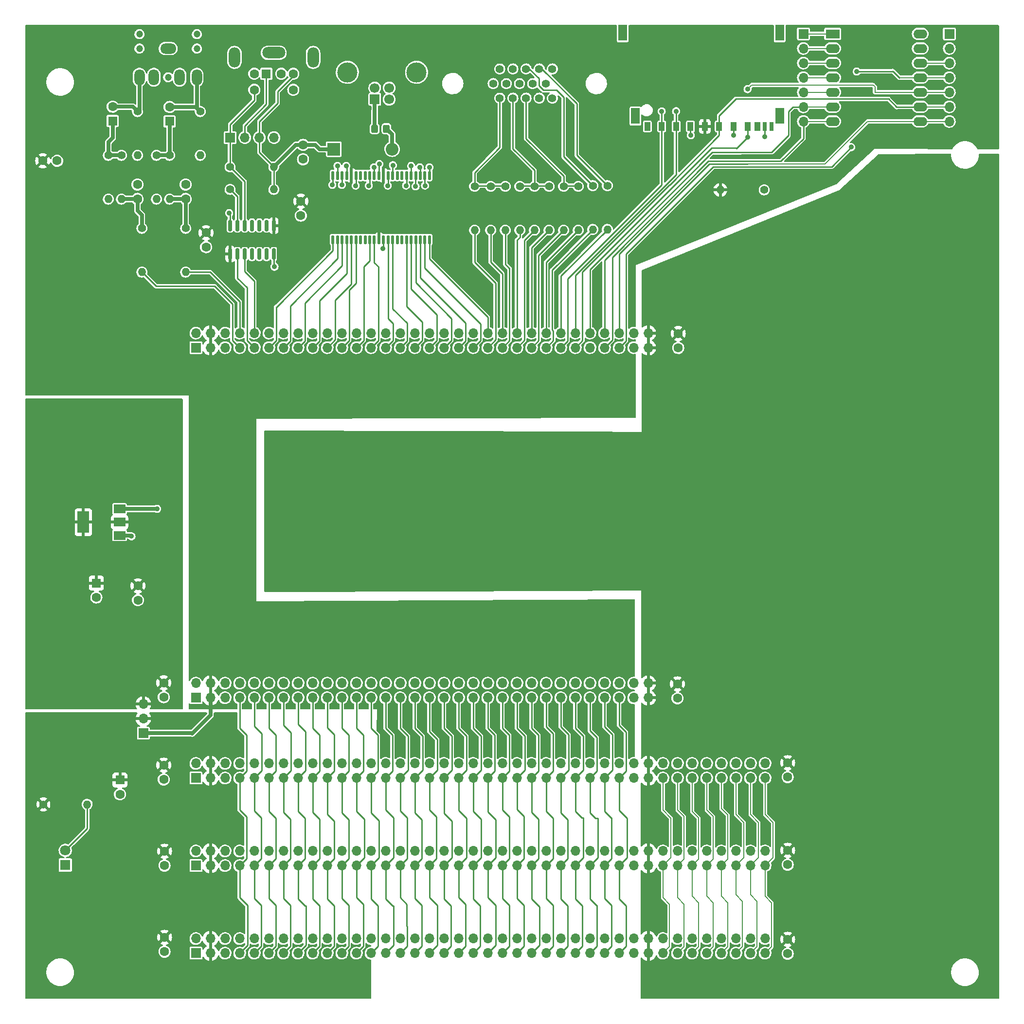
<source format=gtl>
G04 #@! TF.GenerationSoftware,KiCad,Pcbnew,(6.0.1)*
G04 #@! TF.CreationDate,2022-08-24T13:17:37-04:00*
G04 #@! TF.ProjectId,RETRO-FPGA-ITX,52455452-4f2d-4465-9047-412d4954582e,1*
G04 #@! TF.SameCoordinates,Original*
G04 #@! TF.FileFunction,Copper,L1,Top*
G04 #@! TF.FilePolarity,Positive*
%FSLAX46Y46*%
G04 Gerber Fmt 4.6, Leading zero omitted, Abs format (unit mm)*
G04 Created by KiCad (PCBNEW (6.0.1)) date 2022-08-24 13:17:37*
%MOMM*%
%LPD*%
G01*
G04 APERTURE LIST*
G04 Aperture macros list*
%AMRoundRect*
0 Rectangle with rounded corners*
0 $1 Rounding radius*
0 $2 $3 $4 $5 $6 $7 $8 $9 X,Y pos of 4 corners*
0 Add a 4 corners polygon primitive as box body*
4,1,4,$2,$3,$4,$5,$6,$7,$8,$9,$2,$3,0*
0 Add four circle primitives for the rounded corners*
1,1,$1+$1,$2,$3*
1,1,$1+$1,$4,$5*
1,1,$1+$1,$6,$7*
1,1,$1+$1,$8,$9*
0 Add four rect primitives between the rounded corners*
20,1,$1+$1,$2,$3,$4,$5,0*
20,1,$1+$1,$4,$5,$6,$7,0*
20,1,$1+$1,$6,$7,$8,$9,0*
20,1,$1+$1,$8,$9,$2,$3,0*%
G04 Aperture macros list end*
G04 #@! TA.AperFunction,SMDPad,CuDef*
%ADD10R,2.000000X1.500000*%
G04 #@! TD*
G04 #@! TA.AperFunction,SMDPad,CuDef*
%ADD11R,2.000000X3.800000*%
G04 #@! TD*
G04 #@! TA.AperFunction,ComponentPad*
%ADD12C,1.400000*%
G04 #@! TD*
G04 #@! TA.AperFunction,ComponentPad*
%ADD13O,1.400000X1.400000*%
G04 #@! TD*
G04 #@! TA.AperFunction,ComponentPad*
%ADD14R,1.700000X1.700000*%
G04 #@! TD*
G04 #@! TA.AperFunction,ComponentPad*
%ADD15O,1.700000X1.700000*%
G04 #@! TD*
G04 #@! TA.AperFunction,ComponentPad*
%ADD16R,1.600000X1.600000*%
G04 #@! TD*
G04 #@! TA.AperFunction,ComponentPad*
%ADD17C,1.600000*%
G04 #@! TD*
G04 #@! TA.AperFunction,ComponentPad*
%ADD18O,4.000000X2.000000*%
G04 #@! TD*
G04 #@! TA.AperFunction,ComponentPad*
%ADD19O,2.000000X3.500000*%
G04 #@! TD*
G04 #@! TA.AperFunction,ComponentPad*
%ADD20R,2.400000X1.600000*%
G04 #@! TD*
G04 #@! TA.AperFunction,ComponentPad*
%ADD21O,2.400000X1.600000*%
G04 #@! TD*
G04 #@! TA.AperFunction,SMDPad,CuDef*
%ADD22R,1.000000X1.500000*%
G04 #@! TD*
G04 #@! TA.AperFunction,SMDPad,CuDef*
%ADD23R,0.700000X1.500000*%
G04 #@! TD*
G04 #@! TA.AperFunction,SMDPad,CuDef*
%ADD24R,1.500000X2.800000*%
G04 #@! TD*
G04 #@! TA.AperFunction,SMDPad,CuDef*
%ADD25RoundRect,0.250000X-0.325000X-0.450000X0.325000X-0.450000X0.325000X0.450000X-0.325000X0.450000X0*%
G04 #@! TD*
G04 #@! TA.AperFunction,SMDPad,CuDef*
%ADD26RoundRect,0.137500X0.137500X-0.625000X0.137500X0.625000X-0.137500X0.625000X-0.137500X-0.625000X0*%
G04 #@! TD*
G04 #@! TA.AperFunction,ComponentPad*
%ADD27C,1.397000*%
G04 #@! TD*
G04 #@! TA.AperFunction,ComponentPad*
%ADD28C,1.700000*%
G04 #@! TD*
G04 #@! TA.AperFunction,ComponentPad*
%ADD29C,3.500000*%
G04 #@! TD*
G04 #@! TA.AperFunction,SMDPad,CuDef*
%ADD30RoundRect,0.150000X0.150000X-0.825000X0.150000X0.825000X-0.150000X0.825000X-0.150000X-0.825000X0*%
G04 #@! TD*
G04 #@! TA.AperFunction,ComponentPad*
%ADD31R,1.800000X1.800000*%
G04 #@! TD*
G04 #@! TA.AperFunction,ComponentPad*
%ADD32C,1.800000*%
G04 #@! TD*
G04 #@! TA.AperFunction,ComponentPad*
%ADD33C,1.200000*%
G04 #@! TD*
G04 #@! TA.AperFunction,ComponentPad*
%ADD34O,1.800000X2.800000*%
G04 #@! TD*
G04 #@! TA.AperFunction,ComponentPad*
%ADD35O,2.800000X1.800000*%
G04 #@! TD*
G04 #@! TA.AperFunction,ComponentPad*
%ADD36R,2.200000X2.200000*%
G04 #@! TD*
G04 #@! TA.AperFunction,ComponentPad*
%ADD37O,2.200000X2.200000*%
G04 #@! TD*
G04 #@! TA.AperFunction,ViaPad*
%ADD38C,0.889000*%
G04 #@! TD*
G04 #@! TA.AperFunction,Conductor*
%ADD39C,0.635000*%
G04 #@! TD*
G04 #@! TA.AperFunction,Conductor*
%ADD40C,0.254000*%
G04 #@! TD*
G04 #@! TA.AperFunction,Conductor*
%ADD41C,0.203200*%
G04 #@! TD*
G04 #@! TA.AperFunction,Conductor*
%ADD42C,0.152400*%
G04 #@! TD*
G04 APERTURE END LIST*
D10*
X151689200Y-129071400D03*
X151689200Y-126771400D03*
X151689200Y-124471400D03*
D11*
X145389200Y-126771400D03*
D12*
X218809845Y-68325745D03*
D13*
X218809845Y-75945745D03*
D12*
X216269845Y-68325745D03*
D13*
X216269845Y-75945745D03*
D12*
X226429845Y-68325745D03*
D13*
X226429845Y-75945745D03*
D12*
X223889845Y-68325745D03*
D13*
X223889845Y-75945745D03*
D12*
X231509845Y-68325745D03*
D13*
X231509845Y-75945745D03*
D12*
X228969845Y-68325745D03*
D13*
X228969845Y-75945745D03*
D12*
X170924500Y-68852500D03*
D13*
X178544500Y-68852500D03*
D12*
X170924500Y-64920500D03*
D13*
X178544500Y-64920500D03*
D14*
X170934500Y-59840500D03*
D15*
X173474500Y-59840500D03*
X176014500Y-59840500D03*
X178554500Y-59840500D03*
D16*
X177234500Y-48729500D03*
D17*
X179834500Y-48729500D03*
X175134500Y-48729500D03*
X181934500Y-48729500D03*
X175134500Y-51529500D03*
X181934500Y-51529500D03*
D18*
X178534500Y-45079500D03*
D19*
X171684500Y-45879500D03*
X185384500Y-45879500D03*
D14*
X164973000Y-96393000D03*
D15*
X164973000Y-93853000D03*
X167513000Y-96393000D03*
X167513000Y-93853000D03*
X170053000Y-96393000D03*
X170053000Y-93853000D03*
X172593000Y-96393000D03*
X172593000Y-93853000D03*
X175133000Y-96393000D03*
X175133000Y-93853000D03*
X177673000Y-96393000D03*
X177673000Y-93853000D03*
X180213000Y-96393000D03*
X180213000Y-93853000D03*
X182753000Y-96393000D03*
X182753000Y-93853000D03*
X185293000Y-96393000D03*
X185293000Y-93853000D03*
X187833000Y-96393000D03*
X187833000Y-93853000D03*
X190373000Y-96393000D03*
X190373000Y-93853000D03*
X192913000Y-96393000D03*
X192913000Y-93853000D03*
X195453000Y-96393000D03*
X195453000Y-93853000D03*
X197993000Y-96393000D03*
X197993000Y-93853000D03*
X200533000Y-96393000D03*
X200533000Y-93853000D03*
X203073000Y-96393000D03*
X203073000Y-93853000D03*
X205613000Y-96393000D03*
X205613000Y-93853000D03*
X208153000Y-96393000D03*
X208153000Y-93853000D03*
X210693000Y-96393000D03*
X210693000Y-93853000D03*
X213233000Y-96393000D03*
X213233000Y-93853000D03*
X215773000Y-96393000D03*
X215773000Y-93853000D03*
X218313000Y-96393000D03*
X218313000Y-93853000D03*
X220853000Y-96393000D03*
X220853000Y-93853000D03*
X223393000Y-96393000D03*
X223393000Y-93853000D03*
X225933000Y-96393000D03*
X225933000Y-93853000D03*
X228473000Y-96393000D03*
X228473000Y-93853000D03*
X231013000Y-96393000D03*
X231013000Y-93853000D03*
X233553000Y-96393000D03*
X233553000Y-93853000D03*
X236093000Y-96393000D03*
X236093000Y-93853000D03*
X238633000Y-96393000D03*
X238633000Y-93853000D03*
X241173000Y-96393000D03*
X241173000Y-93853000D03*
X243713000Y-96393000D03*
X243713000Y-93853000D03*
D14*
X164973000Y-157333000D03*
D15*
X164973000Y-154793000D03*
X167513000Y-157333000D03*
X167513000Y-154793000D03*
X170053000Y-157333000D03*
X170053000Y-154793000D03*
X172593000Y-157333000D03*
X172593000Y-154793000D03*
X175133000Y-157333000D03*
X175133000Y-154793000D03*
X177673000Y-157333000D03*
X177673000Y-154793000D03*
X180213000Y-157333000D03*
X180213000Y-154793000D03*
X182753000Y-157333000D03*
X182753000Y-154793000D03*
X185293000Y-157333000D03*
X185293000Y-154793000D03*
X187833000Y-157333000D03*
X187833000Y-154793000D03*
X190373000Y-157333000D03*
X190373000Y-154793000D03*
X192913000Y-157333000D03*
X192913000Y-154793000D03*
X195453000Y-157333000D03*
X195453000Y-154793000D03*
X197993000Y-157333000D03*
X197993000Y-154793000D03*
X200533000Y-157333000D03*
X200533000Y-154793000D03*
X203073000Y-157333000D03*
X203073000Y-154793000D03*
X205613000Y-157333000D03*
X205613000Y-154793000D03*
X208153000Y-157333000D03*
X208153000Y-154793000D03*
X210693000Y-157333000D03*
X210693000Y-154793000D03*
X213233000Y-157333000D03*
X213233000Y-154793000D03*
X215773000Y-157333000D03*
X215773000Y-154793000D03*
X218313000Y-157333000D03*
X218313000Y-154793000D03*
X220853000Y-157333000D03*
X220853000Y-154793000D03*
X223393000Y-157333000D03*
X223393000Y-154793000D03*
X225933000Y-157333000D03*
X225933000Y-154793000D03*
X228473000Y-157333000D03*
X228473000Y-154793000D03*
X231013000Y-157333000D03*
X231013000Y-154793000D03*
X233553000Y-157333000D03*
X233553000Y-154793000D03*
X236093000Y-157333000D03*
X236093000Y-154793000D03*
X238633000Y-157333000D03*
X238633000Y-154793000D03*
X241173000Y-157333000D03*
X241173000Y-154793000D03*
X243713000Y-157333000D03*
X243713000Y-154793000D03*
D20*
X275793200Y-41783000D03*
D21*
X275793200Y-44323000D03*
X275793200Y-46863000D03*
X275793200Y-49403000D03*
X275793200Y-51943000D03*
X275793200Y-54483000D03*
X275793200Y-57023000D03*
X291033200Y-57023000D03*
X291033200Y-54483000D03*
X291033200Y-51943000D03*
X291033200Y-49403000D03*
X291033200Y-46863000D03*
X291033200Y-44323000D03*
X291033200Y-41783000D03*
D22*
X246053200Y-57882300D03*
X248553200Y-57882300D03*
X251053200Y-57882300D03*
X253553200Y-57882300D03*
X256053200Y-57882300D03*
X258553200Y-57882300D03*
X260973200Y-57882300D03*
X262673200Y-57882300D03*
X243553200Y-57882300D03*
D23*
X264013200Y-57882300D03*
X265153200Y-57882300D03*
D24*
X241483200Y-56082300D03*
X266583200Y-56082300D03*
X266583200Y-41582300D03*
X239283200Y-41582300D03*
D14*
X164973000Y-171303000D03*
D15*
X164973000Y-168763000D03*
X167513000Y-171303000D03*
X167513000Y-168763000D03*
X170053000Y-171303000D03*
X170053000Y-168763000D03*
X172593000Y-171303000D03*
X172593000Y-168763000D03*
X175133000Y-171303000D03*
X175133000Y-168763000D03*
X177673000Y-171303000D03*
X177673000Y-168763000D03*
X180213000Y-171303000D03*
X180213000Y-168763000D03*
X182753000Y-171303000D03*
X182753000Y-168763000D03*
X185293000Y-171303000D03*
X185293000Y-168763000D03*
X187833000Y-171303000D03*
X187833000Y-168763000D03*
X190373000Y-171303000D03*
X190373000Y-168763000D03*
X192913000Y-171303000D03*
X192913000Y-168763000D03*
X195453000Y-171303000D03*
X195453000Y-168763000D03*
X197993000Y-171303000D03*
X197993000Y-168763000D03*
X200533000Y-171303000D03*
X200533000Y-168763000D03*
X203073000Y-171303000D03*
X203073000Y-168763000D03*
X205613000Y-171303000D03*
X205613000Y-168763000D03*
X208153000Y-171303000D03*
X208153000Y-168763000D03*
X210693000Y-171303000D03*
X210693000Y-168763000D03*
X213233000Y-171303000D03*
X213233000Y-168763000D03*
X215773000Y-171303000D03*
X215773000Y-168763000D03*
X218313000Y-171303000D03*
X218313000Y-168763000D03*
X220853000Y-171303000D03*
X220853000Y-168763000D03*
X223393000Y-171303000D03*
X223393000Y-168763000D03*
X225933000Y-171303000D03*
X225933000Y-168763000D03*
X228473000Y-171303000D03*
X228473000Y-168763000D03*
X231013000Y-171303000D03*
X231013000Y-168763000D03*
X233553000Y-171303000D03*
X233553000Y-168763000D03*
X236093000Y-171303000D03*
X236093000Y-168763000D03*
X238633000Y-171303000D03*
X238633000Y-168763000D03*
X241173000Y-171303000D03*
X241173000Y-168763000D03*
X243713000Y-171303000D03*
X243713000Y-168763000D03*
X246253000Y-171303000D03*
X246253000Y-168763000D03*
X248793000Y-171303000D03*
X248793000Y-168763000D03*
X251333000Y-171303000D03*
X251333000Y-168763000D03*
X253873000Y-171303000D03*
X253873000Y-168763000D03*
X256413000Y-171303000D03*
X256413000Y-168763000D03*
X258953000Y-171303000D03*
X258953000Y-168763000D03*
X261493000Y-171303000D03*
X261493000Y-168763000D03*
X264033000Y-171303000D03*
X264033000Y-168763000D03*
D17*
X248798000Y-154930000D03*
X248798000Y-157430000D03*
X267974000Y-168646000D03*
X267974000Y-171146000D03*
X159385000Y-169057000D03*
X159385000Y-171557000D03*
X183242500Y-70904500D03*
X183242500Y-73404500D03*
X166751000Y-76405000D03*
X166751000Y-78905000D03*
D14*
X155829000Y-163499800D03*
D15*
X155829000Y-160959800D03*
X155829000Y-158419800D03*
D25*
X196079000Y-58293000D03*
X198129000Y-58293000D03*
D26*
X188832000Y-77596500D03*
X189632000Y-77596500D03*
X190432000Y-77596500D03*
X191232000Y-77596500D03*
X192032000Y-77596500D03*
X192832000Y-77596500D03*
X193632000Y-77596500D03*
X194432000Y-77596500D03*
X195232000Y-77596500D03*
X196032000Y-77596500D03*
X196832000Y-77596500D03*
X197632000Y-77596500D03*
X198432000Y-77596500D03*
X199232000Y-77596500D03*
X200032000Y-77596500D03*
X200832000Y-77596500D03*
X201632000Y-77596500D03*
X202432000Y-77596500D03*
X203232000Y-77596500D03*
X204032000Y-77596500D03*
X204832000Y-77596500D03*
X205632000Y-77596500D03*
X205632000Y-66421500D03*
X204832000Y-66421500D03*
X204032000Y-66421500D03*
X203232000Y-66421500D03*
X202432000Y-66421500D03*
X201632000Y-66421500D03*
X200832000Y-66421500D03*
X200032000Y-66421500D03*
X199232000Y-66421500D03*
X198432000Y-66421500D03*
X197632000Y-66421500D03*
X196832000Y-66421500D03*
X196032000Y-66421500D03*
X195232000Y-66421500D03*
X194432000Y-66421500D03*
X193632000Y-66421500D03*
X192832000Y-66421500D03*
X192032000Y-66421500D03*
X191232000Y-66421500D03*
X190432000Y-66421500D03*
X189632000Y-66421500D03*
X188832000Y-66421500D03*
D12*
X263880600Y-68935600D03*
D13*
X256260600Y-68935600D03*
D17*
X138322000Y-63876000D03*
X140822000Y-63876000D03*
X154889200Y-137840400D03*
X154889200Y-140340400D03*
D16*
X147650200Y-137377288D03*
D17*
X147650200Y-139877288D03*
D27*
X217862215Y-52970155D03*
X220153295Y-52970155D03*
X222439295Y-52970155D03*
X224732915Y-52970155D03*
X227021455Y-52970155D03*
X216716675Y-50430155D03*
X219007755Y-50430155D03*
X221298835Y-50430155D03*
X223587375Y-50430155D03*
X225878455Y-50430155D03*
X217862215Y-47890155D03*
X220153295Y-47890155D03*
X222441835Y-47892695D03*
X224732915Y-47890155D03*
X227021455Y-47890155D03*
D14*
X196108000Y-53186500D03*
D28*
X198608000Y-53186500D03*
X198608000Y-51186500D03*
X196108000Y-51186500D03*
D29*
X203378000Y-48476500D03*
X191338000Y-48476500D03*
D12*
X158115000Y-62923000D03*
D13*
X158115000Y-70543000D03*
D16*
X151765000Y-171641888D03*
D17*
X151765000Y-174141888D03*
D16*
X160401000Y-57016113D03*
D17*
X160401000Y-54516113D03*
D12*
X155575000Y-75623000D03*
D13*
X155575000Y-83243000D03*
D14*
X164978000Y-201783000D03*
D15*
X164978000Y-199243000D03*
X167518000Y-201783000D03*
X167518000Y-199243000D03*
X170058000Y-201783000D03*
X170058000Y-199243000D03*
X172598000Y-201783000D03*
X172598000Y-199243000D03*
X175138000Y-201783000D03*
X175138000Y-199243000D03*
X177678000Y-201783000D03*
X177678000Y-199243000D03*
X180218000Y-201783000D03*
X180218000Y-199243000D03*
X182758000Y-201783000D03*
X182758000Y-199243000D03*
X185298000Y-201783000D03*
X185298000Y-199243000D03*
X187838000Y-201783000D03*
X187838000Y-199243000D03*
X190378000Y-201783000D03*
X190378000Y-199243000D03*
X192918000Y-201783000D03*
X192918000Y-199243000D03*
X195458000Y-201783000D03*
X195458000Y-199243000D03*
X197998000Y-201783000D03*
X197998000Y-199243000D03*
X200538000Y-201783000D03*
X200538000Y-199243000D03*
X203078000Y-201783000D03*
X203078000Y-199243000D03*
X205618000Y-201783000D03*
X205618000Y-199243000D03*
X208158000Y-201783000D03*
X208158000Y-199243000D03*
X210698000Y-201783000D03*
X210698000Y-199243000D03*
X213238000Y-201783000D03*
X213238000Y-199243000D03*
X215778000Y-201783000D03*
X215778000Y-199243000D03*
X218318000Y-201783000D03*
X218318000Y-199243000D03*
X220858000Y-201783000D03*
X220858000Y-199243000D03*
X223398000Y-201783000D03*
X223398000Y-199243000D03*
X225938000Y-201783000D03*
X225938000Y-199243000D03*
X228478000Y-201783000D03*
X228478000Y-199243000D03*
X231018000Y-201783000D03*
X231018000Y-199243000D03*
X233558000Y-201783000D03*
X233558000Y-199243000D03*
X236098000Y-201783000D03*
X236098000Y-199243000D03*
X238638000Y-201783000D03*
X238638000Y-199243000D03*
X241178000Y-201783000D03*
X241178000Y-199243000D03*
X243718000Y-201783000D03*
X243718000Y-199243000D03*
X246258000Y-201783000D03*
X246258000Y-199243000D03*
X248798000Y-201783000D03*
X248798000Y-199243000D03*
X251338000Y-201783000D03*
X251338000Y-199243000D03*
X253878000Y-201783000D03*
X253878000Y-199243000D03*
X256418000Y-201783000D03*
X256418000Y-199243000D03*
X258958000Y-201783000D03*
X258958000Y-199243000D03*
X261498000Y-201783000D03*
X261498000Y-199243000D03*
X264038000Y-201783000D03*
X264038000Y-199243000D03*
D12*
X152019000Y-62923000D03*
D13*
X152019000Y-70543000D03*
D12*
X236589845Y-68203745D03*
D13*
X236589845Y-75823745D03*
D12*
X160401000Y-62923000D03*
D13*
X160401000Y-70543000D03*
D12*
X213475845Y-68325745D03*
D13*
X213475845Y-75945745D03*
D17*
X159385000Y-154731400D03*
X159385000Y-157231400D03*
D12*
X163195000Y-75623000D03*
D13*
X163195000Y-83243000D03*
D14*
X164973000Y-186543000D03*
D15*
X164973000Y-184003000D03*
X167513000Y-186543000D03*
X167513000Y-184003000D03*
X170053000Y-186543000D03*
X170053000Y-184003000D03*
X172593000Y-186543000D03*
X172593000Y-184003000D03*
X175133000Y-186543000D03*
X175133000Y-184003000D03*
X177673000Y-186543000D03*
X177673000Y-184003000D03*
X180213000Y-186543000D03*
X180213000Y-184003000D03*
X182753000Y-186543000D03*
X182753000Y-184003000D03*
X185293000Y-186543000D03*
X185293000Y-184003000D03*
X187833000Y-186543000D03*
X187833000Y-184003000D03*
X190373000Y-186543000D03*
X190373000Y-184003000D03*
X192913000Y-186543000D03*
X192913000Y-184003000D03*
X195453000Y-186543000D03*
X195453000Y-184003000D03*
X197993000Y-186543000D03*
X197993000Y-184003000D03*
X200533000Y-186543000D03*
X200533000Y-184003000D03*
X203073000Y-186543000D03*
X203073000Y-184003000D03*
X205613000Y-186543000D03*
X205613000Y-184003000D03*
X208153000Y-186543000D03*
X208153000Y-184003000D03*
X210693000Y-186543000D03*
X210693000Y-184003000D03*
X213233000Y-186543000D03*
X213233000Y-184003000D03*
X215773000Y-186543000D03*
X215773000Y-184003000D03*
X218313000Y-186543000D03*
X218313000Y-184003000D03*
X220853000Y-186543000D03*
X220853000Y-184003000D03*
X223393000Y-186543000D03*
X223393000Y-184003000D03*
X225933000Y-186543000D03*
X225933000Y-184003000D03*
X228473000Y-186543000D03*
X228473000Y-184003000D03*
X231013000Y-186543000D03*
X231013000Y-184003000D03*
X233553000Y-186543000D03*
X233553000Y-184003000D03*
X236093000Y-186543000D03*
X236093000Y-184003000D03*
X238633000Y-186543000D03*
X238633000Y-184003000D03*
X241173000Y-186543000D03*
X241173000Y-184003000D03*
X243713000Y-186543000D03*
X243713000Y-184003000D03*
X246253000Y-186543000D03*
X246253000Y-184003000D03*
X248793000Y-186543000D03*
X248793000Y-184003000D03*
X251333000Y-186543000D03*
X251333000Y-184003000D03*
X253873000Y-186543000D03*
X253873000Y-184003000D03*
X256413000Y-186543000D03*
X256413000Y-184003000D03*
X258953000Y-186543000D03*
X258953000Y-184003000D03*
X261493000Y-186543000D03*
X261493000Y-184003000D03*
X264033000Y-186543000D03*
X264033000Y-184003000D03*
D17*
X267974000Y-183886000D03*
X267974000Y-186386000D03*
D16*
X150495000Y-56959000D03*
D17*
X150495000Y-54459000D03*
D12*
X149733000Y-62923000D03*
D13*
X149733000Y-70543000D03*
D14*
X270713200Y-41783000D03*
D15*
X270713200Y-44323000D03*
X270713200Y-46863000D03*
X270713200Y-49403000D03*
X270713200Y-51943000D03*
X270713200Y-54483000D03*
X270713200Y-57023000D03*
D12*
X138430000Y-175895000D03*
D13*
X146050000Y-175895000D03*
D12*
X165735000Y-55303000D03*
D13*
X165735000Y-62923000D03*
D30*
X170924500Y-80095500D03*
X172194500Y-80095500D03*
X173464500Y-80095500D03*
X174734500Y-80095500D03*
X176004500Y-80095500D03*
X177274500Y-80095500D03*
X178544500Y-80095500D03*
X178544500Y-75145500D03*
X177274500Y-75145500D03*
X176004500Y-75145500D03*
X174734500Y-75145500D03*
X173464500Y-75145500D03*
X172194500Y-75145500D03*
X170924500Y-75145500D03*
D17*
X163195000Y-70523000D03*
X163195000Y-68023000D03*
D14*
X296113200Y-41783000D03*
D15*
X296113200Y-44323000D03*
X296113200Y-46863000D03*
X296113200Y-49403000D03*
X296113200Y-51943000D03*
X296113200Y-54483000D03*
X296113200Y-57023000D03*
D12*
X234049845Y-68203745D03*
D13*
X234049845Y-75823745D03*
D12*
X221349845Y-68325745D03*
D13*
X221349845Y-75945745D03*
D17*
X248924000Y-93950000D03*
X248924000Y-96450000D03*
D31*
X142240000Y-186441000D03*
D32*
X142240000Y-183901000D03*
D17*
X154813000Y-70523000D03*
X154813000Y-68023000D03*
X159512000Y-199029000D03*
X159512000Y-201529000D03*
D33*
X165147000Y-44339000D03*
X160147000Y-49339000D03*
X155147000Y-44339000D03*
X155147000Y-41839000D03*
X165147000Y-41839000D03*
D34*
X165147000Y-49339000D03*
X162147000Y-49339000D03*
D35*
X160147000Y-44339000D03*
D34*
X155147000Y-49339000D03*
X157647000Y-49339000D03*
D17*
X159512000Y-184043000D03*
X159512000Y-186543000D03*
X183624500Y-61110500D03*
X183624500Y-63610500D03*
D36*
X188976000Y-61849000D03*
D37*
X199136000Y-61849000D03*
D17*
X267974000Y-199380000D03*
X267974000Y-201880000D03*
D12*
X154813000Y-55303000D03*
D13*
X154813000Y-62923000D03*
D38*
X197485000Y-79121000D03*
X251104400Y-59436000D03*
X258521200Y-59436000D03*
X196887428Y-64446466D03*
X153771600Y-129235200D03*
X178670500Y-82314500D03*
X248553200Y-55256200D03*
X279984200Y-48336200D03*
X246053200Y-55267000D03*
X260985000Y-59791600D03*
X260985000Y-51409600D03*
X205613000Y-65024000D03*
X204851000Y-68199000D03*
X203962000Y-65024000D03*
X203212200Y-68326000D03*
X202438000Y-64770000D03*
X199263000Y-64643000D03*
X198374000Y-68199000D03*
X195961000Y-65024000D03*
X195072000Y-68199000D03*
X192786000Y-68199000D03*
X191135000Y-64770000D03*
X190385200Y-68072000D03*
X189611000Y-64770000D03*
X188722000Y-68072000D03*
X201549000Y-68199000D03*
X279044400Y-61493400D03*
X264013200Y-59659000D03*
X170764200Y-72974200D03*
X158216600Y-124460000D03*
X245541800Y-87350600D03*
X180543200Y-124485400D03*
X283070300Y-64706500D03*
X245516400Y-85699600D03*
X283070300Y-66306700D03*
X178765200Y-124460000D03*
X245516400Y-83667600D03*
D39*
X199136000Y-61849000D02*
X199136000Y-59300000D01*
X199136000Y-59300000D02*
X198129000Y-58293000D01*
D40*
X178544500Y-80095500D02*
X178544500Y-82188500D01*
X251053200Y-57882300D02*
X251053200Y-59384800D01*
X258553200Y-57882300D02*
X258553200Y-59404000D01*
X197632000Y-77596500D02*
X197632000Y-78974000D01*
D39*
X153607800Y-129071400D02*
X153771600Y-129235200D01*
D40*
X196832000Y-66421500D02*
X196832000Y-64501894D01*
X197632000Y-78974000D02*
X197485000Y-79121000D01*
X258553200Y-59404000D02*
X258521200Y-59436000D01*
X178544500Y-82188500D02*
X178670500Y-82314500D01*
D39*
X151689200Y-129071400D02*
X153607800Y-129071400D01*
D40*
X251053200Y-59384800D02*
X251104400Y-59436000D01*
X196832000Y-64501894D02*
X196887428Y-64446466D01*
D39*
X164327600Y-163561000D02*
X167513000Y-160375600D01*
X167513000Y-160375600D02*
X167513000Y-157333000D01*
X164266400Y-163499800D02*
X155829000Y-163499800D01*
X164327600Y-163561000D02*
X164266400Y-163499800D01*
D40*
X223393000Y-96393000D02*
X224612200Y-95173800D01*
X224612200Y-95173800D02*
X224612200Y-80303390D01*
X224612200Y-80303390D02*
X228969845Y-75945745D01*
X225933000Y-93853000D02*
X225933000Y-81522590D01*
X225933000Y-81522590D02*
X231509845Y-75945745D01*
X220853000Y-77676290D02*
X221349845Y-77179445D01*
X220853000Y-93853000D02*
X220853000Y-77676290D01*
X221349845Y-77179445D02*
X221349845Y-75945745D01*
X223393000Y-78982590D02*
X226429845Y-75945745D01*
X223393000Y-93853000D02*
X223393000Y-78982590D01*
X215773000Y-96393000D02*
X217133289Y-95032711D01*
X217133289Y-95032711D02*
X217133289Y-85205689D01*
X217133289Y-85205689D02*
X213475845Y-81548245D01*
X213475845Y-81548245D02*
X213475845Y-75945745D01*
X218809845Y-75945745D02*
X218809845Y-81853045D01*
X219557600Y-82600800D02*
X219557600Y-95148400D01*
X219557600Y-95148400D02*
X218313000Y-96393000D01*
X218809845Y-81853045D02*
X219557600Y-82600800D01*
X279984200Y-48336200D02*
X286334200Y-48336200D01*
X231013000Y-83820000D02*
X231013000Y-93853000D01*
X286334200Y-48336200D02*
X287401000Y-49403000D01*
D41*
X291033200Y-49403000D02*
X287401000Y-49403000D01*
X291033200Y-49403000D02*
X296113200Y-49403000D01*
D40*
X248553200Y-57882300D02*
X248553200Y-55256200D01*
X248553200Y-57882300D02*
X248553200Y-66279800D01*
D41*
X287401000Y-49403000D02*
X286221289Y-48223289D01*
D40*
X248553200Y-66279800D02*
X231013000Y-83820000D01*
X228473000Y-96393000D02*
X229652711Y-95213289D01*
X229652711Y-95213289D02*
X229652711Y-84443689D01*
X229652711Y-84443689D02*
X246053200Y-68043200D01*
X246053200Y-57882300D02*
X246053200Y-55267000D01*
D41*
X270713200Y-41783000D02*
X275793200Y-41783000D01*
D40*
X246053200Y-68043200D02*
X246053200Y-57882300D01*
X286994600Y-54483000D02*
X291033200Y-54483000D01*
X232257600Y-95148400D02*
X232257600Y-83221300D01*
X232257600Y-83221300D02*
X247414150Y-68064750D01*
X286943800Y-54533800D02*
X286994600Y-54483000D01*
X256053200Y-56011200D02*
X258941689Y-53122711D01*
D41*
X291033200Y-54483000D02*
X296113200Y-54483000D01*
D40*
X231013000Y-96393000D02*
X232257600Y-95148400D01*
X247454050Y-68064750D02*
X256053200Y-59465600D01*
X256053200Y-59465600D02*
X256053200Y-57882300D01*
X258941689Y-53122711D02*
X285532711Y-53122711D01*
X256053200Y-57882300D02*
X256053200Y-56011200D01*
X247414150Y-68064750D02*
X247454050Y-68064750D01*
X285532711Y-53122711D02*
X286943800Y-54533800D01*
X233553000Y-82804000D02*
X233553000Y-93853000D01*
X260973200Y-59778000D02*
X259041900Y-61709300D01*
X260973200Y-57882300D02*
X260973200Y-59778000D01*
D41*
X283159200Y-51943000D02*
X291033200Y-51943000D01*
X283159200Y-51003200D02*
X282829000Y-50673000D01*
D40*
X254762000Y-61595000D02*
X233553000Y-82804000D01*
X259041900Y-61709300D02*
X258927600Y-61595000D01*
D41*
X261747000Y-50673000D02*
X261721600Y-50673000D01*
X283159200Y-51943000D02*
X283159200Y-51003200D01*
D40*
X258927600Y-61595000D02*
X254762000Y-61595000D01*
D41*
X291033200Y-51943000D02*
X296113200Y-51943000D01*
X261721600Y-50673000D02*
X260985000Y-51409600D01*
X282829000Y-50673000D02*
X261747000Y-50673000D01*
D40*
X175133000Y-96393000D02*
X173863000Y-95123000D01*
X173863000Y-85963200D02*
X172194500Y-84294700D01*
X173863000Y-95123000D02*
X173863000Y-85963200D01*
X172194500Y-84294700D02*
X172194500Y-80095500D01*
X173464500Y-83151700D02*
X173464500Y-80095500D01*
X175133000Y-84820200D02*
X173464500Y-83151700D01*
X175133000Y-93853000D02*
X175133000Y-84820200D01*
X234732711Y-164275289D02*
X234732711Y-170123289D01*
X234737711Y-193480289D02*
X234737711Y-200603289D01*
X233553000Y-171303000D02*
X233553000Y-177385000D01*
X233553000Y-177385000D02*
X234486711Y-178318711D01*
X233553000Y-157333000D02*
X233553000Y-163095578D01*
X234662289Y-193480289D02*
X234737711Y-193480289D01*
X234913289Y-178318711D02*
X234913289Y-185182711D01*
X233553000Y-192371000D02*
X234662289Y-193480289D01*
X234732711Y-170123289D02*
X233553000Y-171303000D01*
X234737711Y-200603289D02*
X233558000Y-201783000D01*
X233553000Y-186543000D02*
X233553000Y-192371000D01*
X234486711Y-178318711D02*
X234913289Y-178318711D01*
X233553000Y-163095578D02*
X234732711Y-164275289D01*
X234913289Y-185182711D02*
X233553000Y-186543000D01*
X237277711Y-200603289D02*
X236098000Y-201783000D01*
X237207289Y-178245289D02*
X237272711Y-178245289D01*
X236093000Y-177131000D02*
X237207289Y-178245289D01*
X237272711Y-185363289D02*
X236093000Y-186543000D01*
X237272711Y-178245289D02*
X237272711Y-185363289D01*
X236093000Y-171303000D02*
X236093000Y-177131000D01*
X236093000Y-171303000D02*
X237453289Y-169942711D01*
X237277711Y-193480289D02*
X237277711Y-200603289D01*
X237453289Y-169942711D02*
X237453289Y-163759289D01*
X236093000Y-192295578D02*
X237277711Y-193480289D01*
X237453289Y-163759289D02*
X236093000Y-162399000D01*
X236093000Y-186543000D02*
X236093000Y-192295578D01*
X236093000Y-162399000D02*
X236093000Y-157333000D01*
X190373000Y-171303000D02*
X190373000Y-177385000D01*
X190373000Y-186543000D02*
X190373000Y-192295578D01*
X190373000Y-177385000D02*
X191552711Y-178564711D01*
X191552711Y-163832711D02*
X191552711Y-170123289D01*
X190373000Y-157333000D02*
X190373000Y-162653000D01*
X191557711Y-200603289D02*
X190378000Y-201783000D01*
X190373000Y-192295578D02*
X191557711Y-193480289D01*
X191552711Y-170123289D02*
X190373000Y-171303000D01*
X191552711Y-185363289D02*
X190373000Y-186543000D01*
X191552711Y-178564711D02*
X191552711Y-185363289D01*
X190373000Y-162653000D02*
X191552711Y-163832711D01*
X191557711Y-193480289D02*
X191557711Y-200603289D01*
X194097711Y-200603289D02*
X192918000Y-201783000D01*
X192913000Y-192125000D02*
X194089711Y-193301711D01*
X192913000Y-171303000D02*
X192913000Y-177131000D01*
X194092711Y-170123289D02*
X192913000Y-171303000D01*
X194092711Y-163832711D02*
X194092711Y-170123289D01*
X194097711Y-193301711D02*
X194097711Y-200603289D01*
X192913000Y-157333000D02*
X192913000Y-162653000D01*
X192913000Y-162653000D02*
X194092711Y-163832711D01*
X194273289Y-178491289D02*
X194273289Y-185182711D01*
X192913000Y-186543000D02*
X192913000Y-192125000D01*
X192913000Y-177131000D02*
X194273289Y-178491289D01*
X194089711Y-193301711D02*
X194097711Y-193301711D01*
X194273289Y-185182711D02*
X192913000Y-186543000D01*
X196813289Y-185182711D02*
X195453000Y-186543000D01*
X195453000Y-192371000D02*
X196637711Y-193555711D01*
X195453000Y-186543000D02*
X195453000Y-192371000D01*
X195453000Y-171303000D02*
X195453000Y-177385000D01*
X196637711Y-193555711D02*
X196637711Y-200603289D01*
X196637711Y-200603289D02*
X195458000Y-201783000D01*
X195453000Y-162653000D02*
X196632711Y-163832711D01*
X196632711Y-170123289D02*
X195453000Y-171303000D01*
X196813289Y-178745289D02*
X196813289Y-185182711D01*
X196632711Y-163832711D02*
X196632711Y-170123289D01*
X195453000Y-157333000D02*
X195453000Y-162653000D01*
X195453000Y-177385000D02*
X196813289Y-178745289D01*
X199353289Y-185182711D02*
X197993000Y-186543000D01*
X199175711Y-193553711D02*
X199358289Y-193553711D01*
X197993000Y-186543000D02*
X197993000Y-192371000D01*
X197993000Y-176877000D02*
X199353289Y-178237289D01*
X197993000Y-192371000D02*
X199175711Y-193553711D01*
X199353289Y-178237289D02*
X199353289Y-185182711D01*
X197993000Y-171303000D02*
X197993000Y-176877000D01*
X199358289Y-193553711D02*
X199358289Y-200422711D01*
X197993000Y-162653000D02*
X199172711Y-163832711D01*
X199358289Y-200422711D02*
X197998000Y-201783000D01*
X197993000Y-157333000D02*
X197993000Y-162653000D01*
X199172711Y-163832711D02*
X199172711Y-170123289D01*
X199172711Y-170123289D02*
X197993000Y-171303000D01*
X200533000Y-177065578D02*
X201712711Y-178245289D01*
X201666000Y-193250000D02*
X201666000Y-197088000D01*
X200533000Y-192117000D02*
X201666000Y-193250000D01*
X201717711Y-197139711D02*
X201717711Y-200603289D01*
X200533000Y-171303000D02*
X200533000Y-177065578D01*
X201712711Y-178245289D02*
X201712711Y-185363289D01*
X201893289Y-169942711D02*
X200533000Y-171303000D01*
X200533000Y-162653000D02*
X201893289Y-164013289D01*
X200533000Y-157333000D02*
X200533000Y-162653000D01*
X201712711Y-185363289D02*
X200533000Y-186543000D01*
X201893289Y-164013289D02*
X201893289Y-169942711D01*
X200533000Y-186543000D02*
X200533000Y-192117000D01*
X201717711Y-200603289D02*
X200538000Y-201783000D01*
X201666000Y-197088000D02*
X201717711Y-197139711D01*
X204257711Y-193480289D02*
X204257711Y-200603289D01*
X204433289Y-169942711D02*
X203073000Y-171303000D01*
X204252711Y-178564711D02*
X204252711Y-185363289D01*
X203073000Y-171303000D02*
X203073000Y-177385000D01*
X203073000Y-192295578D02*
X204257711Y-193480289D01*
X203073000Y-157333000D02*
X203073000Y-162653000D01*
X203073000Y-177385000D02*
X204252711Y-178564711D01*
X204257711Y-200603289D02*
X203078000Y-201783000D01*
X203073000Y-162653000D02*
X204433289Y-164013289D01*
X204252711Y-185363289D02*
X203073000Y-186543000D01*
X204433289Y-164013289D02*
X204433289Y-169942711D01*
X203073000Y-186543000D02*
X203073000Y-192295578D01*
X206792711Y-185363289D02*
X205613000Y-186543000D01*
X206792711Y-178056711D02*
X206792711Y-185363289D01*
X205613000Y-176877000D02*
X206792711Y-178056711D01*
X205613000Y-163242422D02*
X206973289Y-164602711D01*
X205613000Y-171303000D02*
X205613000Y-176877000D01*
X206978289Y-193482289D02*
X206978289Y-200422711D01*
X206973289Y-164602711D02*
X206973289Y-169942711D01*
X206973289Y-169942711D02*
X205613000Y-171303000D01*
X205613000Y-186543000D02*
X205613000Y-192117000D01*
X205613000Y-192117000D02*
X206978289Y-193482289D01*
X205613000Y-157333000D02*
X205613000Y-163242422D01*
X206978289Y-200422711D02*
X205618000Y-201783000D01*
X210693000Y-157333000D02*
X210693000Y-162653000D01*
X212053289Y-169942711D02*
X210693000Y-171303000D01*
X210693000Y-186543000D02*
X210693000Y-192117000D01*
X210693000Y-192117000D02*
X211877711Y-193301711D01*
X212053289Y-164013289D02*
X212053289Y-169942711D01*
X210693000Y-171303000D02*
X210693000Y-176958422D01*
X212053289Y-185182711D02*
X210693000Y-186543000D01*
X211877711Y-193301711D02*
X211877711Y-200603289D01*
X210693000Y-176958422D02*
X212053289Y-178318711D01*
X210693000Y-162653000D02*
X212053289Y-164013289D01*
X212053289Y-178318711D02*
X212053289Y-185182711D01*
X211877711Y-200603289D02*
X210698000Y-201783000D01*
X214417711Y-200603289D02*
X213238000Y-201783000D01*
X213233000Y-171303000D02*
X213233000Y-177131000D01*
X213233000Y-157333000D02*
X213233000Y-162653000D01*
X214593289Y-178491289D02*
X214593289Y-185182711D01*
X213233000Y-177131000D02*
X214593289Y-178491289D01*
X213233000Y-186543000D02*
X213233000Y-192371000D01*
X213233000Y-192371000D02*
X214417711Y-193555711D01*
X214593289Y-185182711D02*
X213233000Y-186543000D01*
X214417711Y-193555711D02*
X214417711Y-200603289D01*
X214593289Y-164013289D02*
X214593289Y-169942711D01*
X213233000Y-162653000D02*
X214593289Y-164013289D01*
X214593289Y-169942711D02*
X213233000Y-171303000D01*
X215773000Y-192117000D02*
X217138289Y-193482289D01*
X217133289Y-178572711D02*
X217133289Y-185182711D01*
X215773000Y-157333000D02*
X215773000Y-162653000D01*
X217138289Y-200422711D02*
X215778000Y-201783000D01*
X215773000Y-171303000D02*
X215773000Y-177212422D01*
X217133289Y-185182711D02*
X215773000Y-186543000D01*
X217138289Y-193482289D02*
X217138289Y-200422711D01*
X215773000Y-162653000D02*
X216952711Y-163832711D01*
X215773000Y-177212422D02*
X217133289Y-178572711D01*
X216952711Y-170123289D02*
X215773000Y-171303000D01*
X216952711Y-163832711D02*
X216952711Y-170123289D01*
X215773000Y-186543000D02*
X215773000Y-192117000D01*
X219497711Y-193480289D02*
X219497711Y-200603289D01*
X218313000Y-176877000D02*
X219492711Y-178056711D01*
X218313000Y-192295578D02*
X219497711Y-193480289D01*
X219492711Y-163832711D02*
X219492711Y-170123289D01*
X219492711Y-178056711D02*
X219492711Y-185363289D01*
X219497711Y-200603289D02*
X218318000Y-201783000D01*
X218313000Y-157333000D02*
X218313000Y-162653000D01*
X219492711Y-185363289D02*
X218313000Y-186543000D01*
X219492711Y-170123289D02*
X218313000Y-171303000D01*
X218313000Y-171303000D02*
X218313000Y-176877000D01*
X218313000Y-162653000D02*
X219492711Y-163832711D01*
X218313000Y-186543000D02*
X218313000Y-192295578D01*
X220853000Y-157333000D02*
X220853000Y-162653000D01*
X222037711Y-193480289D02*
X222037711Y-200603289D01*
X220853000Y-176811578D02*
X222032711Y-177991289D01*
X220853000Y-171303000D02*
X220853000Y-176811578D01*
X222032711Y-177991289D02*
X222032711Y-185363289D01*
X222037711Y-200603289D02*
X220858000Y-201783000D01*
X222213289Y-164013289D02*
X222213289Y-169942711D01*
X220853000Y-162653000D02*
X222213289Y-164013289D01*
X222032711Y-185363289D02*
X220853000Y-186543000D01*
X220853000Y-192295578D02*
X222037711Y-193480289D01*
X220853000Y-186543000D02*
X220853000Y-192295578D01*
X222213289Y-169942711D02*
X220853000Y-171303000D01*
X223393000Y-157333000D02*
X223393000Y-162653000D01*
X224758289Y-193736289D02*
X224758289Y-200422711D01*
X223393000Y-186543000D02*
X223393000Y-192371000D01*
X224572711Y-185363289D02*
X223393000Y-186543000D01*
X223393000Y-192371000D02*
X224758289Y-193736289D01*
X224572711Y-178499289D02*
X224572711Y-185363289D01*
X224758289Y-200422711D02*
X223398000Y-201783000D01*
X224572711Y-170123289D02*
X223393000Y-171303000D01*
X224572711Y-163832711D02*
X224572711Y-170123289D01*
X223393000Y-177319578D02*
X224572711Y-178499289D01*
X223393000Y-171303000D02*
X223393000Y-177319578D01*
X223393000Y-162653000D02*
X224572711Y-163832711D01*
X227117711Y-193480289D02*
X227117711Y-200603289D01*
X225933000Y-192295578D02*
X227117711Y-193480289D01*
X227112711Y-178310711D02*
X227112711Y-185363289D01*
X225933000Y-171303000D02*
X225933000Y-177131000D01*
X227112711Y-170123289D02*
X225933000Y-171303000D01*
X227112711Y-163578711D02*
X227112711Y-170123289D01*
X225933000Y-186543000D02*
X225933000Y-192295578D01*
X225933000Y-162399000D02*
X227112711Y-163578711D01*
X225933000Y-177131000D02*
X227112711Y-178310711D01*
X227117711Y-200603289D02*
X225938000Y-201783000D01*
X227112711Y-185363289D02*
X225933000Y-186543000D01*
X225933000Y-157333000D02*
X225933000Y-162399000D01*
X228473000Y-171303000D02*
X228473000Y-177385000D01*
X228473000Y-171303000D02*
X229833289Y-169942711D01*
X228473000Y-192371000D02*
X229657711Y-193555711D01*
X228473000Y-162399000D02*
X228473000Y-157333000D01*
X229652711Y-178564711D02*
X229652711Y-185363289D01*
X229657711Y-200603289D02*
X228478000Y-201783000D01*
X229657711Y-193555711D02*
X229657711Y-200603289D01*
X228473000Y-177385000D02*
X229652711Y-178564711D01*
X229833289Y-163759289D02*
X228473000Y-162399000D01*
X229833289Y-169942711D02*
X229833289Y-163759289D01*
X228473000Y-186543000D02*
X228473000Y-192371000D01*
X229652711Y-185363289D02*
X228473000Y-186543000D01*
X232373289Y-178237289D02*
X232373289Y-185182711D01*
X231013000Y-186543000D02*
X231013000Y-192371000D01*
X232119289Y-178237289D02*
X232373289Y-178237289D01*
X232197711Y-193555711D02*
X232197711Y-200603289D01*
X232373289Y-169942711D02*
X232373289Y-164013289D01*
X231013000Y-177131000D02*
X232119289Y-178237289D01*
X232197711Y-200603289D02*
X231018000Y-201783000D01*
X232373289Y-185182711D02*
X231013000Y-186543000D01*
X231013000Y-171303000D02*
X231013000Y-177131000D01*
X231013000Y-162653000D02*
X232373289Y-164013289D01*
X231013000Y-192371000D02*
X232197711Y-193555711D01*
X231013000Y-171303000D02*
X232373289Y-169942711D01*
X231013000Y-157333000D02*
X231013000Y-162653000D01*
X228473000Y-93853000D02*
X228473000Y-83940590D01*
X228473000Y-83940590D02*
X236589845Y-75823745D01*
X226974400Y-93276836D02*
X226974400Y-82899190D01*
X226974400Y-82899190D02*
X234049845Y-75823745D01*
X227177600Y-95148400D02*
X227177600Y-93480036D01*
X227177600Y-93480036D02*
X226974400Y-93276836D01*
X225933000Y-96393000D02*
X227177600Y-95148400D01*
X215773000Y-91109800D02*
X205632000Y-80968800D01*
X205632000Y-80968800D02*
X205632000Y-77596500D01*
X215773000Y-93853000D02*
X215773000Y-91109800D01*
X205632000Y-66421500D02*
X205632000Y-65043000D01*
X205632000Y-65043000D02*
X205613000Y-65024000D01*
X214503000Y-95123000D02*
X214503000Y-92252800D01*
X213233000Y-96393000D02*
X214503000Y-95123000D01*
X204832000Y-82581800D02*
X204832000Y-77596500D01*
X214503000Y-92252800D02*
X204832000Y-82581800D01*
X204832000Y-68180000D02*
X204851000Y-68199000D01*
X204832000Y-66421500D02*
X204832000Y-68180000D01*
X211872711Y-92111711D02*
X204032000Y-84271000D01*
X210693000Y-96393000D02*
X211872711Y-95213289D01*
X204032000Y-84271000D02*
X204032000Y-77596500D01*
X211872711Y-95213289D02*
X211872711Y-92111711D01*
X204032000Y-65094000D02*
X203962000Y-65024000D01*
X204032000Y-66421500D02*
X204032000Y-65094000D01*
X208153000Y-96393000D02*
X209423000Y-95123000D01*
X209423000Y-91313000D02*
X203232000Y-85122000D01*
X203232000Y-85122000D02*
X203232000Y-77596500D01*
X209423000Y-95123000D02*
X209423000Y-91313000D01*
X203212200Y-68326000D02*
X203212200Y-66441300D01*
X202432000Y-77596500D02*
X202432000Y-86227000D01*
X206883000Y-95123000D02*
X205613000Y-96393000D01*
X202432000Y-86227000D02*
X206883000Y-90678000D01*
X206883000Y-90678000D02*
X206883000Y-95123000D01*
X202432000Y-64776000D02*
X202438000Y-64770000D01*
X202432000Y-66421500D02*
X202432000Y-64776000D01*
X201712711Y-95213289D02*
X200533000Y-96393000D01*
X199232000Y-77596500D02*
X199232000Y-89631000D01*
X201712711Y-92111711D02*
X201712711Y-95213289D01*
X199232000Y-89631000D02*
X201712711Y-92111711D01*
X199232000Y-64674000D02*
X199263000Y-64643000D01*
X199232000Y-66421500D02*
X199232000Y-64674000D01*
X199263000Y-92202000D02*
X199263000Y-95123000D01*
X198432000Y-91371000D02*
X199263000Y-92202000D01*
X198432000Y-77596500D02*
X198432000Y-91371000D01*
X199263000Y-95123000D02*
X197993000Y-96393000D01*
X198432000Y-68141000D02*
X198374000Y-68199000D01*
X198432000Y-66421500D02*
X198432000Y-68141000D01*
X196032000Y-81590000D02*
X196032000Y-77596500D01*
X196723000Y-95123000D02*
X196723000Y-82281000D01*
X196723000Y-82281000D02*
X196032000Y-81590000D01*
X195453000Y-96393000D02*
X196723000Y-95123000D01*
X196032000Y-66421500D02*
X196032000Y-65095000D01*
X196032000Y-65095000D02*
X195961000Y-65024000D01*
X194183000Y-95123000D02*
X194183000Y-82296000D01*
X194183000Y-82296000D02*
X195232000Y-81247000D01*
X192913000Y-96393000D02*
X194183000Y-95123000D01*
X195232000Y-81247000D02*
X195232000Y-77596500D01*
X195232000Y-68039000D02*
X195072000Y-68199000D01*
X195232000Y-66421500D02*
X195232000Y-68039000D01*
X192832000Y-85171000D02*
X191643000Y-86360000D01*
X191643000Y-95123000D02*
X190373000Y-96393000D01*
X191643000Y-86360000D02*
X191643000Y-95123000D01*
X192832000Y-77596500D02*
X192832000Y-85171000D01*
X192832000Y-66421500D02*
X192832000Y-68153000D01*
X192832000Y-68153000D02*
X192786000Y-68199000D01*
X189193289Y-88101289D02*
X189193289Y-95032711D01*
X192032000Y-85325100D02*
X189255811Y-88101289D01*
X189255811Y-88101289D02*
X189193289Y-88101289D01*
X192032000Y-77596500D02*
X192032000Y-85325100D01*
X189193289Y-95032711D02*
X187833000Y-96393000D01*
X191232000Y-64867000D02*
X191135000Y-64770000D01*
X191232000Y-66421500D02*
X191232000Y-64867000D01*
X191232000Y-83469000D02*
X186472711Y-88228289D01*
X186472711Y-95213289D02*
X185293000Y-96393000D01*
X191232000Y-77596500D02*
X191232000Y-83469000D01*
X186472711Y-88228289D02*
X186472711Y-95213289D01*
X190432000Y-66421500D02*
X190432000Y-68025200D01*
X190432000Y-68025200D02*
X190385200Y-68072000D01*
X190432000Y-82110000D02*
X183932711Y-88609289D01*
X183932711Y-95213289D02*
X182753000Y-96393000D01*
X190432000Y-77596500D02*
X190432000Y-82110000D01*
X183932711Y-88609289D02*
X183932711Y-95213289D01*
X189632000Y-66421500D02*
X189632000Y-64791000D01*
X189632000Y-64791000D02*
X189611000Y-64770000D01*
X181392711Y-95213289D02*
X181392711Y-89117289D01*
X180213000Y-96393000D02*
X181392711Y-95213289D01*
X189632000Y-80878000D02*
X181392711Y-89117289D01*
X189632000Y-77596500D02*
X189632000Y-80878000D01*
X188832000Y-67962000D02*
X188722000Y-68072000D01*
X188832000Y-66421500D02*
X188832000Y-67962000D01*
X188832000Y-77596500D02*
X188832000Y-79519000D01*
X178943000Y-89281000D02*
X178943000Y-95123000D01*
X188832000Y-79519000D02*
X179070000Y-89281000D01*
X178943000Y-95123000D02*
X177673000Y-96393000D01*
X179070000Y-89281000D02*
X178943000Y-89281000D01*
X201632000Y-77596500D02*
X201632000Y-89237000D01*
X204343000Y-95123000D02*
X203073000Y-96393000D01*
X204343000Y-91948000D02*
X204343000Y-95123000D01*
X201632000Y-89237000D02*
X204343000Y-91948000D01*
X201632000Y-68116000D02*
X201549000Y-68199000D01*
X201632000Y-66421500D02*
X201632000Y-68116000D01*
X238633000Y-192371000D02*
X239817711Y-193555711D01*
X239812711Y-170123289D02*
X238633000Y-171303000D01*
X238633000Y-171303000D02*
X238633000Y-176958422D01*
X238633000Y-186543000D02*
X238633000Y-192371000D01*
X238633000Y-157333000D02*
X238633000Y-162145000D01*
X239993289Y-178318711D02*
X239993289Y-185182711D01*
X238633000Y-162145000D02*
X239812711Y-163324711D01*
X239993289Y-185182711D02*
X238633000Y-186543000D01*
X238633000Y-176958422D02*
X239993289Y-178318711D01*
X239812711Y-163324711D02*
X239812711Y-170123289D01*
X239817711Y-193555711D02*
X239817711Y-200603289D01*
X239817711Y-200603289D02*
X238638000Y-201783000D01*
X254812800Y-62433200D02*
X259765800Y-62433200D01*
D41*
X270713200Y-54483000D02*
X275793200Y-54483000D01*
D40*
X259765800Y-62433200D02*
X259842000Y-62357000D01*
X268122400Y-55270400D02*
X268909800Y-54483000D01*
X236093000Y-81153000D02*
X254812800Y-62433200D01*
X236093000Y-93853000D02*
X236093000Y-81153000D01*
X268122400Y-59436000D02*
X268122400Y-55270400D01*
X265201400Y-62357000D02*
X268122400Y-59436000D01*
X268909800Y-54483000D02*
X270713200Y-54483000D01*
X259842000Y-62357000D02*
X265201400Y-62357000D01*
X237439200Y-80670400D02*
X254152400Y-63957200D01*
X237439200Y-95046800D02*
X237439200Y-80670400D01*
D41*
X270713200Y-57023000D02*
X275793200Y-57023000D01*
D40*
X236093000Y-96393000D02*
X237439200Y-95046800D01*
X270713200Y-59994800D02*
X270713200Y-57023000D01*
X254152400Y-63957200D02*
X266750800Y-63957200D01*
X266750800Y-63957200D02*
X270713200Y-59994800D01*
X275641280Y-64896520D02*
X279044400Y-61493400D01*
X238633000Y-96393000D02*
X239812711Y-95213289D01*
D41*
X270713200Y-51943000D02*
X275793200Y-51943000D01*
D40*
X239812711Y-95213289D02*
X239812711Y-80100289D01*
X239812711Y-80100289D02*
X255016480Y-64896520D01*
X255016480Y-64896520D02*
X275641280Y-64896520D01*
X264013200Y-57882300D02*
X264013200Y-59659000D01*
X209513289Y-178826711D02*
X209513289Y-185182711D01*
X208153000Y-162653000D02*
X209513289Y-164013289D01*
X209513289Y-185182711D02*
X208153000Y-186543000D01*
X208153000Y-186543000D02*
X208153000Y-192371000D01*
X209337711Y-200603289D02*
X208158000Y-201783000D01*
X209513289Y-169942711D02*
X208153000Y-171303000D01*
X208153000Y-171303000D02*
X208153000Y-177466422D01*
X209337711Y-193555711D02*
X209337711Y-200603289D01*
X208153000Y-157333000D02*
X208153000Y-162653000D01*
X208153000Y-177466422D02*
X209513289Y-178826711D01*
X209513289Y-164013289D02*
X209513289Y-169942711D01*
X208153000Y-192371000D02*
X209337711Y-193555711D01*
D41*
X281863800Y-57023000D02*
X291033200Y-57023000D01*
D40*
X238633000Y-93853000D02*
X238633000Y-80122500D01*
D41*
X291033200Y-57023000D02*
X296113200Y-57023000D01*
D40*
X254315700Y-64439800D02*
X260985000Y-64439800D01*
X238633000Y-80122500D02*
X254315700Y-64439800D01*
D41*
X260985000Y-64439800D02*
X274447000Y-64439800D01*
X274447000Y-64439800D02*
X281863800Y-57023000D01*
D40*
X213475845Y-65922485D02*
X217862215Y-61536115D01*
X213729845Y-68203745D02*
X216269845Y-68203745D01*
X213475845Y-68325745D02*
X213475845Y-65922485D01*
X217862215Y-52970155D02*
X217862215Y-61536115D01*
X218809845Y-68203745D02*
X216269845Y-68203745D01*
X223889845Y-65531745D02*
X220153295Y-61795195D01*
X221349845Y-68203745D02*
X223889845Y-68203745D01*
X223889845Y-68325745D02*
X223889845Y-65531745D01*
X223889845Y-68203745D02*
X226429845Y-68203745D01*
X220153295Y-52970155D02*
X220153295Y-61795195D01*
X173464500Y-67460500D02*
X170924500Y-64920500D01*
X170934500Y-57538500D02*
X175134500Y-53338500D01*
X170934500Y-59840500D02*
X170934500Y-57538500D01*
X173464500Y-75145500D02*
X173464500Y-67460500D01*
X170924500Y-64920500D02*
X170924500Y-59850500D01*
X175134500Y-53338500D02*
X175134500Y-51915500D01*
X173474500Y-59840500D02*
X173474500Y-57792500D01*
X177234500Y-54032500D02*
X177234500Y-49115500D01*
X172194500Y-75145500D02*
X172194500Y-70122500D01*
X172194500Y-70122500D02*
X170924500Y-68852500D01*
X173474500Y-57792500D02*
X177234500Y-54032500D01*
X228969845Y-66547745D02*
X228969845Y-68203745D01*
X222439295Y-60017195D02*
X228969845Y-66547745D01*
X228969845Y-68203745D02*
X231509845Y-68203745D01*
X222439295Y-52970155D02*
X222439295Y-60017195D01*
X222148400Y-77687190D02*
X223889845Y-75945745D01*
X220853000Y-96393000D02*
X222148400Y-95097600D01*
X222148400Y-95097600D02*
X222148400Y-77687190D01*
X216269845Y-81497445D02*
X216269845Y-75945745D01*
X218313000Y-93853000D02*
X218313000Y-83540600D01*
X218313000Y-83540600D02*
X216269845Y-81497445D01*
D39*
X152019000Y-70543000D02*
X154793000Y-70543000D01*
X154813000Y-72575000D02*
X154813000Y-70523000D01*
X155575000Y-75623000D02*
X155575000Y-73337000D01*
X155575000Y-73337000D02*
X154813000Y-72575000D01*
D40*
X158047900Y-85715900D02*
X155575000Y-83243000D01*
X171323000Y-95123000D02*
X171323000Y-88798400D01*
X172593000Y-96393000D02*
X171323000Y-95123000D01*
X168240500Y-85715900D02*
X158047900Y-85715900D01*
X171323000Y-88798400D02*
X168240500Y-85715900D01*
X172593000Y-93853000D02*
X172593000Y-88392000D01*
X172593000Y-88392000D02*
X167444000Y-83243000D01*
X167444000Y-83243000D02*
X163195000Y-83243000D01*
X179197000Y-51853000D02*
X181934500Y-49115500D01*
D39*
X183624500Y-61110500D02*
X182354500Y-61110500D01*
D40*
X176014500Y-57030500D02*
X179197000Y-53848000D01*
X176014500Y-59840500D02*
X176014500Y-57030500D01*
X179197000Y-53848000D02*
X179197000Y-51853000D01*
X170924500Y-75145500D02*
X170924500Y-73134500D01*
X176014500Y-62390500D02*
X178544500Y-64920500D01*
X178544500Y-68730500D02*
X178544500Y-64920500D01*
D39*
X186512200Y-61849000D02*
X185773700Y-61110500D01*
X185773700Y-61110500D02*
X183624500Y-61110500D01*
D40*
X170924500Y-73134500D02*
X170764200Y-72974200D01*
D39*
X188976000Y-61849000D02*
X186512200Y-61849000D01*
X182354500Y-61110500D02*
X178544500Y-64920500D01*
D40*
X176014500Y-59840500D02*
X176014500Y-62390500D01*
D39*
X151950600Y-124460000D02*
X158216600Y-124460000D01*
D40*
X172593000Y-192125000D02*
X173950289Y-193482289D01*
X173772711Y-178056711D02*
X173772711Y-185363289D01*
X173958289Y-193482289D02*
X173958289Y-200422711D01*
X173772711Y-170123289D02*
X172593000Y-171303000D01*
X173772711Y-185363289D02*
X172593000Y-186543000D01*
X173950289Y-193482289D02*
X173958289Y-193482289D01*
X172593000Y-176877000D02*
X173772711Y-178056711D01*
X172593000Y-157333000D02*
X172593000Y-162653000D01*
X172593000Y-162653000D02*
X173772711Y-163832711D01*
X173958289Y-200422711D02*
X172598000Y-201783000D01*
X173772711Y-163832711D02*
X173772711Y-170123289D01*
X172593000Y-171303000D02*
X172593000Y-176877000D01*
X172593000Y-186543000D02*
X172593000Y-192125000D01*
X175133000Y-157333000D02*
X175133000Y-162306000D01*
X175133000Y-171303000D02*
X175133000Y-177065578D01*
X175133000Y-177065578D02*
X176312711Y-178245289D01*
X175133000Y-162306000D02*
X176403000Y-163576000D01*
X176317711Y-200603289D02*
X175138000Y-201783000D01*
X175133000Y-186543000D02*
X175133000Y-192295578D01*
X176312711Y-185363289D02*
X175133000Y-186543000D01*
X176403000Y-170033000D02*
X175133000Y-171303000D01*
X175133000Y-192295578D02*
X176317711Y-193480289D01*
X176403000Y-163576000D02*
X176403000Y-170033000D01*
X176317711Y-193480289D02*
X176317711Y-200603289D01*
X176312711Y-178245289D02*
X176312711Y-185363289D01*
X177673000Y-192295578D02*
X178857711Y-193480289D01*
X177673000Y-157333000D02*
X177673000Y-162653000D01*
X178852711Y-170123289D02*
X177673000Y-171303000D01*
X178857711Y-193480289D02*
X178857711Y-200603289D01*
X178852711Y-185363289D02*
X177673000Y-186543000D01*
X178857711Y-200603289D02*
X177678000Y-201783000D01*
X178852711Y-178310711D02*
X178852711Y-185363289D01*
X177673000Y-162653000D02*
X178852711Y-163832711D01*
X177673000Y-171303000D02*
X177673000Y-177131000D01*
X177673000Y-177131000D02*
X178852711Y-178310711D01*
X177673000Y-186543000D02*
X177673000Y-192295578D01*
X178852711Y-163832711D02*
X178852711Y-170123289D01*
X181392711Y-178499289D02*
X181392711Y-185363289D01*
X180213000Y-186543000D02*
X180213000Y-192295578D01*
X181508400Y-170007600D02*
X180213000Y-171303000D01*
X180213000Y-177319578D02*
X181392711Y-178499289D01*
X181397711Y-193480289D02*
X181397711Y-200603289D01*
X180213000Y-162128200D02*
X181508400Y-163423600D01*
X180213000Y-171303000D02*
X180213000Y-177319578D01*
X180213000Y-157333000D02*
X180213000Y-162128200D01*
X180213000Y-192295578D02*
X181397711Y-193480289D01*
X181392711Y-185363289D02*
X180213000Y-186543000D01*
X181397711Y-200603289D02*
X180218000Y-201783000D01*
X181508400Y-163423600D02*
X181508400Y-170007600D01*
X182753000Y-157333000D02*
X182753000Y-162001200D01*
X184118289Y-193553711D02*
X184118289Y-200422711D01*
X182753000Y-186543000D02*
X182753000Y-192371000D01*
X182753000Y-177131000D02*
X183932711Y-178310711D01*
X184023000Y-163271200D02*
X184023000Y-170033000D01*
X184118289Y-200422711D02*
X182758000Y-201783000D01*
X182753000Y-192371000D02*
X183935711Y-193553711D01*
X182753000Y-171303000D02*
X182753000Y-177131000D01*
X183935711Y-193553711D02*
X184118289Y-193553711D01*
X183932711Y-185363289D02*
X182753000Y-186543000D01*
X183932711Y-178310711D02*
X183932711Y-185363289D01*
X182753000Y-162001200D02*
X184023000Y-163271200D01*
X184023000Y-170033000D02*
X182753000Y-171303000D01*
X186477711Y-193555711D02*
X186477711Y-200603289D01*
X186472711Y-163832711D02*
X186472711Y-170123289D01*
X186477711Y-200603289D02*
X185298000Y-201783000D01*
X185293000Y-192379000D02*
X186469711Y-193555711D01*
X185293000Y-171303000D02*
X185293000Y-177319578D01*
X186472711Y-178499289D02*
X186472711Y-185363289D01*
X185293000Y-162653000D02*
X186472711Y-163832711D01*
X186469711Y-193555711D02*
X186477711Y-193555711D01*
X186472711Y-185363289D02*
X185293000Y-186543000D01*
X185293000Y-177319578D02*
X186472711Y-178499289D01*
X185293000Y-157333000D02*
X185293000Y-162653000D01*
X185293000Y-186543000D02*
X185293000Y-192379000D01*
X186472711Y-170123289D02*
X185293000Y-171303000D01*
X189017711Y-200603289D02*
X187838000Y-201783000D01*
X189026800Y-163753800D02*
X189026800Y-170109200D01*
X187833000Y-157333000D02*
X187833000Y-162560000D01*
X187833000Y-171303000D02*
X187833000Y-177639000D01*
X187833000Y-177639000D02*
X189012711Y-178818711D01*
X189012711Y-178818711D02*
X189012711Y-185363289D01*
X187833000Y-162560000D02*
X189026800Y-163753800D01*
X189026800Y-170109200D02*
X187833000Y-171303000D01*
X189012711Y-185363289D02*
X187833000Y-186543000D01*
X187833000Y-186543000D02*
X187833000Y-192371000D01*
X189017711Y-193555711D02*
X189017711Y-200603289D01*
X187833000Y-192371000D02*
X189017711Y-193555711D01*
D42*
X246253000Y-176885000D02*
X247646000Y-178278000D01*
X247646000Y-185150000D02*
X246253000Y-186543000D01*
X246253000Y-186543000D02*
X246253000Y-192125000D01*
X246253000Y-192125000D02*
X247386911Y-193258911D01*
X247386911Y-193258911D02*
X247386911Y-200654089D01*
X247646000Y-178278000D02*
X247646000Y-185150000D01*
X246253000Y-171303000D02*
X246253000Y-176885000D01*
X247386911Y-200654089D02*
X246258000Y-201783000D01*
X249926911Y-193250911D02*
X249926911Y-200654089D01*
X248793000Y-176877000D02*
X249921911Y-178005911D01*
X248793000Y-192117000D02*
X249926911Y-193250911D01*
X249926911Y-200654089D02*
X248798000Y-201783000D01*
X248793000Y-171303000D02*
X248793000Y-176877000D01*
X249921911Y-178005911D02*
X249921911Y-185414089D01*
X248793000Y-186543000D02*
X248793000Y-192117000D01*
X249921911Y-185414089D02*
X248793000Y-186543000D01*
X252466911Y-200654089D02*
X251338000Y-201783000D01*
X251333000Y-191871000D02*
X252466911Y-193004911D01*
X252461911Y-185414089D02*
X251333000Y-186543000D01*
X252466911Y-193004911D02*
X252466911Y-200654089D01*
X251333000Y-186543000D02*
X251333000Y-191871000D01*
X251333000Y-177131000D02*
X252461911Y-178259911D01*
X252461911Y-178259911D02*
X252461911Y-185414089D01*
X251333000Y-171303000D02*
X251333000Y-177131000D01*
X255001911Y-178005911D02*
X255001911Y-185414089D01*
X253873000Y-186543000D02*
X253873000Y-191871000D01*
X255006911Y-193004911D02*
X255006911Y-200654089D01*
X253873000Y-176877000D02*
X255001911Y-178005911D01*
X255006911Y-200654089D02*
X253878000Y-201783000D01*
X253873000Y-171303000D02*
X253873000Y-176877000D01*
X253873000Y-191871000D02*
X255006911Y-193004911D01*
X255001911Y-185414089D02*
X253873000Y-186543000D01*
X257546911Y-200654089D02*
X256418000Y-201783000D01*
X256413000Y-186543000D02*
X256413000Y-191871000D01*
X257541911Y-185414089D02*
X256413000Y-186543000D01*
X256413000Y-171303000D02*
X256413000Y-176623000D01*
X256413000Y-191871000D02*
X257546911Y-193004911D01*
X256413000Y-176623000D02*
X257541911Y-177751911D01*
X257541911Y-177751911D02*
X257541911Y-185414089D01*
X257546911Y-193004911D02*
X257546911Y-200654089D01*
X260086911Y-192742911D02*
X260086911Y-200654089D01*
X258953000Y-171303000D02*
X258953000Y-177639000D01*
X258953000Y-177639000D02*
X260354000Y-179040000D01*
X260086911Y-200654089D02*
X258958000Y-201783000D01*
X260354000Y-179040000D02*
X260354000Y-185142000D01*
X258953000Y-191609000D02*
X260086911Y-192742911D01*
X258953000Y-186543000D02*
X258953000Y-191609000D01*
X260354000Y-185142000D02*
X258953000Y-186543000D01*
X264033000Y-171303000D02*
X264033000Y-177647000D01*
X264033000Y-177647000D02*
X265426000Y-179040000D01*
X265426000Y-185150000D02*
X264033000Y-186543000D01*
X265426000Y-179040000D02*
X265426000Y-185150000D01*
X265180000Y-193010000D02*
X265180000Y-200641000D01*
X265180000Y-200641000D02*
X264038000Y-201783000D01*
X264033000Y-186543000D02*
X264033000Y-191863000D01*
X264033000Y-191863000D02*
X265180000Y-193010000D01*
X262626911Y-192742911D02*
X262626911Y-200654089D01*
X261493000Y-177639000D02*
X262894000Y-179040000D01*
X261493000Y-171303000D02*
X261493000Y-177639000D01*
X262894000Y-185142000D02*
X261493000Y-186543000D01*
X262626911Y-200654089D02*
X261498000Y-201783000D01*
X261493000Y-191609000D02*
X262626911Y-192742911D01*
X262894000Y-179040000D02*
X262894000Y-185142000D01*
X261493000Y-186543000D02*
X261493000Y-191609000D01*
D39*
X149733000Y-62923000D02*
X152019000Y-62923000D01*
X149733000Y-62923000D02*
X149733000Y-60637000D01*
X150495000Y-56959000D02*
X150495000Y-59875000D01*
X149733000Y-60637000D02*
X150495000Y-59875000D01*
X155147000Y-54969000D02*
X154813000Y-55303000D01*
X155147000Y-49339000D02*
X155147000Y-54969000D01*
X150495000Y-54459000D02*
X153969000Y-54459000D01*
X153969000Y-54459000D02*
X154813000Y-55303000D01*
X158115000Y-62923000D02*
X160401000Y-62923000D01*
X160401000Y-57016113D02*
X160401000Y-62923000D01*
X164948113Y-54516113D02*
X165735000Y-55303000D01*
X160401000Y-54516113D02*
X164948113Y-54516113D01*
X165147000Y-49339000D02*
X165147000Y-54715000D01*
X163195000Y-75623000D02*
X163195000Y-70523000D01*
X163195000Y-70523000D02*
X160421000Y-70523000D01*
D41*
X270713200Y-49403000D02*
X275793200Y-49403000D01*
X270713200Y-46863000D02*
X275793200Y-46863000D01*
X270713200Y-44323000D02*
X275793200Y-44323000D01*
X291033200Y-46863000D02*
X296113200Y-46863000D01*
D40*
X142240000Y-183901000D02*
X146050000Y-180091000D01*
X146050000Y-180091000D02*
X146050000Y-175895000D01*
D39*
X196079000Y-55193500D02*
X196108000Y-55164500D01*
X196079000Y-58293000D02*
X196079000Y-55193500D01*
X196108000Y-55164500D02*
X196108000Y-53186500D01*
D40*
X225413845Y-51561745D02*
X227699845Y-51561745D01*
X223014795Y-47892695D02*
X224651845Y-49529745D01*
X224651845Y-49529745D02*
X224651845Y-50799745D01*
X228969845Y-63123745D02*
X234049845Y-68203745D01*
X227699845Y-51561745D02*
X228969845Y-52831745D01*
X224651845Y-50799745D02*
X225413845Y-51561745D01*
X222441835Y-47892695D02*
X223014795Y-47892695D01*
X228969845Y-52831745D02*
X228969845Y-63123745D01*
X225182155Y-47890155D02*
X231255845Y-53963845D01*
X231255845Y-53963845D02*
X231255845Y-62869745D01*
X231255845Y-62869745D02*
X236589845Y-68203745D01*
G04 #@! TA.AperFunction,Conductor*
G36*
X154748196Y-159908002D02*
G01*
X154794689Y-159961658D01*
X154804793Y-160031932D01*
X154775057Y-160093046D01*
X154776847Y-160094495D01*
X154767104Y-160106527D01*
X154647098Y-160282449D01*
X154642000Y-160291423D01*
X154552338Y-160484583D01*
X154548775Y-160494270D01*
X154493389Y-160693983D01*
X154494912Y-160702407D01*
X154507292Y-160705800D01*
X157147344Y-160705800D01*
X157160875Y-160701827D01*
X157162180Y-160692747D01*
X157120214Y-160525675D01*
X157116894Y-160515924D01*
X157031972Y-160320614D01*
X157027105Y-160311539D01*
X156911426Y-160132726D01*
X156905141Y-160124564D01*
X156881698Y-160098801D01*
X156850646Y-160034955D01*
X156859040Y-159964456D01*
X156904216Y-159909688D01*
X156974891Y-159888000D01*
X166815000Y-159888000D01*
X166883121Y-159908002D01*
X166929614Y-159961658D01*
X166941000Y-160014000D01*
X166941000Y-160086480D01*
X166920998Y-160154601D01*
X166904095Y-160175575D01*
X164188775Y-162890895D01*
X164126463Y-162924921D01*
X164099680Y-162927800D01*
X157059499Y-162927800D01*
X156991378Y-162907798D01*
X156944885Y-162854142D01*
X156933499Y-162801800D01*
X156933499Y-162624734D01*
X156918734Y-162550499D01*
X156909195Y-162536222D01*
X156869377Y-162476632D01*
X156862484Y-162466316D01*
X156778301Y-162410066D01*
X156704067Y-162395300D01*
X156529334Y-162395300D01*
X156461213Y-162375298D01*
X156414720Y-162321642D01*
X156404616Y-162251368D01*
X156434110Y-162186788D01*
X156473902Y-162156148D01*
X156522100Y-162132536D01*
X156530945Y-162127264D01*
X156704328Y-162003592D01*
X156712200Y-161996939D01*
X156863052Y-161846612D01*
X156869730Y-161838765D01*
X156994003Y-161665820D01*
X156999313Y-161656983D01*
X157093670Y-161466067D01*
X157097469Y-161456472D01*
X157159377Y-161252710D01*
X157161555Y-161242637D01*
X157162986Y-161231762D01*
X157160775Y-161217578D01*
X157147617Y-161213800D01*
X154512225Y-161213800D01*
X154498694Y-161217773D01*
X154497257Y-161227766D01*
X154527565Y-161362246D01*
X154530645Y-161372075D01*
X154610770Y-161569403D01*
X154615413Y-161578594D01*
X154726694Y-161760188D01*
X154732777Y-161768499D01*
X154872213Y-161929467D01*
X154879580Y-161936683D01*
X155043434Y-162072716D01*
X155051881Y-162078631D01*
X155192005Y-162160513D01*
X155240729Y-162212152D01*
X155253800Y-162281935D01*
X155227069Y-162347706D01*
X155169022Y-162388585D01*
X155128436Y-162395301D01*
X154953934Y-162395301D01*
X154920369Y-162401977D01*
X154891874Y-162407644D01*
X154891872Y-162407645D01*
X154879699Y-162410066D01*
X154869379Y-162416961D01*
X154869378Y-162416962D01*
X154830729Y-162442787D01*
X154795516Y-162466316D01*
X154739266Y-162550499D01*
X154724500Y-162624733D01*
X154724501Y-164374866D01*
X154739266Y-164449101D01*
X154795516Y-164533284D01*
X154879699Y-164589534D01*
X154953933Y-164604300D01*
X155828858Y-164604300D01*
X156704066Y-164604299D01*
X156739818Y-164597188D01*
X156766126Y-164591956D01*
X156766128Y-164591955D01*
X156778301Y-164589534D01*
X156788621Y-164582639D01*
X156788622Y-164582638D01*
X156852168Y-164540177D01*
X156862484Y-164533284D01*
X156918734Y-164449101D01*
X156933500Y-164374867D01*
X156933500Y-164197800D01*
X156953502Y-164129679D01*
X157007158Y-164083186D01*
X157059500Y-164071800D01*
X164041009Y-164071800D01*
X164089227Y-164081391D01*
X164178278Y-164118277D01*
X164327600Y-164137936D01*
X164476922Y-164118277D01*
X164518289Y-164101142D01*
X164608440Y-164063801D01*
X164608442Y-164063800D01*
X164616068Y-164060641D01*
X164622622Y-164055612D01*
X164635186Y-164045972D01*
X164705528Y-163991997D01*
X164705543Y-163991985D01*
X164705554Y-163991976D01*
X164705555Y-163991975D01*
X164735555Y-163968955D01*
X164753549Y-163945505D01*
X164764416Y-163933114D01*
X167885114Y-160812416D01*
X167897505Y-160801549D01*
X167914405Y-160788581D01*
X167920955Y-160783555D01*
X168012641Y-160664068D01*
X168070277Y-160524922D01*
X168085000Y-160413092D01*
X168089936Y-160375600D01*
X168086078Y-160346296D01*
X168085000Y-160329849D01*
X168085000Y-160014000D01*
X168105002Y-159945879D01*
X168158658Y-159899386D01*
X168211000Y-159888000D01*
X172085500Y-159888000D01*
X172153621Y-159908002D01*
X172200114Y-159961658D01*
X172211500Y-160014000D01*
X172211500Y-162598865D01*
X172208914Y-162623164D01*
X172208846Y-162624602D01*
X172206655Y-162634780D01*
X172207879Y-162645120D01*
X172210627Y-162668342D01*
X172210979Y-162674320D01*
X172211072Y-162674312D01*
X172211500Y-162679490D01*
X172211500Y-162684692D01*
X172213124Y-162694446D01*
X172214686Y-162703832D01*
X172215522Y-162709704D01*
X172221582Y-162760907D01*
X172225567Y-162769206D01*
X172227078Y-162778283D01*
X172251558Y-162823651D01*
X172254239Y-162828914D01*
X172273127Y-162868250D01*
X172273130Y-162868254D01*
X172276560Y-162875398D01*
X172280170Y-162879692D01*
X172282102Y-162881624D01*
X172283889Y-162883573D01*
X172283918Y-162883626D01*
X172283788Y-162883745D01*
X172284289Y-162884313D01*
X172287388Y-162890057D01*
X172295033Y-162897124D01*
X172327208Y-162926866D01*
X172330774Y-162930296D01*
X173354306Y-163953829D01*
X173388332Y-164016141D01*
X173391211Y-164042924D01*
X173391211Y-167732080D01*
X173371209Y-167800201D01*
X173317553Y-167846694D01*
X173247279Y-167856798D01*
X173197976Y-167838642D01*
X173101465Y-167777748D01*
X173101460Y-167777746D01*
X173096581Y-167774667D01*
X172908039Y-167699446D01*
X172902379Y-167698320D01*
X172902375Y-167698319D01*
X172714613Y-167660971D01*
X172714610Y-167660971D01*
X172708946Y-167659844D01*
X172703171Y-167659768D01*
X172703167Y-167659768D01*
X172601793Y-167658441D01*
X172505971Y-167657187D01*
X172500274Y-167658166D01*
X172500273Y-167658166D01*
X172311607Y-167690585D01*
X172305910Y-167691564D01*
X172115463Y-167761824D01*
X171941010Y-167865612D01*
X171936670Y-167869418D01*
X171936666Y-167869421D01*
X171806660Y-167983434D01*
X171788392Y-167999455D01*
X171662720Y-168158869D01*
X171660031Y-168163980D01*
X171660029Y-168163983D01*
X171647073Y-168188609D01*
X171568203Y-168338515D01*
X171508007Y-168532378D01*
X171484148Y-168733964D01*
X171497424Y-168936522D01*
X171498845Y-168942118D01*
X171498846Y-168942123D01*
X171519119Y-169021945D01*
X171547392Y-169133269D01*
X171549809Y-169138512D01*
X171587010Y-169219208D01*
X171632377Y-169317616D01*
X171749533Y-169483389D01*
X171894938Y-169625035D01*
X171899742Y-169628245D01*
X171911163Y-169635876D01*
X172063720Y-169737812D01*
X172069023Y-169740090D01*
X172069026Y-169740092D01*
X172224408Y-169806849D01*
X172250228Y-169817942D01*
X172323244Y-169834464D01*
X172442579Y-169861467D01*
X172442584Y-169861468D01*
X172448216Y-169862742D01*
X172453987Y-169862969D01*
X172453989Y-169862969D01*
X172513756Y-169865317D01*
X172651053Y-169870712D01*
X172751499Y-169856148D01*
X172846231Y-169842413D01*
X172846236Y-169842412D01*
X172851945Y-169841584D01*
X172857409Y-169839729D01*
X172857414Y-169839728D01*
X173038693Y-169778192D01*
X173038698Y-169778190D01*
X173044165Y-169776334D01*
X173203648Y-169687019D01*
X173272853Y-169671187D01*
X173339635Y-169695284D01*
X173382788Y-169751661D01*
X173391211Y-169796955D01*
X173391211Y-169913076D01*
X173371209Y-169981197D01*
X173354306Y-170002172D01*
X173116121Y-170240356D01*
X173053809Y-170274381D01*
X172980338Y-170268290D01*
X172908039Y-170239446D01*
X172902379Y-170238320D01*
X172902375Y-170238319D01*
X172714613Y-170200971D01*
X172714610Y-170200971D01*
X172708946Y-170199844D01*
X172703171Y-170199768D01*
X172703167Y-170199768D01*
X172601793Y-170198441D01*
X172505971Y-170197187D01*
X172500274Y-170198166D01*
X172500273Y-170198166D01*
X172311607Y-170230585D01*
X172305910Y-170231564D01*
X172115463Y-170301824D01*
X171941010Y-170405612D01*
X171936670Y-170409418D01*
X171936666Y-170409421D01*
X171849158Y-170486164D01*
X171788392Y-170539455D01*
X171784817Y-170543990D01*
X171784816Y-170543991D01*
X171771581Y-170560779D01*
X171662720Y-170698869D01*
X171660031Y-170703980D01*
X171660029Y-170703983D01*
X171649349Y-170724282D01*
X171568203Y-170878515D01*
X171508007Y-171072378D01*
X171484148Y-171273964D01*
X171497424Y-171476522D01*
X171498845Y-171482118D01*
X171498846Y-171482123D01*
X171517863Y-171557000D01*
X171547392Y-171673269D01*
X171549809Y-171678512D01*
X171584703Y-171754203D01*
X171632377Y-171857616D01*
X171635710Y-171862332D01*
X171728297Y-171993340D01*
X171749533Y-172023389D01*
X171894938Y-172165035D01*
X172063720Y-172277812D01*
X172069027Y-172280092D01*
X172069029Y-172280093D01*
X172135237Y-172308538D01*
X172189930Y-172353806D01*
X172211500Y-172424306D01*
X172211500Y-176822865D01*
X172208914Y-176847164D01*
X172208846Y-176848602D01*
X172206655Y-176858780D01*
X172207879Y-176869120D01*
X172210627Y-176892342D01*
X172210979Y-176898320D01*
X172211072Y-176898312D01*
X172211500Y-176903490D01*
X172211500Y-176908692D01*
X172213595Y-176921276D01*
X172214686Y-176927832D01*
X172215522Y-176933704D01*
X172221582Y-176984907D01*
X172225567Y-176993206D01*
X172227078Y-177002283D01*
X172251558Y-177047651D01*
X172254239Y-177052914D01*
X172273127Y-177092250D01*
X172273130Y-177092254D01*
X172276560Y-177099398D01*
X172280170Y-177103692D01*
X172282102Y-177105624D01*
X172283889Y-177107573D01*
X172283918Y-177107626D01*
X172283788Y-177107745D01*
X172284289Y-177108313D01*
X172287388Y-177114057D01*
X172295033Y-177121124D01*
X172327208Y-177150866D01*
X172330774Y-177154296D01*
X173354306Y-178177829D01*
X173388332Y-178240141D01*
X173391211Y-178266924D01*
X173391211Y-182972080D01*
X173371209Y-183040201D01*
X173317553Y-183086694D01*
X173247279Y-183096798D01*
X173197976Y-183078642D01*
X173101465Y-183017748D01*
X173101460Y-183017746D01*
X173096581Y-183014667D01*
X172908039Y-182939446D01*
X172902379Y-182938320D01*
X172902375Y-182938319D01*
X172714613Y-182900971D01*
X172714610Y-182900971D01*
X172708946Y-182899844D01*
X172703171Y-182899768D01*
X172703167Y-182899768D01*
X172601793Y-182898441D01*
X172505971Y-182897187D01*
X172500274Y-182898166D01*
X172500273Y-182898166D01*
X172468731Y-182903586D01*
X172305910Y-182931564D01*
X172115463Y-183001824D01*
X171941010Y-183105612D01*
X171936670Y-183109418D01*
X171936666Y-183109421D01*
X171823289Y-183208851D01*
X171788392Y-183239455D01*
X171662720Y-183398869D01*
X171660031Y-183403980D01*
X171660029Y-183403983D01*
X171622710Y-183474915D01*
X171568203Y-183578515D01*
X171508007Y-183772378D01*
X171484148Y-183973964D01*
X171497424Y-184176522D01*
X171498845Y-184182118D01*
X171498846Y-184182123D01*
X171543208Y-184356796D01*
X171547392Y-184373269D01*
X171549809Y-184378512D01*
X171587010Y-184459208D01*
X171632377Y-184557616D01*
X171635710Y-184562332D01*
X171744604Y-184716414D01*
X171749533Y-184723389D01*
X171753675Y-184727424D01*
X171791657Y-184764424D01*
X171894938Y-184865035D01*
X171899742Y-184868245D01*
X171920275Y-184881965D01*
X172063720Y-184977812D01*
X172069023Y-184980090D01*
X172069026Y-184980092D01*
X172232969Y-185050527D01*
X172250228Y-185057942D01*
X172313023Y-185072151D01*
X172442579Y-185101467D01*
X172442584Y-185101468D01*
X172448216Y-185102742D01*
X172453987Y-185102969D01*
X172453989Y-185102969D01*
X172513756Y-185105317D01*
X172651053Y-185110712D01*
X172751499Y-185096148D01*
X172846231Y-185082413D01*
X172846236Y-185082412D01*
X172851945Y-185081584D01*
X172857409Y-185079729D01*
X172857414Y-185079728D01*
X173038693Y-185018192D01*
X173038698Y-185018190D01*
X173044165Y-185016334D01*
X173203648Y-184927019D01*
X173272853Y-184911187D01*
X173339635Y-184935284D01*
X173382788Y-184991661D01*
X173391211Y-185036955D01*
X173391211Y-185153076D01*
X173371209Y-185221197D01*
X173354306Y-185242172D01*
X173116121Y-185480356D01*
X173053809Y-185514381D01*
X172980338Y-185508290D01*
X172908039Y-185479446D01*
X172902379Y-185478320D01*
X172902375Y-185478319D01*
X172714613Y-185440971D01*
X172714610Y-185440971D01*
X172708946Y-185439844D01*
X172703171Y-185439768D01*
X172703167Y-185439768D01*
X172601793Y-185438441D01*
X172505971Y-185437187D01*
X172500274Y-185438166D01*
X172500273Y-185438166D01*
X172322100Y-185468782D01*
X172305910Y-185471564D01*
X172115463Y-185541824D01*
X171941010Y-185645612D01*
X171936670Y-185649418D01*
X171936666Y-185649421D01*
X171792733Y-185775648D01*
X171788392Y-185779455D01*
X171784817Y-185783990D01*
X171784816Y-185783991D01*
X171767931Y-185805409D01*
X171662720Y-185938869D01*
X171660031Y-185943980D01*
X171660029Y-185943983D01*
X171648833Y-185965264D01*
X171568203Y-186118515D01*
X171508007Y-186312378D01*
X171484148Y-186513964D01*
X171497424Y-186716522D01*
X171498845Y-186722118D01*
X171498846Y-186722123D01*
X171519119Y-186801945D01*
X171547392Y-186913269D01*
X171549809Y-186918512D01*
X171587010Y-186999208D01*
X171632377Y-187097616D01*
X171749533Y-187263389D01*
X171753675Y-187267424D01*
X171810637Y-187322913D01*
X171894938Y-187405035D01*
X172063720Y-187517812D01*
X172069027Y-187520092D01*
X172069029Y-187520093D01*
X172135237Y-187548538D01*
X172189930Y-187593806D01*
X172211500Y-187664306D01*
X172211500Y-192070865D01*
X172208914Y-192095164D01*
X172208846Y-192096602D01*
X172206655Y-192106780D01*
X172207879Y-192117120D01*
X172210627Y-192140342D01*
X172210979Y-192146320D01*
X172211072Y-192146312D01*
X172211500Y-192151490D01*
X172211500Y-192156692D01*
X172214458Y-192174460D01*
X172214686Y-192175832D01*
X172215522Y-192181704D01*
X172221582Y-192232907D01*
X172225567Y-192241206D01*
X172227078Y-192250283D01*
X172251558Y-192295651D01*
X172254239Y-192300914D01*
X172273127Y-192340250D01*
X172273130Y-192340254D01*
X172276560Y-192347398D01*
X172280170Y-192351692D01*
X172282102Y-192353624D01*
X172283889Y-192355573D01*
X172283918Y-192355626D01*
X172283788Y-192355745D01*
X172284289Y-192356313D01*
X172287388Y-192362057D01*
X172295033Y-192369124D01*
X172327209Y-192398867D01*
X172330775Y-192402297D01*
X173539884Y-193611406D01*
X173573910Y-193673718D01*
X173576789Y-193700501D01*
X173576789Y-198355509D01*
X173556787Y-198423630D01*
X173503131Y-198470123D01*
X173432857Y-198480227D01*
X173365262Y-198448035D01*
X173273258Y-198362987D01*
X173268375Y-198359906D01*
X173268371Y-198359903D01*
X173106464Y-198257748D01*
X173101581Y-198254667D01*
X172913039Y-198179446D01*
X172907379Y-198178320D01*
X172907375Y-198178319D01*
X172719613Y-198140971D01*
X172719610Y-198140971D01*
X172713946Y-198139844D01*
X172708171Y-198139768D01*
X172708167Y-198139768D01*
X172606793Y-198138441D01*
X172510971Y-198137187D01*
X172505274Y-198138166D01*
X172505273Y-198138166D01*
X172316607Y-198170585D01*
X172310910Y-198171564D01*
X172120463Y-198241824D01*
X171946010Y-198345612D01*
X171941670Y-198349418D01*
X171941666Y-198349421D01*
X171828289Y-198448851D01*
X171793392Y-198479455D01*
X171667720Y-198638869D01*
X171665031Y-198643980D01*
X171665029Y-198643983D01*
X171654255Y-198664461D01*
X171573203Y-198818515D01*
X171513007Y-199012378D01*
X171489148Y-199213964D01*
X171502424Y-199416522D01*
X171503845Y-199422118D01*
X171503846Y-199422123D01*
X171524119Y-199501945D01*
X171552392Y-199613269D01*
X171554809Y-199618512D01*
X171592010Y-199699208D01*
X171637377Y-199797616D01*
X171754533Y-199963389D01*
X171899938Y-200105035D01*
X172068720Y-200217812D01*
X172074023Y-200220090D01*
X172074026Y-200220092D01*
X172237811Y-200290459D01*
X172255228Y-200297942D01*
X172328244Y-200314464D01*
X172447579Y-200341467D01*
X172447584Y-200341468D01*
X172453216Y-200342742D01*
X172458987Y-200342969D01*
X172458989Y-200342969D01*
X172518756Y-200345317D01*
X172656053Y-200350712D01*
X172756499Y-200336148D01*
X172851231Y-200322413D01*
X172851236Y-200322412D01*
X172856945Y-200321584D01*
X172862409Y-200319729D01*
X172862414Y-200319728D01*
X173043693Y-200258192D01*
X173043698Y-200258190D01*
X173049165Y-200256334D01*
X173226276Y-200157147D01*
X173233443Y-200151187D01*
X173353063Y-200051699D01*
X173370219Y-200037430D01*
X173435383Y-200009249D01*
X173505439Y-200020772D01*
X173558143Y-200068341D01*
X173576789Y-200134304D01*
X173576789Y-200212498D01*
X173556787Y-200280619D01*
X173539884Y-200301594D01*
X173121121Y-200720356D01*
X173058809Y-200754381D01*
X172985338Y-200748290D01*
X172913039Y-200719446D01*
X172907379Y-200718320D01*
X172907375Y-200718319D01*
X172719613Y-200680971D01*
X172719610Y-200680971D01*
X172713946Y-200679844D01*
X172708171Y-200679768D01*
X172708167Y-200679768D01*
X172606793Y-200678441D01*
X172510971Y-200677187D01*
X172505274Y-200678166D01*
X172505273Y-200678166D01*
X172327100Y-200708782D01*
X172310910Y-200711564D01*
X172120463Y-200781824D01*
X172115502Y-200784776D01*
X172115501Y-200784776D01*
X172108699Y-200788823D01*
X171946010Y-200885612D01*
X171941670Y-200889418D01*
X171941666Y-200889421D01*
X171797733Y-201015648D01*
X171793392Y-201019455D01*
X171667720Y-201178869D01*
X171665031Y-201183980D01*
X171665029Y-201183983D01*
X171653833Y-201205264D01*
X171573203Y-201358515D01*
X171513007Y-201552378D01*
X171489148Y-201753964D01*
X171502424Y-201956522D01*
X171503845Y-201962118D01*
X171503846Y-201962123D01*
X171539624Y-202102995D01*
X171552392Y-202153269D01*
X171554809Y-202158512D01*
X171592010Y-202239208D01*
X171637377Y-202337616D01*
X171640710Y-202342332D01*
X171695500Y-202419858D01*
X171754533Y-202503389D01*
X171758675Y-202507424D01*
X171768394Y-202516892D01*
X171899938Y-202645035D01*
X172068720Y-202757812D01*
X172074023Y-202760090D01*
X172074026Y-202760092D01*
X172230579Y-202827352D01*
X172255228Y-202837942D01*
X172328244Y-202854464D01*
X172447579Y-202881467D01*
X172447584Y-202881468D01*
X172453216Y-202882742D01*
X172458987Y-202882969D01*
X172458989Y-202882969D01*
X172518756Y-202885317D01*
X172656053Y-202890712D01*
X172763348Y-202875155D01*
X172851231Y-202862413D01*
X172851236Y-202862412D01*
X172856945Y-202861584D01*
X172862409Y-202859729D01*
X172862414Y-202859728D01*
X173043693Y-202798192D01*
X173043698Y-202798190D01*
X173049165Y-202796334D01*
X173226276Y-202697147D01*
X173265969Y-202664135D01*
X173357942Y-202587641D01*
X173382345Y-202567345D01*
X173447488Y-202489020D01*
X173508453Y-202415718D01*
X173508455Y-202415715D01*
X173512147Y-202411276D01*
X173591794Y-202269056D01*
X173608510Y-202239208D01*
X173608511Y-202239206D01*
X173611334Y-202234165D01*
X173613190Y-202228698D01*
X173613192Y-202228693D01*
X173674728Y-202047414D01*
X173674729Y-202047409D01*
X173676584Y-202041945D01*
X173677412Y-202036236D01*
X173677413Y-202036231D01*
X173705179Y-201844727D01*
X173705712Y-201841053D01*
X173707232Y-201783000D01*
X173688658Y-201580859D01*
X173682244Y-201558115D01*
X173633557Y-201385487D01*
X173634661Y-201385176D01*
X173629406Y-201320318D01*
X173663679Y-201256843D01*
X174189769Y-200730753D01*
X174208778Y-200715400D01*
X174209841Y-200714433D01*
X174218593Y-200708782D01*
X174239518Y-200682239D01*
X174243497Y-200677761D01*
X174243426Y-200677701D01*
X174246779Y-200673744D01*
X174250460Y-200670063D01*
X174253486Y-200665829D01*
X174261758Y-200654254D01*
X174265321Y-200649509D01*
X174284493Y-200625189D01*
X174297223Y-200609041D01*
X174300273Y-200600356D01*
X174305623Y-200592869D01*
X174320398Y-200543464D01*
X174322219Y-200537861D01*
X174330115Y-200515379D01*
X174339305Y-200489209D01*
X174339789Y-200483620D01*
X174339789Y-200480907D01*
X174339904Y-200478242D01*
X174339923Y-200478179D01*
X174340097Y-200478186D01*
X174340144Y-200477440D01*
X174342014Y-200471187D01*
X174339886Y-200417033D01*
X174339789Y-200412086D01*
X174339789Y-200273847D01*
X174359791Y-200205726D01*
X174413447Y-200159233D01*
X174483721Y-200149129D01*
X174535790Y-200169082D01*
X174608720Y-200217812D01*
X174614023Y-200220090D01*
X174614026Y-200220092D01*
X174777811Y-200290459D01*
X174795228Y-200297942D01*
X174868244Y-200314464D01*
X174987579Y-200341467D01*
X174987584Y-200341468D01*
X174993216Y-200342742D01*
X174998987Y-200342969D01*
X174998989Y-200342969D01*
X175058756Y-200345317D01*
X175196053Y-200350712D01*
X175296499Y-200336148D01*
X175391231Y-200322413D01*
X175391236Y-200322412D01*
X175396945Y-200321584D01*
X175402409Y-200319729D01*
X175402414Y-200319728D01*
X175583693Y-200258192D01*
X175583698Y-200258190D01*
X175589165Y-200256334D01*
X175748648Y-200167019D01*
X175817853Y-200151187D01*
X175884635Y-200175284D01*
X175927788Y-200231661D01*
X175936211Y-200276955D01*
X175936211Y-200393076D01*
X175916209Y-200461197D01*
X175899306Y-200482172D01*
X175661121Y-200720356D01*
X175598809Y-200754381D01*
X175525338Y-200748290D01*
X175453039Y-200719446D01*
X175447379Y-200718320D01*
X175447375Y-200718319D01*
X175259613Y-200680971D01*
X175259610Y-200680971D01*
X175253946Y-200679844D01*
X175248171Y-200679768D01*
X175248167Y-200679768D01*
X175146793Y-200678441D01*
X175050971Y-200677187D01*
X175045274Y-200678166D01*
X175045273Y-200678166D01*
X174867100Y-200708782D01*
X174850910Y-200711564D01*
X174660463Y-200781824D01*
X174655502Y-200784776D01*
X174655501Y-200784776D01*
X174648699Y-200788823D01*
X174486010Y-200885612D01*
X174481670Y-200889418D01*
X174481666Y-200889421D01*
X174337733Y-201015648D01*
X174333392Y-201019455D01*
X174207720Y-201178869D01*
X174205031Y-201183980D01*
X174205029Y-201183983D01*
X174193833Y-201205264D01*
X174113203Y-201358515D01*
X174053007Y-201552378D01*
X174029148Y-201753964D01*
X174042424Y-201956522D01*
X174043845Y-201962118D01*
X174043846Y-201962123D01*
X174079624Y-202102995D01*
X174092392Y-202153269D01*
X174094809Y-202158512D01*
X174132010Y-202239208D01*
X174177377Y-202337616D01*
X174180710Y-202342332D01*
X174235500Y-202419858D01*
X174294533Y-202503389D01*
X174298675Y-202507424D01*
X174308394Y-202516892D01*
X174439938Y-202645035D01*
X174608720Y-202757812D01*
X174614023Y-202760090D01*
X174614026Y-202760092D01*
X174770579Y-202827352D01*
X174795228Y-202837942D01*
X174868244Y-202854464D01*
X174987579Y-202881467D01*
X174987584Y-202881468D01*
X174993216Y-202882742D01*
X174998987Y-202882969D01*
X174998989Y-202882969D01*
X175058756Y-202885317D01*
X175196053Y-202890712D01*
X175303348Y-202875155D01*
X175391231Y-202862413D01*
X175391236Y-202862412D01*
X175396945Y-202861584D01*
X175402409Y-202859729D01*
X175402414Y-202859728D01*
X175583693Y-202798192D01*
X175583698Y-202798190D01*
X175589165Y-202796334D01*
X175766276Y-202697147D01*
X175805969Y-202664135D01*
X175897942Y-202587641D01*
X175922345Y-202567345D01*
X175987488Y-202489020D01*
X176048453Y-202415718D01*
X176048455Y-202415715D01*
X176052147Y-202411276D01*
X176131794Y-202269056D01*
X176148510Y-202239208D01*
X176148511Y-202239206D01*
X176151334Y-202234165D01*
X176153190Y-202228698D01*
X176153192Y-202228693D01*
X176214728Y-202047414D01*
X176214729Y-202047409D01*
X176216584Y-202041945D01*
X176217412Y-202036236D01*
X176217413Y-202036231D01*
X176245179Y-201844727D01*
X176245712Y-201841053D01*
X176247232Y-201783000D01*
X176228658Y-201580859D01*
X176222244Y-201558115D01*
X176173557Y-201385487D01*
X176174661Y-201385176D01*
X176169406Y-201320318D01*
X176203679Y-201256843D01*
X176549191Y-200911331D01*
X176568200Y-200895978D01*
X176569263Y-200895011D01*
X176578015Y-200889360D01*
X176598940Y-200862817D01*
X176602919Y-200858339D01*
X176602848Y-200858279D01*
X176606201Y-200854322D01*
X176609882Y-200850641D01*
X176621180Y-200834832D01*
X176624743Y-200830087D01*
X176650196Y-200797799D01*
X176656645Y-200789619D01*
X176659695Y-200780934D01*
X176665045Y-200773447D01*
X176679820Y-200724042D01*
X176681641Y-200718439D01*
X176684056Y-200711564D01*
X176698727Y-200669787D01*
X176699211Y-200664198D01*
X176699211Y-200661485D01*
X176699326Y-200658820D01*
X176699345Y-200658757D01*
X176699519Y-200658764D01*
X176699566Y-200658018D01*
X176701436Y-200651765D01*
X176699308Y-200597611D01*
X176699211Y-200592664D01*
X176699211Y-200130210D01*
X176719213Y-200062089D01*
X176772869Y-200015596D01*
X176843143Y-200005492D01*
X176907723Y-200034986D01*
X176913131Y-200039955D01*
X176979938Y-200105035D01*
X177148720Y-200217812D01*
X177154023Y-200220090D01*
X177154026Y-200220092D01*
X177317811Y-200290459D01*
X177335228Y-200297942D01*
X177408244Y-200314464D01*
X177527579Y-200341467D01*
X177527584Y-200341468D01*
X177533216Y-200342742D01*
X177538987Y-200342969D01*
X177538989Y-200342969D01*
X177598756Y-200345317D01*
X177736053Y-200350712D01*
X177836499Y-200336148D01*
X177931231Y-200322413D01*
X177931236Y-200322412D01*
X177936945Y-200321584D01*
X177942409Y-200319729D01*
X177942414Y-200319728D01*
X178123693Y-200258192D01*
X178123698Y-200258190D01*
X178129165Y-200256334D01*
X178288648Y-200167019D01*
X178357853Y-200151187D01*
X178424635Y-200175284D01*
X178467788Y-200231661D01*
X178476211Y-200276955D01*
X178476211Y-200393076D01*
X178456209Y-200461197D01*
X178439306Y-200482172D01*
X178201121Y-200720356D01*
X178138809Y-200754381D01*
X178065338Y-200748290D01*
X177993039Y-200719446D01*
X177987379Y-200718320D01*
X177987375Y-200718319D01*
X177799613Y-200680971D01*
X177799610Y-200680971D01*
X177793946Y-200679844D01*
X177788171Y-200679768D01*
X177788167Y-200679768D01*
X177686793Y-200678441D01*
X177590971Y-200677187D01*
X177585274Y-200678166D01*
X177585273Y-200678166D01*
X177407100Y-200708782D01*
X177390910Y-200711564D01*
X177200463Y-200781824D01*
X177195502Y-200784776D01*
X177195501Y-200784776D01*
X177188699Y-200788823D01*
X177026010Y-200885612D01*
X177021670Y-200889418D01*
X177021666Y-200889421D01*
X176877733Y-201015648D01*
X176873392Y-201019455D01*
X176747720Y-201178869D01*
X176745031Y-201183980D01*
X176745029Y-201183983D01*
X176733833Y-201205264D01*
X176653203Y-201358515D01*
X176593007Y-201552378D01*
X176569148Y-201753964D01*
X176582424Y-201956522D01*
X176583845Y-201962118D01*
X176583846Y-201962123D01*
X176619624Y-202102995D01*
X176632392Y-202153269D01*
X176634809Y-202158512D01*
X176672010Y-202239208D01*
X176717377Y-202337616D01*
X176720710Y-202342332D01*
X176775500Y-202419858D01*
X176834533Y-202503389D01*
X176838675Y-202507424D01*
X176848394Y-202516892D01*
X176979938Y-202645035D01*
X177148720Y-202757812D01*
X177154023Y-202760090D01*
X177154026Y-202760092D01*
X177310579Y-202827352D01*
X177335228Y-202837942D01*
X177408244Y-202854464D01*
X177527579Y-202881467D01*
X177527584Y-202881468D01*
X177533216Y-202882742D01*
X177538987Y-202882969D01*
X177538989Y-202882969D01*
X177598756Y-202885317D01*
X177736053Y-202890712D01*
X177843348Y-202875155D01*
X177931231Y-202862413D01*
X177931236Y-202862412D01*
X177936945Y-202861584D01*
X177942409Y-202859729D01*
X177942414Y-202859728D01*
X178123693Y-202798192D01*
X178123698Y-202798190D01*
X178129165Y-202796334D01*
X178306276Y-202697147D01*
X178345969Y-202664135D01*
X178437942Y-202587641D01*
X178462345Y-202567345D01*
X178527488Y-202489020D01*
X178588453Y-202415718D01*
X178588455Y-202415715D01*
X178592147Y-202411276D01*
X178671794Y-202269056D01*
X178688510Y-202239208D01*
X178688511Y-202239206D01*
X178691334Y-202234165D01*
X178693190Y-202228698D01*
X178693192Y-202228693D01*
X178754728Y-202047414D01*
X178754729Y-202047409D01*
X178756584Y-202041945D01*
X178757412Y-202036236D01*
X178757413Y-202036231D01*
X178785179Y-201844727D01*
X178785712Y-201841053D01*
X178787232Y-201783000D01*
X178768658Y-201580859D01*
X178762244Y-201558115D01*
X178713557Y-201385487D01*
X178714661Y-201385176D01*
X178709406Y-201320318D01*
X178743679Y-201256843D01*
X179089191Y-200911331D01*
X179108200Y-200895978D01*
X179109263Y-200895011D01*
X179118015Y-200889360D01*
X179138940Y-200862817D01*
X179142919Y-200858339D01*
X179142848Y-200858279D01*
X179146201Y-200854322D01*
X179149882Y-200850641D01*
X179161180Y-200834832D01*
X179164743Y-200830087D01*
X179190196Y-200797799D01*
X179196645Y-200789619D01*
X179199695Y-200780934D01*
X179205045Y-200773447D01*
X179219820Y-200724042D01*
X179221641Y-200718439D01*
X179224056Y-200711564D01*
X179238727Y-200669787D01*
X179239211Y-200664198D01*
X179239211Y-200661485D01*
X179239326Y-200658820D01*
X179239345Y-200658757D01*
X179239519Y-200658764D01*
X179239566Y-200658018D01*
X179241436Y-200651765D01*
X179239308Y-200597611D01*
X179239211Y-200592664D01*
X179239211Y-200130210D01*
X179259213Y-200062089D01*
X179312869Y-200015596D01*
X179383143Y-200005492D01*
X179447723Y-200034986D01*
X179453131Y-200039955D01*
X179519938Y-200105035D01*
X179688720Y-200217812D01*
X179694023Y-200220090D01*
X179694026Y-200220092D01*
X179857811Y-200290459D01*
X179875228Y-200297942D01*
X179948244Y-200314464D01*
X180067579Y-200341467D01*
X180067584Y-200341468D01*
X180073216Y-200342742D01*
X180078987Y-200342969D01*
X180078989Y-200342969D01*
X180138756Y-200345317D01*
X180276053Y-200350712D01*
X180376499Y-200336148D01*
X180471231Y-200322413D01*
X180471236Y-200322412D01*
X180476945Y-200321584D01*
X180482409Y-200319729D01*
X180482414Y-200319728D01*
X180663693Y-200258192D01*
X180663698Y-200258190D01*
X180669165Y-200256334D01*
X180828648Y-200167019D01*
X180897853Y-200151187D01*
X180964635Y-200175284D01*
X181007788Y-200231661D01*
X181016211Y-200276955D01*
X181016211Y-200393076D01*
X180996209Y-200461197D01*
X180979306Y-200482172D01*
X180741121Y-200720356D01*
X180678809Y-200754381D01*
X180605338Y-200748290D01*
X180533039Y-200719446D01*
X180527379Y-200718320D01*
X180527375Y-200718319D01*
X180339613Y-200680971D01*
X180339610Y-200680971D01*
X180333946Y-200679844D01*
X180328171Y-200679768D01*
X180328167Y-200679768D01*
X180226793Y-200678441D01*
X180130971Y-200677187D01*
X180125274Y-200678166D01*
X180125273Y-200678166D01*
X179947100Y-200708782D01*
X179930910Y-200711564D01*
X179740463Y-200781824D01*
X179735502Y-200784776D01*
X179735501Y-200784776D01*
X179728699Y-200788823D01*
X179566010Y-200885612D01*
X179561670Y-200889418D01*
X179561666Y-200889421D01*
X179417733Y-201015648D01*
X179413392Y-201019455D01*
X179287720Y-201178869D01*
X179285031Y-201183980D01*
X179285029Y-201183983D01*
X179273833Y-201205264D01*
X179193203Y-201358515D01*
X179133007Y-201552378D01*
X179109148Y-201753964D01*
X179122424Y-201956522D01*
X179123845Y-201962118D01*
X179123846Y-201962123D01*
X179159624Y-202102995D01*
X179172392Y-202153269D01*
X179174809Y-202158512D01*
X179212010Y-202239208D01*
X179257377Y-202337616D01*
X179260710Y-202342332D01*
X179315500Y-202419858D01*
X179374533Y-202503389D01*
X179378675Y-202507424D01*
X179388394Y-202516892D01*
X179519938Y-202645035D01*
X179688720Y-202757812D01*
X179694023Y-202760090D01*
X179694026Y-202760092D01*
X179850579Y-202827352D01*
X179875228Y-202837942D01*
X179948244Y-202854464D01*
X180067579Y-202881467D01*
X180067584Y-202881468D01*
X180073216Y-202882742D01*
X180078987Y-202882969D01*
X180078989Y-202882969D01*
X180138756Y-202885317D01*
X180276053Y-202890712D01*
X180383348Y-202875155D01*
X180471231Y-202862413D01*
X180471236Y-202862412D01*
X180476945Y-202861584D01*
X180482409Y-202859729D01*
X180482414Y-202859728D01*
X180663693Y-202798192D01*
X180663698Y-202798190D01*
X180669165Y-202796334D01*
X180846276Y-202697147D01*
X180885969Y-202664135D01*
X180977942Y-202587641D01*
X181002345Y-202567345D01*
X181067488Y-202489020D01*
X181128453Y-202415718D01*
X181128455Y-202415715D01*
X181132147Y-202411276D01*
X181211794Y-202269056D01*
X181228510Y-202239208D01*
X181228511Y-202239206D01*
X181231334Y-202234165D01*
X181233190Y-202228698D01*
X181233192Y-202228693D01*
X181294728Y-202047414D01*
X181294729Y-202047409D01*
X181296584Y-202041945D01*
X181297412Y-202036236D01*
X181297413Y-202036231D01*
X181325179Y-201844727D01*
X181325712Y-201841053D01*
X181327232Y-201783000D01*
X181308658Y-201580859D01*
X181302244Y-201558115D01*
X181253557Y-201385487D01*
X181254661Y-201385176D01*
X181249406Y-201320318D01*
X181283679Y-201256843D01*
X181629191Y-200911331D01*
X181648200Y-200895978D01*
X181649263Y-200895011D01*
X181658015Y-200889360D01*
X181678940Y-200862817D01*
X181682919Y-200858339D01*
X181682848Y-200858279D01*
X181686201Y-200854322D01*
X181689882Y-200850641D01*
X181701180Y-200834832D01*
X181704743Y-200830087D01*
X181730196Y-200797799D01*
X181736645Y-200789619D01*
X181739695Y-200780934D01*
X181745045Y-200773447D01*
X181759820Y-200724042D01*
X181761641Y-200718439D01*
X181764056Y-200711564D01*
X181778727Y-200669787D01*
X181779211Y-200664198D01*
X181779211Y-200661485D01*
X181779326Y-200658820D01*
X181779345Y-200658757D01*
X181779519Y-200658764D01*
X181779566Y-200658018D01*
X181781436Y-200651765D01*
X181779308Y-200597611D01*
X181779211Y-200592664D01*
X181779211Y-200130210D01*
X181799213Y-200062089D01*
X181852869Y-200015596D01*
X181923143Y-200005492D01*
X181987723Y-200034986D01*
X181993131Y-200039955D01*
X182059938Y-200105035D01*
X182228720Y-200217812D01*
X182234023Y-200220090D01*
X182234026Y-200220092D01*
X182397811Y-200290459D01*
X182415228Y-200297942D01*
X182488244Y-200314464D01*
X182607579Y-200341467D01*
X182607584Y-200341468D01*
X182613216Y-200342742D01*
X182618987Y-200342969D01*
X182618989Y-200342969D01*
X182678756Y-200345317D01*
X182816053Y-200350712D01*
X182916499Y-200336148D01*
X183011231Y-200322413D01*
X183011236Y-200322412D01*
X183016945Y-200321584D01*
X183022409Y-200319729D01*
X183022414Y-200319728D01*
X183203693Y-200258192D01*
X183203698Y-200258190D01*
X183209165Y-200256334D01*
X183386276Y-200157147D01*
X183393443Y-200151187D01*
X183513063Y-200051699D01*
X183530219Y-200037430D01*
X183595383Y-200009249D01*
X183665439Y-200020772D01*
X183718143Y-200068341D01*
X183736789Y-200134304D01*
X183736789Y-200212498D01*
X183716787Y-200280619D01*
X183699884Y-200301594D01*
X183281121Y-200720356D01*
X183218809Y-200754381D01*
X183145338Y-200748290D01*
X183073039Y-200719446D01*
X183067379Y-200718320D01*
X183067375Y-200718319D01*
X182879613Y-200680971D01*
X182879610Y-200680971D01*
X182873946Y-200679844D01*
X182868171Y-200679768D01*
X182868167Y-200679768D01*
X182766793Y-200678441D01*
X182670971Y-200677187D01*
X182665274Y-200678166D01*
X182665273Y-200678166D01*
X182487100Y-200708782D01*
X182470910Y-200711564D01*
X182280463Y-200781824D01*
X182275502Y-200784776D01*
X182275501Y-200784776D01*
X182268699Y-200788823D01*
X182106010Y-200885612D01*
X182101670Y-200889418D01*
X182101666Y-200889421D01*
X181957733Y-201015648D01*
X181953392Y-201019455D01*
X181827720Y-201178869D01*
X181825031Y-201183980D01*
X181825029Y-201183983D01*
X181813833Y-201205264D01*
X181733203Y-201358515D01*
X181673007Y-201552378D01*
X181649148Y-201753964D01*
X181662424Y-201956522D01*
X181663845Y-201962118D01*
X181663846Y-201962123D01*
X181699624Y-202102995D01*
X181712392Y-202153269D01*
X181714809Y-202158512D01*
X181752010Y-202239208D01*
X181797377Y-202337616D01*
X181800710Y-202342332D01*
X181855500Y-202419858D01*
X181914533Y-202503389D01*
X181918675Y-202507424D01*
X181928394Y-202516892D01*
X182059938Y-202645035D01*
X182228720Y-202757812D01*
X182234023Y-202760090D01*
X182234026Y-202760092D01*
X182390579Y-202827352D01*
X182415228Y-202837942D01*
X182488244Y-202854464D01*
X182607579Y-202881467D01*
X182607584Y-202881468D01*
X182613216Y-202882742D01*
X182618987Y-202882969D01*
X182618989Y-202882969D01*
X182678756Y-202885317D01*
X182816053Y-202890712D01*
X182923348Y-202875155D01*
X183011231Y-202862413D01*
X183011236Y-202862412D01*
X183016945Y-202861584D01*
X183022409Y-202859729D01*
X183022414Y-202859728D01*
X183203693Y-202798192D01*
X183203698Y-202798190D01*
X183209165Y-202796334D01*
X183386276Y-202697147D01*
X183425969Y-202664135D01*
X183517942Y-202587641D01*
X183542345Y-202567345D01*
X183607488Y-202489020D01*
X183668453Y-202415718D01*
X183668455Y-202415715D01*
X183672147Y-202411276D01*
X183751794Y-202269056D01*
X183768510Y-202239208D01*
X183768511Y-202239206D01*
X183771334Y-202234165D01*
X183773190Y-202228698D01*
X183773192Y-202228693D01*
X183834728Y-202047414D01*
X183834729Y-202047409D01*
X183836584Y-202041945D01*
X183837412Y-202036236D01*
X183837413Y-202036231D01*
X183865179Y-201844727D01*
X183865712Y-201841053D01*
X183867232Y-201783000D01*
X183848658Y-201580859D01*
X183842244Y-201558115D01*
X183793557Y-201385487D01*
X183794661Y-201385176D01*
X183789406Y-201320318D01*
X183823679Y-201256843D01*
X184349769Y-200730753D01*
X184368778Y-200715400D01*
X184369841Y-200714433D01*
X184378593Y-200708782D01*
X184399518Y-200682239D01*
X184403497Y-200677761D01*
X184403426Y-200677701D01*
X184406779Y-200673744D01*
X184410460Y-200670063D01*
X184413486Y-200665829D01*
X184421758Y-200654254D01*
X184425321Y-200649509D01*
X184444493Y-200625189D01*
X184457223Y-200609041D01*
X184460273Y-200600356D01*
X184465623Y-200592869D01*
X184480398Y-200543464D01*
X184482219Y-200537861D01*
X184490115Y-200515379D01*
X184499305Y-200489209D01*
X184499789Y-200483620D01*
X184499789Y-200480907D01*
X184499904Y-200478242D01*
X184499923Y-200478179D01*
X184500097Y-200478186D01*
X184500144Y-200477440D01*
X184502014Y-200471187D01*
X184499886Y-200417033D01*
X184499789Y-200412086D01*
X184499789Y-200273847D01*
X184519791Y-200205726D01*
X184573447Y-200159233D01*
X184643721Y-200149129D01*
X184695790Y-200169082D01*
X184768720Y-200217812D01*
X184774023Y-200220090D01*
X184774026Y-200220092D01*
X184937811Y-200290459D01*
X184955228Y-200297942D01*
X185028244Y-200314464D01*
X185147579Y-200341467D01*
X185147584Y-200341468D01*
X185153216Y-200342742D01*
X185158987Y-200342969D01*
X185158989Y-200342969D01*
X185218756Y-200345317D01*
X185356053Y-200350712D01*
X185456499Y-200336148D01*
X185551231Y-200322413D01*
X185551236Y-200322412D01*
X185556945Y-200321584D01*
X185562409Y-200319729D01*
X185562414Y-200319728D01*
X185743693Y-200258192D01*
X185743698Y-200258190D01*
X185749165Y-200256334D01*
X185908648Y-200167019D01*
X185977853Y-200151187D01*
X186044635Y-200175284D01*
X186087788Y-200231661D01*
X186096211Y-200276955D01*
X186096211Y-200393076D01*
X186076209Y-200461197D01*
X186059306Y-200482172D01*
X185821121Y-200720356D01*
X185758809Y-200754381D01*
X185685338Y-200748290D01*
X185613039Y-200719446D01*
X185607379Y-200718320D01*
X185607375Y-200718319D01*
X185419613Y-200680971D01*
X185419610Y-200680971D01*
X185413946Y-200679844D01*
X185408171Y-200679768D01*
X185408167Y-200679768D01*
X185306793Y-200678441D01*
X185210971Y-200677187D01*
X185205274Y-200678166D01*
X185205273Y-200678166D01*
X185027100Y-200708782D01*
X185010910Y-200711564D01*
X184820463Y-200781824D01*
X184815502Y-200784776D01*
X184815501Y-200784776D01*
X184808699Y-200788823D01*
X184646010Y-200885612D01*
X184641670Y-200889418D01*
X184641666Y-200889421D01*
X184497733Y-201015648D01*
X184493392Y-201019455D01*
X184367720Y-201178869D01*
X184365031Y-201183980D01*
X184365029Y-201183983D01*
X184353833Y-201205264D01*
X184273203Y-201358515D01*
X184213007Y-201552378D01*
X184189148Y-201753964D01*
X184202424Y-201956522D01*
X184203845Y-201962118D01*
X184203846Y-201962123D01*
X184239624Y-202102995D01*
X184252392Y-202153269D01*
X184254809Y-202158512D01*
X184292010Y-202239208D01*
X184337377Y-202337616D01*
X184340710Y-202342332D01*
X184395500Y-202419858D01*
X184454533Y-202503389D01*
X184458675Y-202507424D01*
X184468394Y-202516892D01*
X184599938Y-202645035D01*
X184768720Y-202757812D01*
X184774023Y-202760090D01*
X184774026Y-202760092D01*
X184930579Y-202827352D01*
X184955228Y-202837942D01*
X185028244Y-202854464D01*
X185147579Y-202881467D01*
X185147584Y-202881468D01*
X185153216Y-202882742D01*
X185158987Y-202882969D01*
X185158989Y-202882969D01*
X185218756Y-202885317D01*
X185356053Y-202890712D01*
X185463348Y-202875155D01*
X185551231Y-202862413D01*
X185551236Y-202862412D01*
X185556945Y-202861584D01*
X185562409Y-202859729D01*
X185562414Y-202859728D01*
X185743693Y-202798192D01*
X185743698Y-202798190D01*
X185749165Y-202796334D01*
X185926276Y-202697147D01*
X185965969Y-202664135D01*
X186057942Y-202587641D01*
X186082345Y-202567345D01*
X186147488Y-202489020D01*
X186208453Y-202415718D01*
X186208455Y-202415715D01*
X186212147Y-202411276D01*
X186291794Y-202269056D01*
X186308510Y-202239208D01*
X186308511Y-202239206D01*
X186311334Y-202234165D01*
X186313190Y-202228698D01*
X186313192Y-202228693D01*
X186374728Y-202047414D01*
X186374729Y-202047409D01*
X186376584Y-202041945D01*
X186377412Y-202036236D01*
X186377413Y-202036231D01*
X186405179Y-201844727D01*
X186405712Y-201841053D01*
X186407232Y-201783000D01*
X186388658Y-201580859D01*
X186382244Y-201558115D01*
X186333557Y-201385487D01*
X186334661Y-201385176D01*
X186329406Y-201320318D01*
X186363679Y-201256843D01*
X186709191Y-200911331D01*
X186728200Y-200895978D01*
X186729263Y-200895011D01*
X186738015Y-200889360D01*
X186758940Y-200862817D01*
X186762919Y-200858339D01*
X186762848Y-200858279D01*
X186766201Y-200854322D01*
X186769882Y-200850641D01*
X186781180Y-200834832D01*
X186784743Y-200830087D01*
X186810196Y-200797799D01*
X186816645Y-200789619D01*
X186819695Y-200780934D01*
X186825045Y-200773447D01*
X186839820Y-200724042D01*
X186841641Y-200718439D01*
X186844056Y-200711564D01*
X186858727Y-200669787D01*
X186859211Y-200664198D01*
X186859211Y-200661485D01*
X186859326Y-200658820D01*
X186859345Y-200658757D01*
X186859519Y-200658764D01*
X186859566Y-200658018D01*
X186861436Y-200651765D01*
X186859308Y-200597611D01*
X186859211Y-200592664D01*
X186859211Y-200130210D01*
X186879213Y-200062089D01*
X186932869Y-200015596D01*
X187003143Y-200005492D01*
X187067723Y-200034986D01*
X187073131Y-200039955D01*
X187139938Y-200105035D01*
X187308720Y-200217812D01*
X187314023Y-200220090D01*
X187314026Y-200220092D01*
X187477811Y-200290459D01*
X187495228Y-200297942D01*
X187568244Y-200314464D01*
X187687579Y-200341467D01*
X187687584Y-200341468D01*
X187693216Y-200342742D01*
X187698987Y-200342969D01*
X187698989Y-200342969D01*
X187758756Y-200345317D01*
X187896053Y-200350712D01*
X187996499Y-200336148D01*
X188091231Y-200322413D01*
X188091236Y-200322412D01*
X188096945Y-200321584D01*
X188102409Y-200319729D01*
X188102414Y-200319728D01*
X188283693Y-200258192D01*
X188283698Y-200258190D01*
X188289165Y-200256334D01*
X188448648Y-200167019D01*
X188517853Y-200151187D01*
X188584635Y-200175284D01*
X188627788Y-200231661D01*
X188636211Y-200276955D01*
X188636211Y-200393076D01*
X188616209Y-200461197D01*
X188599306Y-200482172D01*
X188361121Y-200720356D01*
X188298809Y-200754381D01*
X188225338Y-200748290D01*
X188153039Y-200719446D01*
X188147379Y-200718320D01*
X188147375Y-200718319D01*
X187959613Y-200680971D01*
X187959610Y-200680971D01*
X187953946Y-200679844D01*
X187948171Y-200679768D01*
X187948167Y-200679768D01*
X187846793Y-200678441D01*
X187750971Y-200677187D01*
X187745274Y-200678166D01*
X187745273Y-200678166D01*
X187567100Y-200708782D01*
X187550910Y-200711564D01*
X187360463Y-200781824D01*
X187355502Y-200784776D01*
X187355501Y-200784776D01*
X187348699Y-200788823D01*
X187186010Y-200885612D01*
X187181670Y-200889418D01*
X187181666Y-200889421D01*
X187037733Y-201015648D01*
X187033392Y-201019455D01*
X186907720Y-201178869D01*
X186905031Y-201183980D01*
X186905029Y-201183983D01*
X186893833Y-201205264D01*
X186813203Y-201358515D01*
X186753007Y-201552378D01*
X186729148Y-201753964D01*
X186742424Y-201956522D01*
X186743845Y-201962118D01*
X186743846Y-201962123D01*
X186779624Y-202102995D01*
X186792392Y-202153269D01*
X186794809Y-202158512D01*
X186832010Y-202239208D01*
X186877377Y-202337616D01*
X186880710Y-202342332D01*
X186935500Y-202419858D01*
X186994533Y-202503389D01*
X186998675Y-202507424D01*
X187008394Y-202516892D01*
X187139938Y-202645035D01*
X187308720Y-202757812D01*
X187314023Y-202760090D01*
X187314026Y-202760092D01*
X187470579Y-202827352D01*
X187495228Y-202837942D01*
X187568244Y-202854464D01*
X187687579Y-202881467D01*
X187687584Y-202881468D01*
X187693216Y-202882742D01*
X187698987Y-202882969D01*
X187698989Y-202882969D01*
X187758756Y-202885317D01*
X187896053Y-202890712D01*
X188003348Y-202875155D01*
X188091231Y-202862413D01*
X188091236Y-202862412D01*
X188096945Y-202861584D01*
X188102409Y-202859729D01*
X188102414Y-202859728D01*
X188283693Y-202798192D01*
X188283698Y-202798190D01*
X188289165Y-202796334D01*
X188466276Y-202697147D01*
X188505969Y-202664135D01*
X188597942Y-202587641D01*
X188622345Y-202567345D01*
X188687488Y-202489020D01*
X188748453Y-202415718D01*
X188748455Y-202415715D01*
X188752147Y-202411276D01*
X188831794Y-202269056D01*
X188848510Y-202239208D01*
X188848511Y-202239206D01*
X188851334Y-202234165D01*
X188853190Y-202228698D01*
X188853192Y-202228693D01*
X188914728Y-202047414D01*
X188914729Y-202047409D01*
X188916584Y-202041945D01*
X188917412Y-202036236D01*
X188917413Y-202036231D01*
X188945179Y-201844727D01*
X188945712Y-201841053D01*
X188947232Y-201783000D01*
X188928658Y-201580859D01*
X188922244Y-201558115D01*
X188873557Y-201385487D01*
X188874661Y-201385176D01*
X188869406Y-201320318D01*
X188903679Y-201256843D01*
X189249191Y-200911331D01*
X189268200Y-200895978D01*
X189269263Y-200895011D01*
X189278015Y-200889360D01*
X189298940Y-200862817D01*
X189302919Y-200858339D01*
X189302848Y-200858279D01*
X189306201Y-200854322D01*
X189309882Y-200850641D01*
X189321180Y-200834832D01*
X189324743Y-200830087D01*
X189350196Y-200797799D01*
X189356645Y-200789619D01*
X189359695Y-200780934D01*
X189365045Y-200773447D01*
X189379820Y-200724042D01*
X189381641Y-200718439D01*
X189384056Y-200711564D01*
X189398727Y-200669787D01*
X189399211Y-200664198D01*
X189399211Y-200661485D01*
X189399326Y-200658820D01*
X189399345Y-200658757D01*
X189399519Y-200658764D01*
X189399566Y-200658018D01*
X189401436Y-200651765D01*
X189399308Y-200597611D01*
X189399211Y-200592664D01*
X189399211Y-200130210D01*
X189419213Y-200062089D01*
X189472869Y-200015596D01*
X189543143Y-200005492D01*
X189607723Y-200034986D01*
X189613131Y-200039955D01*
X189679938Y-200105035D01*
X189848720Y-200217812D01*
X189854023Y-200220090D01*
X189854026Y-200220092D01*
X190017811Y-200290459D01*
X190035228Y-200297942D01*
X190108244Y-200314464D01*
X190227579Y-200341467D01*
X190227584Y-200341468D01*
X190233216Y-200342742D01*
X190238987Y-200342969D01*
X190238989Y-200342969D01*
X190298756Y-200345317D01*
X190436053Y-200350712D01*
X190536499Y-200336148D01*
X190631231Y-200322413D01*
X190631236Y-200322412D01*
X190636945Y-200321584D01*
X190642409Y-200319729D01*
X190642414Y-200319728D01*
X190823693Y-200258192D01*
X190823698Y-200258190D01*
X190829165Y-200256334D01*
X190988648Y-200167019D01*
X191057853Y-200151187D01*
X191124635Y-200175284D01*
X191167788Y-200231661D01*
X191176211Y-200276955D01*
X191176211Y-200393076D01*
X191156209Y-200461197D01*
X191139306Y-200482172D01*
X190901121Y-200720356D01*
X190838809Y-200754381D01*
X190765338Y-200748290D01*
X190693039Y-200719446D01*
X190687379Y-200718320D01*
X190687375Y-200718319D01*
X190499613Y-200680971D01*
X190499610Y-200680971D01*
X190493946Y-200679844D01*
X190488171Y-200679768D01*
X190488167Y-200679768D01*
X190386793Y-200678441D01*
X190290971Y-200677187D01*
X190285274Y-200678166D01*
X190285273Y-200678166D01*
X190107100Y-200708782D01*
X190090910Y-200711564D01*
X189900463Y-200781824D01*
X189895502Y-200784776D01*
X189895501Y-200784776D01*
X189888699Y-200788823D01*
X189726010Y-200885612D01*
X189721670Y-200889418D01*
X189721666Y-200889421D01*
X189577733Y-201015648D01*
X189573392Y-201019455D01*
X189447720Y-201178869D01*
X189445031Y-201183980D01*
X189445029Y-201183983D01*
X189433833Y-201205264D01*
X189353203Y-201358515D01*
X189293007Y-201552378D01*
X189269148Y-201753964D01*
X189282424Y-201956522D01*
X189283845Y-201962118D01*
X189283846Y-201962123D01*
X189319624Y-202102995D01*
X189332392Y-202153269D01*
X189334809Y-202158512D01*
X189372010Y-202239208D01*
X189417377Y-202337616D01*
X189420710Y-202342332D01*
X189475500Y-202419858D01*
X189534533Y-202503389D01*
X189538675Y-202507424D01*
X189548394Y-202516892D01*
X189679938Y-202645035D01*
X189848720Y-202757812D01*
X189854023Y-202760090D01*
X189854026Y-202760092D01*
X190010579Y-202827352D01*
X190035228Y-202837942D01*
X190108244Y-202854464D01*
X190227579Y-202881467D01*
X190227584Y-202881468D01*
X190233216Y-202882742D01*
X190238987Y-202882969D01*
X190238989Y-202882969D01*
X190298756Y-202885317D01*
X190436053Y-202890712D01*
X190543348Y-202875155D01*
X190631231Y-202862413D01*
X190631236Y-202862412D01*
X190636945Y-202861584D01*
X190642409Y-202859729D01*
X190642414Y-202859728D01*
X190823693Y-202798192D01*
X190823698Y-202798190D01*
X190829165Y-202796334D01*
X191006276Y-202697147D01*
X191045969Y-202664135D01*
X191137942Y-202587641D01*
X191162345Y-202567345D01*
X191227488Y-202489020D01*
X191288453Y-202415718D01*
X191288455Y-202415715D01*
X191292147Y-202411276D01*
X191371794Y-202269056D01*
X191388510Y-202239208D01*
X191388511Y-202239206D01*
X191391334Y-202234165D01*
X191393190Y-202228698D01*
X191393192Y-202228693D01*
X191454728Y-202047414D01*
X191454729Y-202047409D01*
X191456584Y-202041945D01*
X191457412Y-202036236D01*
X191457413Y-202036231D01*
X191485179Y-201844727D01*
X191485712Y-201841053D01*
X191487232Y-201783000D01*
X191468658Y-201580859D01*
X191462244Y-201558115D01*
X191413557Y-201385487D01*
X191414661Y-201385176D01*
X191409406Y-201320318D01*
X191443679Y-201256843D01*
X191789191Y-200911331D01*
X191808200Y-200895978D01*
X191809263Y-200895011D01*
X191818015Y-200889360D01*
X191838940Y-200862817D01*
X191842919Y-200858339D01*
X191842848Y-200858279D01*
X191846201Y-200854322D01*
X191849882Y-200850641D01*
X191861180Y-200834832D01*
X191864743Y-200830087D01*
X191890196Y-200797799D01*
X191896645Y-200789619D01*
X191899695Y-200780934D01*
X191905045Y-200773447D01*
X191919820Y-200724042D01*
X191921641Y-200718439D01*
X191924056Y-200711564D01*
X191938727Y-200669787D01*
X191939211Y-200664198D01*
X191939211Y-200661485D01*
X191939326Y-200658820D01*
X191939345Y-200658757D01*
X191939519Y-200658764D01*
X191939566Y-200658018D01*
X191941436Y-200651765D01*
X191939308Y-200597611D01*
X191939211Y-200592664D01*
X191939211Y-200130210D01*
X191959213Y-200062089D01*
X192012869Y-200015596D01*
X192083143Y-200005492D01*
X192147723Y-200034986D01*
X192153131Y-200039955D01*
X192219938Y-200105035D01*
X192388720Y-200217812D01*
X192394023Y-200220090D01*
X192394026Y-200220092D01*
X192557811Y-200290459D01*
X192575228Y-200297942D01*
X192648244Y-200314464D01*
X192767579Y-200341467D01*
X192767584Y-200341468D01*
X192773216Y-200342742D01*
X192778987Y-200342969D01*
X192778989Y-200342969D01*
X192838756Y-200345317D01*
X192976053Y-200350712D01*
X193076499Y-200336148D01*
X193171231Y-200322413D01*
X193171236Y-200322412D01*
X193176945Y-200321584D01*
X193182409Y-200319729D01*
X193182414Y-200319728D01*
X193363693Y-200258192D01*
X193363698Y-200258190D01*
X193369165Y-200256334D01*
X193528648Y-200167019D01*
X193597853Y-200151187D01*
X193664635Y-200175284D01*
X193707788Y-200231661D01*
X193716211Y-200276955D01*
X193716211Y-200393076D01*
X193696209Y-200461197D01*
X193679306Y-200482172D01*
X193441121Y-200720356D01*
X193378809Y-200754381D01*
X193305338Y-200748290D01*
X193233039Y-200719446D01*
X193227379Y-200718320D01*
X193227375Y-200718319D01*
X193039613Y-200680971D01*
X193039610Y-200680971D01*
X193033946Y-200679844D01*
X193028171Y-200679768D01*
X193028167Y-200679768D01*
X192926793Y-200678441D01*
X192830971Y-200677187D01*
X192825274Y-200678166D01*
X192825273Y-200678166D01*
X192647100Y-200708782D01*
X192630910Y-200711564D01*
X192440463Y-200781824D01*
X192435502Y-200784776D01*
X192435501Y-200784776D01*
X192428699Y-200788823D01*
X192266010Y-200885612D01*
X192261670Y-200889418D01*
X192261666Y-200889421D01*
X192117733Y-201015648D01*
X192113392Y-201019455D01*
X191987720Y-201178869D01*
X191985031Y-201183980D01*
X191985029Y-201183983D01*
X191973833Y-201205264D01*
X191893203Y-201358515D01*
X191833007Y-201552378D01*
X191809148Y-201753964D01*
X191822424Y-201956522D01*
X191823845Y-201962118D01*
X191823846Y-201962123D01*
X191859624Y-202102995D01*
X191872392Y-202153269D01*
X191874809Y-202158512D01*
X191912010Y-202239208D01*
X191957377Y-202337616D01*
X191960710Y-202342332D01*
X192015500Y-202419858D01*
X192074533Y-202503389D01*
X192078675Y-202507424D01*
X192088394Y-202516892D01*
X192219938Y-202645035D01*
X192388720Y-202757812D01*
X192394023Y-202760090D01*
X192394026Y-202760092D01*
X192550579Y-202827352D01*
X192575228Y-202837942D01*
X192648244Y-202854464D01*
X192767579Y-202881467D01*
X192767584Y-202881468D01*
X192773216Y-202882742D01*
X192778987Y-202882969D01*
X192778989Y-202882969D01*
X192838756Y-202885317D01*
X192976053Y-202890712D01*
X193083348Y-202875155D01*
X193171231Y-202862413D01*
X193171236Y-202862412D01*
X193176945Y-202861584D01*
X193182409Y-202859729D01*
X193182414Y-202859728D01*
X193363693Y-202798192D01*
X193363698Y-202798190D01*
X193369165Y-202796334D01*
X193546276Y-202697147D01*
X193585969Y-202664135D01*
X193677942Y-202587641D01*
X193702345Y-202567345D01*
X193767488Y-202489020D01*
X193828453Y-202415718D01*
X193828455Y-202415715D01*
X193832147Y-202411276D01*
X193911794Y-202269056D01*
X193928510Y-202239208D01*
X193928511Y-202239206D01*
X193931334Y-202234165D01*
X193933190Y-202228698D01*
X193933192Y-202228693D01*
X193994728Y-202047414D01*
X193994729Y-202047409D01*
X193996584Y-202041945D01*
X193997412Y-202036236D01*
X193997413Y-202036231D01*
X194025179Y-201844727D01*
X194025712Y-201841053D01*
X194027232Y-201783000D01*
X194008658Y-201580859D01*
X194002244Y-201558115D01*
X193953557Y-201385487D01*
X193954661Y-201385176D01*
X193949406Y-201320318D01*
X193983679Y-201256843D01*
X194329191Y-200911331D01*
X194348200Y-200895978D01*
X194349263Y-200895011D01*
X194358015Y-200889360D01*
X194378940Y-200862817D01*
X194382919Y-200858339D01*
X194382848Y-200858279D01*
X194386201Y-200854322D01*
X194389882Y-200850641D01*
X194401180Y-200834832D01*
X194404743Y-200830087D01*
X194430196Y-200797799D01*
X194436645Y-200789619D01*
X194439695Y-200780934D01*
X194445045Y-200773447D01*
X194459820Y-200724042D01*
X194461641Y-200718439D01*
X194464056Y-200711564D01*
X194478727Y-200669787D01*
X194479211Y-200664198D01*
X194479211Y-200661485D01*
X194479326Y-200658820D01*
X194479345Y-200658757D01*
X194479519Y-200658764D01*
X194479566Y-200658018D01*
X194481436Y-200651765D01*
X194479308Y-200597611D01*
X194479211Y-200592664D01*
X194479211Y-200130210D01*
X194499213Y-200062089D01*
X194552869Y-200015596D01*
X194623143Y-200005492D01*
X194687723Y-200034986D01*
X194693131Y-200039955D01*
X194759938Y-200105035D01*
X194928720Y-200217812D01*
X194934023Y-200220090D01*
X194934026Y-200220092D01*
X195097811Y-200290459D01*
X195115228Y-200297942D01*
X195188244Y-200314464D01*
X195307579Y-200341467D01*
X195307584Y-200341468D01*
X195313216Y-200342742D01*
X195318987Y-200342969D01*
X195318989Y-200342969D01*
X195330949Y-200343439D01*
X195398232Y-200366102D01*
X195442581Y-200421542D01*
X195452000Y-200469342D01*
X195452000Y-200557068D01*
X195431998Y-200625189D01*
X195378342Y-200671682D01*
X195347339Y-200681248D01*
X195170910Y-200711564D01*
X194980463Y-200781824D01*
X194975502Y-200784776D01*
X194975501Y-200784776D01*
X194968699Y-200788823D01*
X194806010Y-200885612D01*
X194801670Y-200889418D01*
X194801666Y-200889421D01*
X194657733Y-201015648D01*
X194653392Y-201019455D01*
X194527720Y-201178869D01*
X194525031Y-201183980D01*
X194525029Y-201183983D01*
X194513833Y-201205264D01*
X194433203Y-201358515D01*
X194373007Y-201552378D01*
X194349148Y-201753964D01*
X194362424Y-201956522D01*
X194363845Y-201962118D01*
X194363846Y-201962123D01*
X194399624Y-202102995D01*
X194412392Y-202153269D01*
X194414809Y-202158512D01*
X194452010Y-202239208D01*
X194497377Y-202337616D01*
X194500710Y-202342332D01*
X194555500Y-202419858D01*
X194614533Y-202503389D01*
X194618675Y-202507424D01*
X194628394Y-202516892D01*
X194759938Y-202645035D01*
X194928720Y-202757812D01*
X194934023Y-202760090D01*
X194934026Y-202760092D01*
X195090579Y-202827352D01*
X195115228Y-202837942D01*
X195188244Y-202854464D01*
X195307579Y-202881467D01*
X195307584Y-202881468D01*
X195313216Y-202882742D01*
X195318987Y-202882969D01*
X195318989Y-202882969D01*
X195330949Y-202883439D01*
X195398232Y-202906102D01*
X195442581Y-202961542D01*
X195452000Y-203009342D01*
X195452000Y-209620000D01*
X195431998Y-209688121D01*
X195378342Y-209734614D01*
X195326000Y-209746000D01*
X135380000Y-209746000D01*
X135311879Y-209725998D01*
X135265386Y-209672342D01*
X135254000Y-209620000D01*
X135254000Y-204999103D01*
X138942663Y-204999103D01*
X138942750Y-205003104D01*
X138942750Y-205003111D01*
X138949268Y-205301791D01*
X138949356Y-205305808D01*
X138994965Y-205609177D01*
X139078752Y-205904291D01*
X139199359Y-206186367D01*
X139354830Y-206450832D01*
X139542645Y-206693398D01*
X139759759Y-206910133D01*
X140002653Y-207097525D01*
X140006120Y-207099555D01*
X140006123Y-207099557D01*
X140186193Y-207204992D01*
X140267388Y-207252534D01*
X140271073Y-207254102D01*
X140271077Y-207254104D01*
X140443633Y-207327527D01*
X140549674Y-207372648D01*
X140676314Y-207408364D01*
X140841068Y-207454830D01*
X140841077Y-207454832D01*
X140844935Y-207455920D01*
X140980901Y-207476119D01*
X141145083Y-207500510D01*
X141145085Y-207500510D01*
X141148382Y-207501000D01*
X141151713Y-207501140D01*
X141151717Y-207501140D01*
X141188548Y-207502683D01*
X141231892Y-207504500D01*
X141427597Y-207504500D01*
X141551898Y-207496571D01*
X141652148Y-207490176D01*
X141652153Y-207490175D01*
X141656156Y-207489920D01*
X141660095Y-207489158D01*
X141953412Y-207432409D01*
X141953416Y-207432408D01*
X141957349Y-207431647D01*
X142136268Y-207372648D01*
X142244878Y-207336834D01*
X142244883Y-207336832D01*
X142248695Y-207335575D01*
X142525473Y-207203262D01*
X142783196Y-207036853D01*
X143017684Y-206839045D01*
X143225138Y-206613046D01*
X143402193Y-206362518D01*
X143493821Y-206189828D01*
X143544103Y-206095063D01*
X143544105Y-206095059D01*
X143545981Y-206091523D01*
X143654168Y-205804455D01*
X143725003Y-205505967D01*
X143757337Y-205200897D01*
X143752934Y-204999103D01*
X143750732Y-204898209D01*
X143750732Y-204898204D01*
X143750644Y-204894192D01*
X143705035Y-204590823D01*
X143621248Y-204295709D01*
X143500641Y-204013633D01*
X143345170Y-203749168D01*
X143157355Y-203506602D01*
X142940241Y-203289867D01*
X142773166Y-203160969D01*
X142700527Y-203104928D01*
X142700523Y-203104925D01*
X142697347Y-203102475D01*
X142675534Y-203089703D01*
X142436076Y-202949494D01*
X142436073Y-202949492D01*
X142432612Y-202947466D01*
X142428927Y-202945898D01*
X142428923Y-202945896D01*
X142226414Y-202859728D01*
X142150326Y-202827352D01*
X142023686Y-202791636D01*
X141858932Y-202745170D01*
X141858923Y-202745168D01*
X141855065Y-202744080D01*
X141693837Y-202720128D01*
X141554917Y-202699490D01*
X141554915Y-202699490D01*
X141551618Y-202699000D01*
X141548287Y-202698860D01*
X141548283Y-202698860D01*
X141507405Y-202697147D01*
X141468108Y-202695500D01*
X141272403Y-202695500D01*
X141148102Y-202703429D01*
X141047852Y-202709824D01*
X141047847Y-202709825D01*
X141043844Y-202710080D01*
X141039906Y-202710842D01*
X141039905Y-202710842D01*
X140746588Y-202767591D01*
X140746584Y-202767592D01*
X140742651Y-202768353D01*
X140652162Y-202798192D01*
X140455122Y-202863166D01*
X140455117Y-202863168D01*
X140451305Y-202864425D01*
X140174527Y-202996738D01*
X139916804Y-203163147D01*
X139682316Y-203360955D01*
X139474862Y-203586954D01*
X139297807Y-203837482D01*
X139295927Y-203841026D01*
X139204343Y-204013633D01*
X139154019Y-204108477D01*
X139045832Y-204395545D01*
X138974997Y-204694033D01*
X138942663Y-204999103D01*
X135254000Y-204999103D01*
X135254000Y-201514206D01*
X158452501Y-201514206D01*
X158469806Y-201720278D01*
X158526807Y-201919066D01*
X158529625Y-201924548D01*
X158529626Y-201924552D01*
X158618514Y-202097509D01*
X158618517Y-202097513D01*
X158621334Y-202102995D01*
X158749786Y-202265061D01*
X158754479Y-202269055D01*
X158754480Y-202269056D01*
X158875221Y-202371814D01*
X158907271Y-202399091D01*
X159087789Y-202499980D01*
X159284466Y-202563884D01*
X159489809Y-202588370D01*
X159495944Y-202587898D01*
X159495946Y-202587898D01*
X159689856Y-202572977D01*
X159689860Y-202572976D01*
X159695998Y-202572504D01*
X159895178Y-202516892D01*
X159900682Y-202514112D01*
X159900684Y-202514111D01*
X160074262Y-202426431D01*
X160074264Y-202426430D01*
X160079763Y-202423652D01*
X160242722Y-202296334D01*
X160246748Y-202291670D01*
X160246751Y-202291667D01*
X160373819Y-202144457D01*
X160373820Y-202144455D01*
X160377848Y-202139789D01*
X160479995Y-201959979D01*
X160520790Y-201837344D01*
X160543325Y-201769601D01*
X160543326Y-201769598D01*
X160545270Y-201763753D01*
X160571189Y-201558586D01*
X160571602Y-201529000D01*
X160551422Y-201323189D01*
X160491651Y-201125217D01*
X160433392Y-201015648D01*
X160397459Y-200948067D01*
X160397457Y-200948064D01*
X160394565Y-200942625D01*
X160390674Y-200937855D01*
X160390672Y-200937851D01*
X160267758Y-200787143D01*
X160267755Y-200787140D01*
X160263863Y-200782368D01*
X160259114Y-200778439D01*
X160109271Y-200654478D01*
X160109266Y-200654475D01*
X160104522Y-200650550D01*
X160099103Y-200647620D01*
X160099100Y-200647618D01*
X159928032Y-200555122D01*
X159928027Y-200555120D01*
X159922612Y-200552192D01*
X159856382Y-200531690D01*
X159797224Y-200492440D01*
X159768676Y-200427436D01*
X159779804Y-200357317D01*
X159827075Y-200304345D01*
X159861030Y-200289619D01*
X159955764Y-200264235D01*
X159966053Y-200260490D01*
X160163511Y-200168414D01*
X160173006Y-200162931D01*
X160225048Y-200126491D01*
X160233424Y-200116012D01*
X160226356Y-200102566D01*
X159524812Y-199401022D01*
X159510868Y-199393408D01*
X159509035Y-199393539D01*
X159502420Y-199397790D01*
X158796923Y-200103287D01*
X158790493Y-200115062D01*
X158799789Y-200127077D01*
X158850994Y-200162931D01*
X158860489Y-200168414D01*
X159057947Y-200260490D01*
X159068239Y-200264236D01*
X159161874Y-200289325D01*
X159222497Y-200326277D01*
X159253518Y-200390137D01*
X159245090Y-200460632D01*
X159199887Y-200515379D01*
X159164840Y-200531905D01*
X159115066Y-200546554D01*
X159109601Y-200549411D01*
X158937261Y-200639508D01*
X158937257Y-200639511D01*
X158931801Y-200642363D01*
X158927001Y-200646223D01*
X158927000Y-200646223D01*
X158920107Y-200651765D01*
X158770635Y-200771943D01*
X158637708Y-200930360D01*
X158538082Y-201111578D01*
X158475553Y-201308696D01*
X158474867Y-201314813D01*
X158474866Y-201314817D01*
X158469346Y-201364033D01*
X158452501Y-201514206D01*
X135254000Y-201514206D01*
X135254000Y-199034475D01*
X158199483Y-199034475D01*
X158218472Y-199251519D01*
X158220375Y-199262312D01*
X158276764Y-199472761D01*
X158280510Y-199483053D01*
X158372586Y-199680511D01*
X158378069Y-199690006D01*
X158414509Y-199742048D01*
X158424988Y-199750424D01*
X158438434Y-199743356D01*
X159139978Y-199041812D01*
X159146356Y-199030132D01*
X159876408Y-199030132D01*
X159876539Y-199031965D01*
X159880790Y-199038580D01*
X160586287Y-199744077D01*
X160598062Y-199750507D01*
X160610077Y-199741211D01*
X160645931Y-199690006D01*
X160651414Y-199680511D01*
X160743490Y-199483053D01*
X160747236Y-199472761D01*
X160803625Y-199262312D01*
X160805528Y-199251519D01*
X160808814Y-199213964D01*
X163869148Y-199213964D01*
X163882424Y-199416522D01*
X163883845Y-199422118D01*
X163883846Y-199422123D01*
X163904119Y-199501945D01*
X163932392Y-199613269D01*
X163934809Y-199618512D01*
X163972010Y-199699208D01*
X164017377Y-199797616D01*
X164134533Y-199963389D01*
X164279938Y-200105035D01*
X164448720Y-200217812D01*
X164454023Y-200220090D01*
X164454026Y-200220092D01*
X164617811Y-200290459D01*
X164635228Y-200297942D01*
X164708244Y-200314464D01*
X164827579Y-200341467D01*
X164827584Y-200341468D01*
X164833216Y-200342742D01*
X164838987Y-200342969D01*
X164838989Y-200342969D01*
X164898756Y-200345317D01*
X165036053Y-200350712D01*
X165136499Y-200336148D01*
X165231231Y-200322413D01*
X165231236Y-200322412D01*
X165236945Y-200321584D01*
X165242409Y-200319729D01*
X165242414Y-200319728D01*
X165423693Y-200258192D01*
X165423698Y-200258190D01*
X165429165Y-200256334D01*
X165606276Y-200157147D01*
X165613443Y-200151187D01*
X165733696Y-200051172D01*
X165762345Y-200027345D01*
X165892147Y-199871276D01*
X165951845Y-199764677D01*
X165988510Y-199699208D01*
X165988511Y-199699206D01*
X165991334Y-199694165D01*
X165993720Y-199687135D01*
X165994170Y-199686496D01*
X165995541Y-199683416D01*
X165996146Y-199683685D01*
X166034553Y-199629059D01*
X166100305Y-199602278D01*
X166170098Y-199615295D01*
X166221773Y-199663980D01*
X166229777Y-199680229D01*
X166299770Y-199852603D01*
X166304413Y-199861794D01*
X166415694Y-200043388D01*
X166421777Y-200051699D01*
X166561213Y-200212667D01*
X166568580Y-200219883D01*
X166732434Y-200355916D01*
X166740881Y-200361831D01*
X166810479Y-200402501D01*
X166859203Y-200454140D01*
X166872274Y-200523923D01*
X166845543Y-200589694D01*
X166805087Y-200623053D01*
X166796462Y-200627542D01*
X166787738Y-200633036D01*
X166617433Y-200760905D01*
X166609726Y-200767748D01*
X166462590Y-200921717D01*
X166456104Y-200929727D01*
X166336098Y-201105649D01*
X166331000Y-201114623D01*
X166322787Y-201132316D01*
X166275963Y-201185683D01*
X166207720Y-201205264D01*
X166139724Y-201184841D01*
X166093564Y-201130899D01*
X166082499Y-201079266D01*
X166082499Y-200907934D01*
X166075388Y-200872182D01*
X166070156Y-200845874D01*
X166070155Y-200845872D01*
X166067734Y-200833699D01*
X166041654Y-200794667D01*
X166018377Y-200759832D01*
X166011484Y-200749516D01*
X165927301Y-200693266D01*
X165853067Y-200678500D01*
X164978142Y-200678500D01*
X164102934Y-200678501D01*
X164067182Y-200685612D01*
X164040874Y-200690844D01*
X164040872Y-200690845D01*
X164028699Y-200693266D01*
X164018379Y-200700161D01*
X164018378Y-200700162D01*
X163982571Y-200724088D01*
X163944516Y-200749516D01*
X163888266Y-200833699D01*
X163873500Y-200907933D01*
X163873501Y-202658066D01*
X163880539Y-202693453D01*
X163881643Y-202699000D01*
X163888266Y-202732301D01*
X163895161Y-202742620D01*
X163895162Y-202742622D01*
X163935516Y-202803015D01*
X163944516Y-202816484D01*
X164028699Y-202872734D01*
X164102933Y-202887500D01*
X164977858Y-202887500D01*
X165853066Y-202887499D01*
X165888818Y-202880388D01*
X165915126Y-202875156D01*
X165915128Y-202875155D01*
X165927301Y-202872734D01*
X165937621Y-202865839D01*
X165937622Y-202865838D01*
X166001168Y-202823377D01*
X166011484Y-202816484D01*
X166067734Y-202732301D01*
X166082500Y-202658067D01*
X166082500Y-202486428D01*
X166102502Y-202418307D01*
X166156158Y-202371814D01*
X166226432Y-202361710D01*
X166291012Y-202391204D01*
X166315933Y-202420593D01*
X166415694Y-202583388D01*
X166421777Y-202591699D01*
X166561213Y-202752667D01*
X166568580Y-202759883D01*
X166732434Y-202895916D01*
X166740881Y-202901831D01*
X166924756Y-203009279D01*
X166934042Y-203013729D01*
X167133001Y-203089703D01*
X167142899Y-203092579D01*
X167246250Y-203113606D01*
X167260299Y-203112410D01*
X167264000Y-203102065D01*
X167264000Y-203101517D01*
X167772000Y-203101517D01*
X167776064Y-203115359D01*
X167789478Y-203117393D01*
X167796184Y-203116534D01*
X167806262Y-203114392D01*
X168010255Y-203053191D01*
X168019842Y-203049433D01*
X168211095Y-202955739D01*
X168219945Y-202950464D01*
X168393328Y-202826792D01*
X168401200Y-202820139D01*
X168552052Y-202669812D01*
X168558730Y-202661965D01*
X168683003Y-202489020D01*
X168688313Y-202480183D01*
X168782670Y-202289267D01*
X168786469Y-202279672D01*
X168803066Y-202225047D01*
X168842007Y-202165683D01*
X168906862Y-202136796D01*
X168977038Y-202147558D01*
X169030256Y-202194551D01*
X169038048Y-202208922D01*
X169097377Y-202337616D01*
X169100710Y-202342332D01*
X169155500Y-202419858D01*
X169214533Y-202503389D01*
X169218675Y-202507424D01*
X169228394Y-202516892D01*
X169359938Y-202645035D01*
X169528720Y-202757812D01*
X169534023Y-202760090D01*
X169534026Y-202760092D01*
X169690579Y-202827352D01*
X169715228Y-202837942D01*
X169788244Y-202854464D01*
X169907579Y-202881467D01*
X169907584Y-202881468D01*
X169913216Y-202882742D01*
X169918987Y-202882969D01*
X169918989Y-202882969D01*
X169978756Y-202885317D01*
X170116053Y-202890712D01*
X170223348Y-202875155D01*
X170311231Y-202862413D01*
X170311236Y-202862412D01*
X170316945Y-202861584D01*
X170322409Y-202859729D01*
X170322414Y-202859728D01*
X170503693Y-202798192D01*
X170503698Y-202798190D01*
X170509165Y-202796334D01*
X170686276Y-202697147D01*
X170725969Y-202664135D01*
X170817942Y-202587641D01*
X170842345Y-202567345D01*
X170907488Y-202489020D01*
X170968453Y-202415718D01*
X170968455Y-202415715D01*
X170972147Y-202411276D01*
X171051794Y-202269056D01*
X171068510Y-202239208D01*
X171068511Y-202239206D01*
X171071334Y-202234165D01*
X171073190Y-202228698D01*
X171073192Y-202228693D01*
X171134728Y-202047414D01*
X171134729Y-202047409D01*
X171136584Y-202041945D01*
X171137412Y-202036236D01*
X171137413Y-202036231D01*
X171165179Y-201844727D01*
X171165712Y-201841053D01*
X171167232Y-201783000D01*
X171148658Y-201580859D01*
X171142376Y-201558586D01*
X171095125Y-201391046D01*
X171095124Y-201391044D01*
X171093557Y-201385487D01*
X171082978Y-201364033D01*
X171006331Y-201208609D01*
X171003776Y-201203428D01*
X170989897Y-201184841D01*
X170930761Y-201105649D01*
X170882320Y-201040779D01*
X170745302Y-200914120D01*
X170737503Y-200906911D01*
X170733258Y-200902987D01*
X170728375Y-200899906D01*
X170728371Y-200899903D01*
X170566464Y-200797748D01*
X170561581Y-200794667D01*
X170373039Y-200719446D01*
X170367379Y-200718320D01*
X170367375Y-200718319D01*
X170179613Y-200680971D01*
X170179610Y-200680971D01*
X170173946Y-200679844D01*
X170168171Y-200679768D01*
X170168167Y-200679768D01*
X170066793Y-200678441D01*
X169970971Y-200677187D01*
X169965274Y-200678166D01*
X169965273Y-200678166D01*
X169787100Y-200708782D01*
X169770910Y-200711564D01*
X169580463Y-200781824D01*
X169575502Y-200784776D01*
X169575501Y-200784776D01*
X169568699Y-200788823D01*
X169406010Y-200885612D01*
X169401670Y-200889418D01*
X169401666Y-200889421D01*
X169257733Y-201015648D01*
X169253392Y-201019455D01*
X169127720Y-201178869D01*
X169125031Y-201183980D01*
X169125029Y-201183983D01*
X169035589Y-201353980D01*
X168986170Y-201404952D01*
X168917037Y-201421115D01*
X168850141Y-201397336D01*
X168810003Y-201342973D01*
X168807955Y-201343863D01*
X168720972Y-201143814D01*
X168716105Y-201134739D01*
X168600426Y-200955926D01*
X168594136Y-200947757D01*
X168450806Y-200790240D01*
X168443273Y-200783215D01*
X168276139Y-200651222D01*
X168267552Y-200645517D01*
X168230116Y-200624851D01*
X168180146Y-200574419D01*
X168165374Y-200504976D01*
X168190490Y-200438571D01*
X168217842Y-200411964D01*
X168393327Y-200286792D01*
X168401200Y-200280139D01*
X168552052Y-200129812D01*
X168558730Y-200121965D01*
X168683003Y-199949020D01*
X168688313Y-199940183D01*
X168782671Y-199749266D01*
X168786469Y-199739672D01*
X168803066Y-199685047D01*
X168842007Y-199625683D01*
X168906862Y-199596796D01*
X168977038Y-199607558D01*
X169030256Y-199654551D01*
X169038048Y-199668922D01*
X169097377Y-199797616D01*
X169214533Y-199963389D01*
X169359938Y-200105035D01*
X169528720Y-200217812D01*
X169534023Y-200220090D01*
X169534026Y-200220092D01*
X169697811Y-200290459D01*
X169715228Y-200297942D01*
X169788244Y-200314464D01*
X169907579Y-200341467D01*
X169907584Y-200341468D01*
X169913216Y-200342742D01*
X169918987Y-200342969D01*
X169918989Y-200342969D01*
X169978756Y-200345317D01*
X170116053Y-200350712D01*
X170216499Y-200336148D01*
X170311231Y-200322413D01*
X170311236Y-200322412D01*
X170316945Y-200321584D01*
X170322409Y-200319729D01*
X170322414Y-200319728D01*
X170503693Y-200258192D01*
X170503698Y-200258190D01*
X170509165Y-200256334D01*
X170686276Y-200157147D01*
X170693443Y-200151187D01*
X170813696Y-200051172D01*
X170842345Y-200027345D01*
X170972147Y-199871276D01*
X171031845Y-199764677D01*
X171068510Y-199699208D01*
X171068511Y-199699206D01*
X171071334Y-199694165D01*
X171073190Y-199688698D01*
X171073192Y-199688693D01*
X171134728Y-199507414D01*
X171134729Y-199507409D01*
X171136584Y-199501945D01*
X171137412Y-199496236D01*
X171137413Y-199496231D01*
X171165179Y-199304727D01*
X171165712Y-199301053D01*
X171167232Y-199243000D01*
X171148658Y-199040859D01*
X171142612Y-199019420D01*
X171095125Y-198851046D01*
X171095124Y-198851044D01*
X171093557Y-198845487D01*
X171082978Y-198824033D01*
X171006331Y-198668609D01*
X171003776Y-198663428D01*
X170882320Y-198500779D01*
X170733258Y-198362987D01*
X170728375Y-198359906D01*
X170728371Y-198359903D01*
X170566464Y-198257748D01*
X170561581Y-198254667D01*
X170373039Y-198179446D01*
X170367379Y-198178320D01*
X170367375Y-198178319D01*
X170179613Y-198140971D01*
X170179610Y-198140971D01*
X170173946Y-198139844D01*
X170168171Y-198139768D01*
X170168167Y-198139768D01*
X170066793Y-198138441D01*
X169970971Y-198137187D01*
X169965274Y-198138166D01*
X169965273Y-198138166D01*
X169776607Y-198170585D01*
X169770910Y-198171564D01*
X169580463Y-198241824D01*
X169406010Y-198345612D01*
X169401670Y-198349418D01*
X169401666Y-198349421D01*
X169288289Y-198448851D01*
X169253392Y-198479455D01*
X169127720Y-198638869D01*
X169125031Y-198643980D01*
X169125029Y-198643983D01*
X169035589Y-198813980D01*
X168986170Y-198864952D01*
X168917037Y-198881115D01*
X168850141Y-198857336D01*
X168810003Y-198802973D01*
X168807955Y-198803863D01*
X168720972Y-198603814D01*
X168716105Y-198594739D01*
X168600426Y-198415926D01*
X168594136Y-198407757D01*
X168450806Y-198250240D01*
X168443273Y-198243215D01*
X168276139Y-198111222D01*
X168267552Y-198105517D01*
X168081117Y-198002599D01*
X168071705Y-197998369D01*
X167870959Y-197927280D01*
X167860988Y-197924646D01*
X167789837Y-197911972D01*
X167776540Y-197913432D01*
X167772000Y-197927989D01*
X167772000Y-203101517D01*
X167264000Y-203101517D01*
X167264000Y-197926102D01*
X167260082Y-197912758D01*
X167245806Y-197910771D01*
X167207324Y-197916660D01*
X167197288Y-197919051D01*
X166994868Y-197985212D01*
X166985359Y-197989209D01*
X166796463Y-198087542D01*
X166787738Y-198093036D01*
X166617433Y-198220905D01*
X166609726Y-198227748D01*
X166462590Y-198381717D01*
X166456104Y-198389727D01*
X166336098Y-198565649D01*
X166331000Y-198574623D01*
X166241338Y-198767783D01*
X166237777Y-198777464D01*
X166233291Y-198793640D01*
X166195813Y-198853939D01*
X166131684Y-198884403D01*
X166061266Y-198875360D01*
X166006915Y-198829682D01*
X165998867Y-198815698D01*
X165926331Y-198668609D01*
X165923776Y-198663428D01*
X165802320Y-198500779D01*
X165653258Y-198362987D01*
X165648375Y-198359906D01*
X165648371Y-198359903D01*
X165486464Y-198257748D01*
X165481581Y-198254667D01*
X165293039Y-198179446D01*
X165287379Y-198178320D01*
X165287375Y-198178319D01*
X165099613Y-198140971D01*
X165099610Y-198140971D01*
X165093946Y-198139844D01*
X165088171Y-198139768D01*
X165088167Y-198139768D01*
X164986793Y-198138441D01*
X164890971Y-198137187D01*
X164885274Y-198138166D01*
X164885273Y-198138166D01*
X164696607Y-198170585D01*
X164690910Y-198171564D01*
X164500463Y-198241824D01*
X164326010Y-198345612D01*
X164321670Y-198349418D01*
X164321666Y-198349421D01*
X164208289Y-198448851D01*
X164173392Y-198479455D01*
X164047720Y-198638869D01*
X164045031Y-198643980D01*
X164045029Y-198643983D01*
X164034255Y-198664461D01*
X163953203Y-198818515D01*
X163893007Y-199012378D01*
X163869148Y-199213964D01*
X160808814Y-199213964D01*
X160824517Y-199034475D01*
X160824517Y-199023525D01*
X160805528Y-198806481D01*
X160803625Y-198795688D01*
X160747236Y-198585239D01*
X160743490Y-198574947D01*
X160651414Y-198377489D01*
X160645931Y-198367994D01*
X160609491Y-198315952D01*
X160599012Y-198307576D01*
X160585566Y-198314644D01*
X159884022Y-199016188D01*
X159876408Y-199030132D01*
X159146356Y-199030132D01*
X159147592Y-199027868D01*
X159147461Y-199026035D01*
X159143210Y-199019420D01*
X158437713Y-198313923D01*
X158425938Y-198307493D01*
X158413923Y-198316789D01*
X158378069Y-198367994D01*
X158372586Y-198377489D01*
X158280510Y-198574947D01*
X158276764Y-198585239D01*
X158220375Y-198795688D01*
X158218472Y-198806481D01*
X158199483Y-199023525D01*
X158199483Y-199034475D01*
X135254000Y-199034475D01*
X135254000Y-197941988D01*
X158790576Y-197941988D01*
X158797644Y-197955434D01*
X159499188Y-198656978D01*
X159513132Y-198664592D01*
X159514965Y-198664461D01*
X159521580Y-198660210D01*
X160227077Y-197954713D01*
X160233507Y-197942938D01*
X160224211Y-197930923D01*
X160173006Y-197895069D01*
X160163511Y-197889586D01*
X159966053Y-197797510D01*
X159955761Y-197793764D01*
X159745312Y-197737375D01*
X159734519Y-197735472D01*
X159517475Y-197716483D01*
X159506525Y-197716483D01*
X159289481Y-197735472D01*
X159278688Y-197737375D01*
X159068239Y-197793764D01*
X159057947Y-197797510D01*
X158860489Y-197889586D01*
X158850994Y-197895069D01*
X158798952Y-197931509D01*
X158790576Y-197941988D01*
X135254000Y-197941988D01*
X135254000Y-183870649D01*
X141080951Y-183870649D01*
X141094829Y-184082377D01*
X141147058Y-184288031D01*
X141235890Y-184480723D01*
X141358350Y-184654000D01*
X141362484Y-184658027D01*
X141495233Y-184787345D01*
X141510337Y-184802059D01*
X141515133Y-184805264D01*
X141515136Y-184805266D01*
X141598551Y-184861002D01*
X141686760Y-184919941D01*
X141692063Y-184922219D01*
X141692066Y-184922221D01*
X141853692Y-184991661D01*
X141881711Y-185003699D01*
X141937550Y-185016334D01*
X142031566Y-185037608D01*
X142093593Y-185072151D01*
X142127097Y-185134744D01*
X142121443Y-185205516D01*
X142078424Y-185261995D01*
X142011699Y-185286250D01*
X142003770Y-185286501D01*
X141314934Y-185286501D01*
X141279182Y-185293612D01*
X141252874Y-185298844D01*
X141252872Y-185298845D01*
X141240699Y-185301266D01*
X141230379Y-185308161D01*
X141230378Y-185308162D01*
X141182316Y-185340277D01*
X141156516Y-185357516D01*
X141100266Y-185441699D01*
X141085500Y-185515933D01*
X141085501Y-187366066D01*
X141092450Y-187401002D01*
X141097051Y-187424135D01*
X141100266Y-187440301D01*
X141107161Y-187450620D01*
X141107162Y-187450622D01*
X141126878Y-187480128D01*
X141156516Y-187524484D01*
X141240699Y-187580734D01*
X141314933Y-187595500D01*
X142239850Y-187595500D01*
X143165066Y-187595499D01*
X143208843Y-187586792D01*
X143227126Y-187583156D01*
X143227128Y-187583155D01*
X143239301Y-187580734D01*
X143249621Y-187573839D01*
X143249622Y-187573838D01*
X143313168Y-187531377D01*
X143323484Y-187524484D01*
X143379734Y-187440301D01*
X143394500Y-187366067D01*
X143394500Y-186528206D01*
X158452501Y-186528206D01*
X158453743Y-186543000D01*
X158467831Y-186710755D01*
X158469806Y-186734278D01*
X158526807Y-186933066D01*
X158529625Y-186938548D01*
X158529626Y-186938552D01*
X158618514Y-187111509D01*
X158618517Y-187111513D01*
X158621334Y-187116995D01*
X158749786Y-187279061D01*
X158754479Y-187283055D01*
X158754480Y-187283056D01*
X158844745Y-187359877D01*
X158907271Y-187413091D01*
X159087789Y-187513980D01*
X159284466Y-187577884D01*
X159489809Y-187602370D01*
X159495944Y-187601898D01*
X159495946Y-187601898D01*
X159689856Y-187586977D01*
X159689860Y-187586976D01*
X159695998Y-187586504D01*
X159895178Y-187530892D01*
X159900682Y-187528112D01*
X159900684Y-187528111D01*
X160074262Y-187440431D01*
X160074264Y-187440430D01*
X160079763Y-187437652D01*
X160242722Y-187310334D01*
X160246748Y-187305670D01*
X160246751Y-187305667D01*
X160373819Y-187158457D01*
X160373820Y-187158455D01*
X160377848Y-187153789D01*
X160468528Y-186994165D01*
X160476950Y-186979340D01*
X160476952Y-186979336D01*
X160479995Y-186973979D01*
X160535403Y-186807414D01*
X160543325Y-186783601D01*
X160543326Y-186783598D01*
X160545270Y-186777753D01*
X160571189Y-186572586D01*
X160571602Y-186543000D01*
X160551422Y-186337189D01*
X160491651Y-186139217D01*
X160400937Y-185968609D01*
X160397459Y-185962067D01*
X160397457Y-185962064D01*
X160394565Y-185956625D01*
X160390674Y-185951855D01*
X160390672Y-185951851D01*
X160267758Y-185801143D01*
X160267755Y-185801140D01*
X160263863Y-185796368D01*
X160256966Y-185790662D01*
X160109271Y-185668478D01*
X160109266Y-185668475D01*
X160104522Y-185664550D01*
X160099103Y-185661620D01*
X160099100Y-185661618D01*
X159928032Y-185569122D01*
X159928027Y-185569120D01*
X159922612Y-185566192D01*
X159856382Y-185545690D01*
X159797224Y-185506440D01*
X159768676Y-185441436D01*
X159779804Y-185371317D01*
X159827075Y-185318345D01*
X159861030Y-185303619D01*
X159955764Y-185278235D01*
X159966053Y-185274490D01*
X160163511Y-185182414D01*
X160173006Y-185176931D01*
X160225048Y-185140491D01*
X160233424Y-185130012D01*
X160226356Y-185116566D01*
X159524812Y-184415022D01*
X159510868Y-184407408D01*
X159509035Y-184407539D01*
X159502420Y-184411790D01*
X158796923Y-185117287D01*
X158790493Y-185129062D01*
X158799789Y-185141077D01*
X158850994Y-185176931D01*
X158860489Y-185182414D01*
X159057947Y-185274490D01*
X159068239Y-185278236D01*
X159161874Y-185303325D01*
X159222497Y-185340277D01*
X159253518Y-185404137D01*
X159245090Y-185474632D01*
X159199887Y-185529379D01*
X159164840Y-185545905D01*
X159115066Y-185560554D01*
X159109601Y-185563411D01*
X158937261Y-185653508D01*
X158937257Y-185653511D01*
X158931801Y-185656363D01*
X158770635Y-185785943D01*
X158637708Y-185944360D01*
X158538082Y-186125578D01*
X158475553Y-186322696D01*
X158474867Y-186328813D01*
X158474866Y-186328817D01*
X158453452Y-186519730D01*
X158452501Y-186528206D01*
X143394500Y-186528206D01*
X143394499Y-185515934D01*
X143383494Y-185460602D01*
X143382156Y-185453874D01*
X143382155Y-185453872D01*
X143379734Y-185441699D01*
X143359733Y-185411765D01*
X143330377Y-185367832D01*
X143323484Y-185357516D01*
X143264861Y-185318345D01*
X143249620Y-185308161D01*
X143239301Y-185301266D01*
X143165067Y-185286500D01*
X142477750Y-185286500D01*
X142409629Y-185266498D01*
X142363136Y-185212842D01*
X142353032Y-185142568D01*
X142382526Y-185077988D01*
X142442252Y-185039604D01*
X142459665Y-185035805D01*
X142510667Y-185028410D01*
X142516131Y-185026555D01*
X142516136Y-185026554D01*
X142636117Y-184985826D01*
X142711589Y-184960207D01*
X142716632Y-184957383D01*
X142891670Y-184859357D01*
X142891674Y-184859354D01*
X142896717Y-184856530D01*
X143059852Y-184720852D01*
X143195530Y-184557717D01*
X143198354Y-184552674D01*
X143198357Y-184552670D01*
X143296383Y-184377632D01*
X143296384Y-184377630D01*
X143299207Y-184372589D01*
X143367410Y-184171667D01*
X143379545Y-184087979D01*
X143385273Y-184048475D01*
X158199483Y-184048475D01*
X158218472Y-184265519D01*
X158220375Y-184276312D01*
X158276764Y-184486761D01*
X158280510Y-184497053D01*
X158372586Y-184694511D01*
X158378069Y-184704006D01*
X158414509Y-184756048D01*
X158424988Y-184764424D01*
X158438434Y-184757356D01*
X159139978Y-184055812D01*
X159146356Y-184044132D01*
X159876408Y-184044132D01*
X159876539Y-184045965D01*
X159880790Y-184052580D01*
X160586287Y-184758077D01*
X160598062Y-184764507D01*
X160610077Y-184755211D01*
X160645931Y-184704006D01*
X160651414Y-184694511D01*
X160743490Y-184497053D01*
X160747236Y-184486761D01*
X160803625Y-184276312D01*
X160805528Y-184265519D01*
X160824517Y-184048475D01*
X160824517Y-184037525D01*
X160818956Y-183973964D01*
X163864148Y-183973964D01*
X163877424Y-184176522D01*
X163878845Y-184182118D01*
X163878846Y-184182123D01*
X163923208Y-184356796D01*
X163927392Y-184373269D01*
X163929809Y-184378512D01*
X163967010Y-184459208D01*
X164012377Y-184557616D01*
X164015710Y-184562332D01*
X164124604Y-184716414D01*
X164129533Y-184723389D01*
X164133675Y-184727424D01*
X164171657Y-184764424D01*
X164274938Y-184865035D01*
X164279742Y-184868245D01*
X164300275Y-184881965D01*
X164443720Y-184977812D01*
X164449023Y-184980090D01*
X164449026Y-184980092D01*
X164612969Y-185050527D01*
X164630228Y-185057942D01*
X164693023Y-185072151D01*
X164822579Y-185101467D01*
X164822584Y-185101468D01*
X164828216Y-185102742D01*
X164833987Y-185102969D01*
X164833989Y-185102969D01*
X164893756Y-185105317D01*
X165031053Y-185110712D01*
X165131499Y-185096148D01*
X165226231Y-185082413D01*
X165226236Y-185082412D01*
X165231945Y-185081584D01*
X165237409Y-185079729D01*
X165237414Y-185079728D01*
X165418693Y-185018192D01*
X165418698Y-185018190D01*
X165424165Y-185016334D01*
X165446727Y-185003699D01*
X165524387Y-184960207D01*
X165601276Y-184917147D01*
X165608443Y-184911187D01*
X165735797Y-184805266D01*
X165757345Y-184787345D01*
X165834555Y-184694511D01*
X165883453Y-184635718D01*
X165883455Y-184635715D01*
X165887147Y-184631276D01*
X165946845Y-184524677D01*
X165983510Y-184459208D01*
X165983511Y-184459206D01*
X165986334Y-184454165D01*
X165988720Y-184447135D01*
X165989170Y-184446496D01*
X165990541Y-184443416D01*
X165991146Y-184443685D01*
X166029553Y-184389059D01*
X166095305Y-184362278D01*
X166165098Y-184375295D01*
X166216773Y-184423980D01*
X166224777Y-184440229D01*
X166294770Y-184612603D01*
X166299413Y-184621794D01*
X166410694Y-184803388D01*
X166416777Y-184811699D01*
X166556213Y-184972667D01*
X166563580Y-184979883D01*
X166727434Y-185115916D01*
X166735881Y-185121831D01*
X166805479Y-185162501D01*
X166854203Y-185214140D01*
X166867274Y-185283923D01*
X166840543Y-185349694D01*
X166800087Y-185383053D01*
X166791462Y-185387542D01*
X166782738Y-185393036D01*
X166612433Y-185520905D01*
X166604726Y-185527748D01*
X166457590Y-185681717D01*
X166451104Y-185689727D01*
X166331098Y-185865649D01*
X166326000Y-185874623D01*
X166317787Y-185892316D01*
X166270963Y-185945683D01*
X166202720Y-185965264D01*
X166134724Y-185944841D01*
X166088564Y-185890899D01*
X166077499Y-185839266D01*
X166077499Y-185667934D01*
X166070388Y-185632182D01*
X166065156Y-185605874D01*
X166065155Y-185605872D01*
X166062734Y-185593699D01*
X166036654Y-185554667D01*
X166013377Y-185519832D01*
X166006484Y-185509516D01*
X165922301Y-185453266D01*
X165848067Y-185438500D01*
X164973142Y-185438500D01*
X164097934Y-185438501D01*
X164062182Y-185445612D01*
X164035874Y-185450844D01*
X164035872Y-185450845D01*
X164023699Y-185453266D01*
X164013379Y-185460161D01*
X164013378Y-185460162D01*
X163978565Y-185483424D01*
X163939516Y-185509516D01*
X163883266Y-185593699D01*
X163868500Y-185667933D01*
X163868501Y-187418066D01*
X163883266Y-187492301D01*
X163890161Y-187502620D01*
X163890162Y-187502622D01*
X163930516Y-187563015D01*
X163939516Y-187576484D01*
X164023699Y-187632734D01*
X164097933Y-187647500D01*
X164972858Y-187647500D01*
X165848066Y-187647499D01*
X165883818Y-187640388D01*
X165910126Y-187635156D01*
X165910128Y-187635155D01*
X165922301Y-187632734D01*
X165932621Y-187625839D01*
X165932622Y-187625838D01*
X165996168Y-187583377D01*
X166006484Y-187576484D01*
X166062734Y-187492301D01*
X166077500Y-187418067D01*
X166077500Y-187246428D01*
X166097502Y-187178307D01*
X166151158Y-187131814D01*
X166221432Y-187121710D01*
X166286012Y-187151204D01*
X166310933Y-187180593D01*
X166410694Y-187343388D01*
X166416777Y-187351699D01*
X166556213Y-187512667D01*
X166563580Y-187519883D01*
X166727434Y-187655916D01*
X166735881Y-187661831D01*
X166919756Y-187769279D01*
X166929042Y-187773729D01*
X167128001Y-187849703D01*
X167137899Y-187852579D01*
X167241250Y-187873606D01*
X167255299Y-187872410D01*
X167259000Y-187862065D01*
X167259000Y-187861517D01*
X167767000Y-187861517D01*
X167771064Y-187875359D01*
X167784478Y-187877393D01*
X167791184Y-187876534D01*
X167801262Y-187874392D01*
X168005255Y-187813191D01*
X168014842Y-187809433D01*
X168206095Y-187715739D01*
X168214945Y-187710464D01*
X168388328Y-187586792D01*
X168396200Y-187580139D01*
X168547052Y-187429812D01*
X168553730Y-187421965D01*
X168678003Y-187249020D01*
X168683313Y-187240183D01*
X168777670Y-187049267D01*
X168781469Y-187039672D01*
X168798066Y-186985047D01*
X168837007Y-186925683D01*
X168901862Y-186896796D01*
X168972038Y-186907558D01*
X169025256Y-186954551D01*
X169033048Y-186968922D01*
X169092377Y-187097616D01*
X169209533Y-187263389D01*
X169213675Y-187267424D01*
X169270637Y-187322913D01*
X169354938Y-187405035D01*
X169523720Y-187517812D01*
X169529023Y-187520090D01*
X169529026Y-187520092D01*
X169684706Y-187586977D01*
X169710228Y-187597942D01*
X169783244Y-187614464D01*
X169902579Y-187641467D01*
X169902584Y-187641468D01*
X169908216Y-187642742D01*
X169913987Y-187642969D01*
X169913989Y-187642969D01*
X169973756Y-187645317D01*
X170111053Y-187650712D01*
X170218348Y-187635155D01*
X170306231Y-187622413D01*
X170306236Y-187622412D01*
X170311945Y-187621584D01*
X170317409Y-187619729D01*
X170317414Y-187619728D01*
X170498693Y-187558192D01*
X170498698Y-187558190D01*
X170504165Y-187556334D01*
X170681276Y-187457147D01*
X170689122Y-187450622D01*
X170808696Y-187351172D01*
X170837345Y-187327345D01*
X170902488Y-187249020D01*
X170963453Y-187175718D01*
X170963455Y-187175715D01*
X170967147Y-187171276D01*
X171066334Y-186994165D01*
X171068190Y-186988698D01*
X171068192Y-186988693D01*
X171129728Y-186807414D01*
X171129729Y-186807409D01*
X171131584Y-186801945D01*
X171132412Y-186796236D01*
X171132413Y-186796231D01*
X171160179Y-186604727D01*
X171160712Y-186601053D01*
X171162232Y-186543000D01*
X171143658Y-186340859D01*
X171140262Y-186328817D01*
X171090125Y-186151046D01*
X171090124Y-186151044D01*
X171088557Y-186145487D01*
X171082782Y-186133775D01*
X171001331Y-185968609D01*
X170998776Y-185963428D01*
X170984897Y-185944841D01*
X170925761Y-185865649D01*
X170877320Y-185800779D01*
X170740302Y-185674120D01*
X170732503Y-185666911D01*
X170728258Y-185662987D01*
X170723375Y-185659906D01*
X170723371Y-185659903D01*
X170561464Y-185557748D01*
X170556581Y-185554667D01*
X170368039Y-185479446D01*
X170362379Y-185478320D01*
X170362375Y-185478319D01*
X170174613Y-185440971D01*
X170174610Y-185440971D01*
X170168946Y-185439844D01*
X170163171Y-185439768D01*
X170163167Y-185439768D01*
X170061793Y-185438441D01*
X169965971Y-185437187D01*
X169960274Y-185438166D01*
X169960273Y-185438166D01*
X169782100Y-185468782D01*
X169765910Y-185471564D01*
X169575463Y-185541824D01*
X169401010Y-185645612D01*
X169396670Y-185649418D01*
X169396666Y-185649421D01*
X169252733Y-185775648D01*
X169248392Y-185779455D01*
X169244817Y-185783990D01*
X169244816Y-185783991D01*
X169227931Y-185805409D01*
X169122720Y-185938869D01*
X169120031Y-185943980D01*
X169120029Y-185943983D01*
X169030589Y-186113980D01*
X168981170Y-186164952D01*
X168912037Y-186181115D01*
X168845141Y-186157336D01*
X168805003Y-186102973D01*
X168802955Y-186103863D01*
X168715972Y-185903814D01*
X168711105Y-185894739D01*
X168595426Y-185715926D01*
X168589136Y-185707757D01*
X168445806Y-185550240D01*
X168438273Y-185543215D01*
X168271139Y-185411222D01*
X168262552Y-185405517D01*
X168225116Y-185384851D01*
X168175146Y-185334419D01*
X168160374Y-185264976D01*
X168185490Y-185198571D01*
X168212842Y-185171964D01*
X168388327Y-185046792D01*
X168396200Y-185040139D01*
X168547052Y-184889812D01*
X168553730Y-184881965D01*
X168678003Y-184709020D01*
X168683313Y-184700183D01*
X168777670Y-184509267D01*
X168781469Y-184499672D01*
X168798066Y-184445047D01*
X168837007Y-184385683D01*
X168901862Y-184356796D01*
X168972038Y-184367558D01*
X169025256Y-184414551D01*
X169033048Y-184428922D01*
X169092377Y-184557616D01*
X169095710Y-184562332D01*
X169204604Y-184716414D01*
X169209533Y-184723389D01*
X169213675Y-184727424D01*
X169251657Y-184764424D01*
X169354938Y-184865035D01*
X169359742Y-184868245D01*
X169380275Y-184881965D01*
X169523720Y-184977812D01*
X169529023Y-184980090D01*
X169529026Y-184980092D01*
X169692969Y-185050527D01*
X169710228Y-185057942D01*
X169773023Y-185072151D01*
X169902579Y-185101467D01*
X169902584Y-185101468D01*
X169908216Y-185102742D01*
X169913987Y-185102969D01*
X169913989Y-185102969D01*
X169973756Y-185105317D01*
X170111053Y-185110712D01*
X170211499Y-185096148D01*
X170306231Y-185082413D01*
X170306236Y-185082412D01*
X170311945Y-185081584D01*
X170317409Y-185079729D01*
X170317414Y-185079728D01*
X170498693Y-185018192D01*
X170498698Y-185018190D01*
X170504165Y-185016334D01*
X170526727Y-185003699D01*
X170604387Y-184960207D01*
X170681276Y-184917147D01*
X170688443Y-184911187D01*
X170815797Y-184805266D01*
X170837345Y-184787345D01*
X170914555Y-184694511D01*
X170963453Y-184635718D01*
X170963455Y-184635715D01*
X170967147Y-184631276D01*
X171026845Y-184524677D01*
X171063510Y-184459208D01*
X171063511Y-184459206D01*
X171066334Y-184454165D01*
X171068190Y-184448698D01*
X171068192Y-184448693D01*
X171129728Y-184267414D01*
X171129729Y-184267409D01*
X171131584Y-184261945D01*
X171132412Y-184256236D01*
X171132413Y-184256231D01*
X171160179Y-184064727D01*
X171160712Y-184061053D01*
X171162232Y-184003000D01*
X171145461Y-183820481D01*
X171144187Y-183806613D01*
X171144186Y-183806610D01*
X171143658Y-183800859D01*
X171142090Y-183795299D01*
X171090125Y-183611046D01*
X171090124Y-183611044D01*
X171088557Y-183605487D01*
X171080401Y-183588947D01*
X171001331Y-183428609D01*
X170998776Y-183423428D01*
X170877320Y-183260779D01*
X170728258Y-183122987D01*
X170723375Y-183119906D01*
X170723371Y-183119903D01*
X170561464Y-183017748D01*
X170556581Y-183014667D01*
X170368039Y-182939446D01*
X170362379Y-182938320D01*
X170362375Y-182938319D01*
X170174613Y-182900971D01*
X170174610Y-182900971D01*
X170168946Y-182899844D01*
X170163171Y-182899768D01*
X170163167Y-182899768D01*
X170061793Y-182898441D01*
X169965971Y-182897187D01*
X169960274Y-182898166D01*
X169960273Y-182898166D01*
X169928731Y-182903586D01*
X169765910Y-182931564D01*
X169575463Y-183001824D01*
X169401010Y-183105612D01*
X169396670Y-183109418D01*
X169396666Y-183109421D01*
X169283289Y-183208851D01*
X169248392Y-183239455D01*
X169122720Y-183398869D01*
X169120031Y-183403980D01*
X169120029Y-183403983D01*
X169030589Y-183573980D01*
X168981170Y-183624952D01*
X168912037Y-183641115D01*
X168845141Y-183617336D01*
X168805003Y-183562973D01*
X168802955Y-183563863D01*
X168715972Y-183363814D01*
X168711105Y-183354739D01*
X168595426Y-183175926D01*
X168589136Y-183167757D01*
X168445806Y-183010240D01*
X168438273Y-183003215D01*
X168271139Y-182871222D01*
X168262552Y-182865517D01*
X168076117Y-182762599D01*
X168066705Y-182758369D01*
X167865959Y-182687280D01*
X167855988Y-182684646D01*
X167784837Y-182671972D01*
X167771540Y-182673432D01*
X167767000Y-182687989D01*
X167767000Y-187861517D01*
X167259000Y-187861517D01*
X167259000Y-182686102D01*
X167255082Y-182672758D01*
X167240806Y-182670771D01*
X167202324Y-182676660D01*
X167192288Y-182679051D01*
X166989868Y-182745212D01*
X166980359Y-182749209D01*
X166791463Y-182847542D01*
X166782738Y-182853036D01*
X166612433Y-182980905D01*
X166604726Y-182987748D01*
X166457590Y-183141717D01*
X166451104Y-183149727D01*
X166331098Y-183325649D01*
X166326000Y-183334623D01*
X166236338Y-183527783D01*
X166232777Y-183537464D01*
X166228291Y-183553640D01*
X166190813Y-183613939D01*
X166126684Y-183644403D01*
X166056266Y-183635360D01*
X166001915Y-183589682D01*
X165993867Y-183575698D01*
X165921331Y-183428609D01*
X165918776Y-183423428D01*
X165797320Y-183260779D01*
X165648258Y-183122987D01*
X165643375Y-183119906D01*
X165643371Y-183119903D01*
X165481464Y-183017748D01*
X165476581Y-183014667D01*
X165288039Y-182939446D01*
X165282379Y-182938320D01*
X165282375Y-182938319D01*
X165094613Y-182900971D01*
X165094610Y-182900971D01*
X165088946Y-182899844D01*
X165083171Y-182899768D01*
X165083167Y-182899768D01*
X164981793Y-182898441D01*
X164885971Y-182897187D01*
X164880274Y-182898166D01*
X164880273Y-182898166D01*
X164848731Y-182903586D01*
X164685910Y-182931564D01*
X164495463Y-183001824D01*
X164321010Y-183105612D01*
X164316670Y-183109418D01*
X164316666Y-183109421D01*
X164203289Y-183208851D01*
X164168392Y-183239455D01*
X164042720Y-183398869D01*
X164040031Y-183403980D01*
X164040029Y-183403983D01*
X164002710Y-183474915D01*
X163948203Y-183578515D01*
X163888007Y-183772378D01*
X163864148Y-183973964D01*
X160818956Y-183973964D01*
X160805528Y-183820481D01*
X160803625Y-183809688D01*
X160747236Y-183599239D01*
X160743490Y-183588947D01*
X160651414Y-183391489D01*
X160645931Y-183381994D01*
X160609491Y-183329952D01*
X160599012Y-183321576D01*
X160585566Y-183328644D01*
X159884022Y-184030188D01*
X159876408Y-184044132D01*
X159146356Y-184044132D01*
X159147592Y-184041868D01*
X159147461Y-184040035D01*
X159143210Y-184033420D01*
X158437713Y-183327923D01*
X158425938Y-183321493D01*
X158413923Y-183330789D01*
X158378069Y-183381994D01*
X158372586Y-183391489D01*
X158280510Y-183588947D01*
X158276764Y-183599239D01*
X158220375Y-183809688D01*
X158218472Y-183820481D01*
X158199483Y-184037525D01*
X158199483Y-184048475D01*
X143385273Y-184048475D01*
X143396076Y-183973964D01*
X143397857Y-183961681D01*
X143399446Y-183901000D01*
X143380031Y-183689708D01*
X143366327Y-183641115D01*
X143324004Y-183491052D01*
X143322436Y-183485492D01*
X143319882Y-183480313D01*
X143317810Y-183474915D01*
X143319116Y-183474414D01*
X143308104Y-183411184D01*
X143335671Y-183345758D01*
X143344203Y-183336319D01*
X143724534Y-182955988D01*
X158790576Y-182955988D01*
X158797644Y-182969434D01*
X159499188Y-183670978D01*
X159513132Y-183678592D01*
X159514965Y-183678461D01*
X159521580Y-183674210D01*
X160227077Y-182968713D01*
X160233507Y-182956938D01*
X160224211Y-182944923D01*
X160173006Y-182909069D01*
X160163511Y-182903586D01*
X159966053Y-182811510D01*
X159955761Y-182807764D01*
X159745312Y-182751375D01*
X159734519Y-182749472D01*
X159517475Y-182730483D01*
X159506525Y-182730483D01*
X159289481Y-182749472D01*
X159278688Y-182751375D01*
X159068239Y-182807764D01*
X159057947Y-182811510D01*
X158860489Y-182903586D01*
X158850994Y-182909069D01*
X158798952Y-182945509D01*
X158790576Y-182955988D01*
X143724534Y-182955988D01*
X146281476Y-180399046D01*
X146300499Y-180383682D01*
X146301558Y-180382718D01*
X146310304Y-180377071D01*
X146316752Y-180368892D01*
X146316754Y-180368890D01*
X146331234Y-180350523D01*
X146335209Y-180346050D01*
X146335137Y-180345989D01*
X146338490Y-180342032D01*
X146342171Y-180338351D01*
X146353455Y-180322560D01*
X146357019Y-180317814D01*
X146382487Y-180285508D01*
X146388934Y-180277330D01*
X146391984Y-180268645D01*
X146397335Y-180261157D01*
X146412110Y-180211750D01*
X146413926Y-180206163D01*
X146431016Y-180157498D01*
X146431500Y-180151909D01*
X146431500Y-180149198D01*
X146431615Y-180146529D01*
X146431634Y-180146468D01*
X146431808Y-180146475D01*
X146431855Y-180145728D01*
X146433725Y-180139475D01*
X146431597Y-180085311D01*
X146431500Y-180080365D01*
X146431500Y-176849217D01*
X146451502Y-176781096D01*
X146500689Y-176736751D01*
X146535875Y-176718977D01*
X146563921Y-176704810D01*
X146592376Y-176682579D01*
X146706571Y-176593360D01*
X146706572Y-176593360D01*
X146711427Y-176589566D01*
X146833738Y-176447867D01*
X146926198Y-176285108D01*
X146985283Y-176107491D01*
X147008744Y-175921780D01*
X147009118Y-175895000D01*
X146990852Y-175708706D01*
X146936749Y-175529509D01*
X146933305Y-175523032D01*
X146851764Y-175369674D01*
X146851762Y-175369671D01*
X146848870Y-175364232D01*
X146844980Y-175359462D01*
X146844977Y-175359458D01*
X146734457Y-175223948D01*
X146734454Y-175223945D01*
X146730562Y-175219173D01*
X146708026Y-175200529D01*
X146591081Y-175103784D01*
X146586332Y-175099855D01*
X146421673Y-175010824D01*
X146332265Y-174983148D01*
X146248744Y-174957294D01*
X146248741Y-174957293D01*
X146242857Y-174955472D01*
X146236732Y-174954828D01*
X146236731Y-174954828D01*
X146062824Y-174936549D01*
X146062823Y-174936549D01*
X146056696Y-174935905D01*
X145980143Y-174942872D01*
X145876418Y-174952312D01*
X145876415Y-174952313D01*
X145870279Y-174952871D01*
X145864373Y-174954609D01*
X145864369Y-174954610D01*
X145729075Y-174994429D01*
X145690708Y-175005721D01*
X145524822Y-175092444D01*
X145520022Y-175096304D01*
X145520021Y-175096304D01*
X145485859Y-175123771D01*
X145378940Y-175209736D01*
X145258619Y-175353130D01*
X145255655Y-175358522D01*
X145255652Y-175358526D01*
X145191468Y-175475277D01*
X145168441Y-175517163D01*
X145166580Y-175523030D01*
X145166579Y-175523032D01*
X145164181Y-175530592D01*
X145111841Y-175695588D01*
X145090975Y-175881609D01*
X145106639Y-176068139D01*
X145158235Y-176248075D01*
X145161050Y-176253552D01*
X145161051Y-176253555D01*
X145166311Y-176263790D01*
X145243797Y-176414562D01*
X145247620Y-176419386D01*
X145247623Y-176419390D01*
X145270194Y-176447867D01*
X145360068Y-176561259D01*
X145364762Y-176565254D01*
X145484063Y-176666787D01*
X145502618Y-176682579D01*
X145567745Y-176718977D01*
X145603971Y-176739223D01*
X145653676Y-176789917D01*
X145668500Y-176849211D01*
X145668500Y-179880787D01*
X145648498Y-179948908D01*
X145631595Y-179969882D01*
X142801605Y-182799872D01*
X142739293Y-182833898D01*
X142665820Y-182827807D01*
X142574672Y-182791443D01*
X142574670Y-182791442D01*
X142569300Y-182789300D01*
X142563632Y-182788173D01*
X142563630Y-182788172D01*
X142366863Y-182749033D01*
X142366859Y-182749033D01*
X142361195Y-182747906D01*
X142355420Y-182747830D01*
X142355416Y-182747830D01*
X142248804Y-182746434D01*
X142149031Y-182745128D01*
X142143334Y-182746107D01*
X142143333Y-182746107D01*
X141968150Y-182776209D01*
X141939913Y-182781061D01*
X141740846Y-182854501D01*
X141735885Y-182857453D01*
X141735884Y-182857453D01*
X141563463Y-182960032D01*
X141563460Y-182960034D01*
X141558495Y-182962988D01*
X141554155Y-182966794D01*
X141554151Y-182966797D01*
X141403309Y-183099083D01*
X141398968Y-183102890D01*
X141395393Y-183107425D01*
X141395392Y-183107426D01*
X141287733Y-183243991D01*
X141267607Y-183269520D01*
X141168812Y-183457299D01*
X141105891Y-183659938D01*
X141080951Y-183870649D01*
X135254000Y-183870649D01*
X135254000Y-176909261D01*
X137780294Y-176909261D01*
X137789590Y-176921276D01*
X137819189Y-176942001D01*
X137828677Y-176947479D01*
X138010277Y-177032159D01*
X138020571Y-177035907D01*
X138214122Y-177087769D01*
X138224909Y-177089671D01*
X138424525Y-177107135D01*
X138435475Y-177107135D01*
X138635091Y-177089671D01*
X138645878Y-177087769D01*
X138839429Y-177035907D01*
X138849723Y-177032159D01*
X139031323Y-176947479D01*
X139040811Y-176942001D01*
X139071248Y-176920689D01*
X139079623Y-176910212D01*
X139072554Y-176896764D01*
X138442812Y-176267022D01*
X138428868Y-176259408D01*
X138427035Y-176259539D01*
X138420420Y-176263790D01*
X137786724Y-176897486D01*
X137780294Y-176909261D01*
X135254000Y-176909261D01*
X135254000Y-175900475D01*
X137217865Y-175900475D01*
X137235329Y-176100091D01*
X137237231Y-176110878D01*
X137289093Y-176304429D01*
X137292841Y-176314723D01*
X137377521Y-176496323D01*
X137382999Y-176505811D01*
X137404311Y-176536248D01*
X137414788Y-176544623D01*
X137428236Y-176537554D01*
X138057978Y-175907812D01*
X138064356Y-175896132D01*
X138794408Y-175896132D01*
X138794539Y-175897965D01*
X138798790Y-175904580D01*
X139432486Y-176538276D01*
X139444261Y-176544706D01*
X139456276Y-176535410D01*
X139477001Y-176505811D01*
X139482479Y-176496323D01*
X139567159Y-176314723D01*
X139570907Y-176304429D01*
X139622769Y-176110878D01*
X139624671Y-176100091D01*
X139642135Y-175900475D01*
X139642135Y-175889525D01*
X139624671Y-175689909D01*
X139622769Y-175679122D01*
X139570907Y-175485571D01*
X139567159Y-175475277D01*
X139482479Y-175293677D01*
X139477001Y-175284189D01*
X139455689Y-175253752D01*
X139445212Y-175245377D01*
X139431764Y-175252446D01*
X138802022Y-175882188D01*
X138794408Y-175896132D01*
X138064356Y-175896132D01*
X138065592Y-175893868D01*
X138065461Y-175892035D01*
X138061210Y-175885420D01*
X137427514Y-175251724D01*
X137415739Y-175245294D01*
X137403724Y-175254590D01*
X137382999Y-175284189D01*
X137377521Y-175293677D01*
X137292841Y-175475277D01*
X137289093Y-175485571D01*
X137237231Y-175679122D01*
X137235329Y-175689909D01*
X137217865Y-175889525D01*
X137217865Y-175900475D01*
X135254000Y-175900475D01*
X135254000Y-174879788D01*
X137780377Y-174879788D01*
X137787446Y-174893236D01*
X138417188Y-175522978D01*
X138431132Y-175530592D01*
X138432965Y-175530461D01*
X138439580Y-175526210D01*
X139073276Y-174892514D01*
X139079706Y-174880739D01*
X139070410Y-174868724D01*
X139040811Y-174847999D01*
X139031323Y-174842521D01*
X138849723Y-174757841D01*
X138839429Y-174754093D01*
X138645878Y-174702231D01*
X138635091Y-174700329D01*
X138435475Y-174682865D01*
X138424525Y-174682865D01*
X138224909Y-174700329D01*
X138214122Y-174702231D01*
X138020571Y-174754093D01*
X138010277Y-174757841D01*
X137828677Y-174842521D01*
X137819189Y-174847999D01*
X137788752Y-174869311D01*
X137780377Y-174879788D01*
X135254000Y-174879788D01*
X135254000Y-172486557D01*
X150457001Y-172486557D01*
X150457371Y-172493378D01*
X150462895Y-172544240D01*
X150466521Y-172559492D01*
X150511676Y-172679942D01*
X150520214Y-172695537D01*
X150596715Y-172797612D01*
X150609276Y-172810173D01*
X150711351Y-172886674D01*
X150726946Y-172895212D01*
X150847394Y-172940366D01*
X150862649Y-172943993D01*
X150913514Y-172949519D01*
X150920328Y-172949888D01*
X151255926Y-172949888D01*
X151324047Y-172969890D01*
X151370540Y-173023546D01*
X151380644Y-173093820D01*
X151351150Y-173158400D01*
X151314302Y-173187549D01*
X151184801Y-173255251D01*
X151023635Y-173384831D01*
X150890708Y-173543248D01*
X150791082Y-173724466D01*
X150728553Y-173921584D01*
X150705501Y-174127094D01*
X150722806Y-174333166D01*
X150779807Y-174531954D01*
X150782625Y-174537436D01*
X150782626Y-174537440D01*
X150871514Y-174710397D01*
X150871517Y-174710401D01*
X150874334Y-174715883D01*
X151002786Y-174877949D01*
X151007479Y-174881943D01*
X151007480Y-174881944D01*
X151150875Y-175003982D01*
X151160271Y-175011979D01*
X151340789Y-175112868D01*
X151537466Y-175176772D01*
X151742809Y-175201258D01*
X151748944Y-175200786D01*
X151748946Y-175200786D01*
X151942856Y-175185865D01*
X151942860Y-175185864D01*
X151948998Y-175185392D01*
X152148178Y-175129780D01*
X152153682Y-175127000D01*
X152153684Y-175126999D01*
X152327262Y-175039319D01*
X152327264Y-175039318D01*
X152332763Y-175036540D01*
X152495722Y-174909222D01*
X152499748Y-174904558D01*
X152499751Y-174904555D01*
X152626819Y-174757345D01*
X152626820Y-174757343D01*
X152630848Y-174752677D01*
X152732995Y-174572867D01*
X152798270Y-174376641D01*
X152824189Y-174171474D01*
X152824602Y-174141888D01*
X152804422Y-173936077D01*
X152744651Y-173738105D01*
X152647565Y-173555513D01*
X152643674Y-173550743D01*
X152643672Y-173550739D01*
X152520758Y-173400031D01*
X152520755Y-173400028D01*
X152516863Y-173395256D01*
X152509966Y-173389550D01*
X152362271Y-173267366D01*
X152362266Y-173267363D01*
X152357522Y-173263438D01*
X152352103Y-173260508D01*
X152352100Y-173260506D01*
X152215640Y-173186723D01*
X152165231Y-173136728D01*
X152149853Y-173067417D01*
X152174389Y-173000795D01*
X152231049Y-172958014D01*
X152275568Y-172949887D01*
X152609669Y-172949887D01*
X152616490Y-172949517D01*
X152667352Y-172943993D01*
X152682604Y-172940367D01*
X152803054Y-172895212D01*
X152818649Y-172886674D01*
X152920724Y-172810173D01*
X152933285Y-172797612D01*
X153009786Y-172695537D01*
X153018324Y-172679942D01*
X153063478Y-172559494D01*
X153067105Y-172544239D01*
X153072631Y-172493374D01*
X153073000Y-172486560D01*
X153073000Y-171914003D01*
X153068525Y-171898764D01*
X153067135Y-171897559D01*
X153059452Y-171895888D01*
X150475116Y-171895888D01*
X150459877Y-171900363D01*
X150458672Y-171901753D01*
X150457001Y-171909436D01*
X150457001Y-172486557D01*
X135254000Y-172486557D01*
X135254000Y-171542206D01*
X158325501Y-171542206D01*
X158326679Y-171556231D01*
X158337550Y-171685683D01*
X158342806Y-171748278D01*
X158399807Y-171947066D01*
X158402625Y-171952548D01*
X158402626Y-171952552D01*
X158491514Y-172125509D01*
X158491517Y-172125513D01*
X158494334Y-172130995D01*
X158622786Y-172293061D01*
X158627479Y-172297055D01*
X158627480Y-172297056D01*
X158774091Y-172421831D01*
X158780271Y-172427091D01*
X158960789Y-172527980D01*
X159157466Y-172591884D01*
X159362809Y-172616370D01*
X159368944Y-172615898D01*
X159368946Y-172615898D01*
X159562856Y-172600977D01*
X159562860Y-172600976D01*
X159568998Y-172600504D01*
X159768178Y-172544892D01*
X159773682Y-172542112D01*
X159773684Y-172542111D01*
X159947262Y-172454431D01*
X159947264Y-172454430D01*
X159952763Y-172451652D01*
X160115722Y-172324334D01*
X160119748Y-172319670D01*
X160119751Y-172319667D01*
X160246819Y-172172457D01*
X160246820Y-172172455D01*
X160250848Y-172167789D01*
X160341042Y-172009020D01*
X160349950Y-171993340D01*
X160349952Y-171993336D01*
X160352995Y-171987979D01*
X160418270Y-171791753D01*
X160444189Y-171586586D01*
X160444602Y-171557000D01*
X160424422Y-171351189D01*
X160364651Y-171153217D01*
X160267565Y-170970625D01*
X160263674Y-170965855D01*
X160263672Y-170965851D01*
X160140758Y-170815143D01*
X160140755Y-170815140D01*
X160136863Y-170810368D01*
X160129966Y-170804662D01*
X159982271Y-170682478D01*
X159982266Y-170682475D01*
X159977522Y-170678550D01*
X159972103Y-170675620D01*
X159972100Y-170675618D01*
X159801032Y-170583122D01*
X159801027Y-170583120D01*
X159795612Y-170580192D01*
X159729382Y-170559690D01*
X159670224Y-170520440D01*
X159641676Y-170455436D01*
X159652804Y-170385317D01*
X159700075Y-170332345D01*
X159734030Y-170317619D01*
X159828764Y-170292235D01*
X159839053Y-170288490D01*
X160036511Y-170196414D01*
X160046006Y-170190931D01*
X160098048Y-170154491D01*
X160106424Y-170144012D01*
X160099356Y-170130566D01*
X159397812Y-169429022D01*
X159383868Y-169421408D01*
X159382035Y-169421539D01*
X159375420Y-169425790D01*
X158669923Y-170131287D01*
X158663493Y-170143062D01*
X158672789Y-170155077D01*
X158723994Y-170190931D01*
X158733489Y-170196414D01*
X158930947Y-170288490D01*
X158941239Y-170292236D01*
X159034874Y-170317325D01*
X159095497Y-170354277D01*
X159126518Y-170418137D01*
X159118090Y-170488632D01*
X159072887Y-170543379D01*
X159037840Y-170559905D01*
X158988066Y-170574554D01*
X158982601Y-170577411D01*
X158810261Y-170667508D01*
X158810257Y-170667511D01*
X158804801Y-170670363D01*
X158643635Y-170799943D01*
X158510708Y-170958360D01*
X158411082Y-171139578D01*
X158348553Y-171336696D01*
X158347867Y-171342813D01*
X158347866Y-171342817D01*
X158332869Y-171476522D01*
X158325501Y-171542206D01*
X135254000Y-171542206D01*
X135254000Y-171369773D01*
X150457000Y-171369773D01*
X150461475Y-171385012D01*
X150462865Y-171386217D01*
X150470548Y-171387888D01*
X151492885Y-171387888D01*
X151508124Y-171383413D01*
X151509329Y-171382023D01*
X151511000Y-171374340D01*
X151511000Y-171369773D01*
X152019000Y-171369773D01*
X152023475Y-171385012D01*
X152024865Y-171386217D01*
X152032548Y-171387888D01*
X153054884Y-171387888D01*
X153070123Y-171383413D01*
X153071328Y-171382023D01*
X153072999Y-171374340D01*
X153072999Y-170797219D01*
X153072629Y-170790398D01*
X153067105Y-170739536D01*
X153063479Y-170724284D01*
X153018324Y-170603834D01*
X153009786Y-170588239D01*
X152933285Y-170486164D01*
X152920724Y-170473603D01*
X152818649Y-170397102D01*
X152803054Y-170388564D01*
X152682606Y-170343410D01*
X152667351Y-170339783D01*
X152616486Y-170334257D01*
X152609672Y-170333888D01*
X152037115Y-170333888D01*
X152021876Y-170338363D01*
X152020671Y-170339753D01*
X152019000Y-170347436D01*
X152019000Y-171369773D01*
X151511000Y-171369773D01*
X151511000Y-170352004D01*
X151506525Y-170336765D01*
X151505135Y-170335560D01*
X151497452Y-170333889D01*
X150920331Y-170333889D01*
X150913510Y-170334259D01*
X150862648Y-170339783D01*
X150847396Y-170343409D01*
X150726946Y-170388564D01*
X150711351Y-170397102D01*
X150609276Y-170473603D01*
X150596715Y-170486164D01*
X150520214Y-170588239D01*
X150511676Y-170603834D01*
X150466522Y-170724282D01*
X150462895Y-170739537D01*
X150457369Y-170790402D01*
X150457000Y-170797216D01*
X150457000Y-171369773D01*
X135254000Y-171369773D01*
X135254000Y-169062475D01*
X158072483Y-169062475D01*
X158091472Y-169279519D01*
X158093375Y-169290312D01*
X158149764Y-169500761D01*
X158153510Y-169511053D01*
X158245586Y-169708511D01*
X158251069Y-169718006D01*
X158287509Y-169770048D01*
X158297988Y-169778424D01*
X158311434Y-169771356D01*
X159012978Y-169069812D01*
X159019356Y-169058132D01*
X159749408Y-169058132D01*
X159749539Y-169059965D01*
X159753790Y-169066580D01*
X160459287Y-169772077D01*
X160471062Y-169778507D01*
X160483077Y-169769211D01*
X160518931Y-169718006D01*
X160524414Y-169708511D01*
X160616490Y-169511053D01*
X160620236Y-169500761D01*
X160676625Y-169290312D01*
X160678528Y-169279519D01*
X160697517Y-169062475D01*
X160697517Y-169051525D01*
X160678528Y-168834481D01*
X160676625Y-168823688D01*
X160652584Y-168733964D01*
X163864148Y-168733964D01*
X163877424Y-168936522D01*
X163878845Y-168942118D01*
X163878846Y-168942123D01*
X163899119Y-169021945D01*
X163927392Y-169133269D01*
X163929809Y-169138512D01*
X163967010Y-169219208D01*
X164012377Y-169317616D01*
X164129533Y-169483389D01*
X164274938Y-169625035D01*
X164279742Y-169628245D01*
X164291163Y-169635876D01*
X164443720Y-169737812D01*
X164449023Y-169740090D01*
X164449026Y-169740092D01*
X164604408Y-169806849D01*
X164630228Y-169817942D01*
X164703244Y-169834464D01*
X164822579Y-169861467D01*
X164822584Y-169861468D01*
X164828216Y-169862742D01*
X164833987Y-169862969D01*
X164833989Y-169862969D01*
X164893756Y-169865317D01*
X165031053Y-169870712D01*
X165131499Y-169856148D01*
X165226231Y-169842413D01*
X165226236Y-169842412D01*
X165231945Y-169841584D01*
X165237409Y-169839729D01*
X165237414Y-169839728D01*
X165418693Y-169778192D01*
X165418698Y-169778190D01*
X165424165Y-169776334D01*
X165431767Y-169772077D01*
X165528317Y-169718006D01*
X165601276Y-169677147D01*
X165608443Y-169671187D01*
X165731655Y-169568711D01*
X165757345Y-169547345D01*
X165829837Y-169460183D01*
X165883453Y-169395718D01*
X165883455Y-169395715D01*
X165887147Y-169391276D01*
X165949734Y-169279519D01*
X165983510Y-169219208D01*
X165983511Y-169219206D01*
X165986334Y-169214165D01*
X165988720Y-169207135D01*
X165989170Y-169206496D01*
X165990541Y-169203416D01*
X165991146Y-169203685D01*
X166029553Y-169149059D01*
X166095305Y-169122278D01*
X166165098Y-169135295D01*
X166216773Y-169183980D01*
X166224777Y-169200229D01*
X166294770Y-169372603D01*
X166299413Y-169381794D01*
X166410694Y-169563388D01*
X166416777Y-169571699D01*
X166556213Y-169732667D01*
X166563580Y-169739883D01*
X166727434Y-169875916D01*
X166735881Y-169881831D01*
X166805479Y-169922501D01*
X166854203Y-169974140D01*
X166867274Y-170043923D01*
X166840543Y-170109694D01*
X166800087Y-170143053D01*
X166791462Y-170147542D01*
X166782738Y-170153036D01*
X166612433Y-170280905D01*
X166604726Y-170287748D01*
X166457590Y-170441717D01*
X166451104Y-170449727D01*
X166331098Y-170625649D01*
X166326000Y-170634623D01*
X166317787Y-170652316D01*
X166270963Y-170705683D01*
X166202720Y-170725264D01*
X166134724Y-170704841D01*
X166088564Y-170650899D01*
X166077499Y-170599266D01*
X166077499Y-170427934D01*
X166070388Y-170392182D01*
X166065156Y-170365874D01*
X166065155Y-170365872D01*
X166062734Y-170353699D01*
X166053416Y-170339753D01*
X166013377Y-170279832D01*
X166006484Y-170269516D01*
X165922301Y-170213266D01*
X165848067Y-170198500D01*
X164973142Y-170198500D01*
X164097934Y-170198501D01*
X164062182Y-170205612D01*
X164035874Y-170210844D01*
X164035872Y-170210845D01*
X164023699Y-170213266D01*
X164013379Y-170220161D01*
X164013378Y-170220162D01*
X163977571Y-170244088D01*
X163939516Y-170269516D01*
X163883266Y-170353699D01*
X163868500Y-170427933D01*
X163868501Y-172178066D01*
X163883266Y-172252301D01*
X163890161Y-172262620D01*
X163890162Y-172262622D01*
X163928279Y-172319667D01*
X163939516Y-172336484D01*
X164023699Y-172392734D01*
X164097933Y-172407500D01*
X164972858Y-172407500D01*
X165848066Y-172407499D01*
X165883818Y-172400388D01*
X165910126Y-172395156D01*
X165910128Y-172395155D01*
X165922301Y-172392734D01*
X165932621Y-172385839D01*
X165932622Y-172385838D01*
X165996168Y-172343377D01*
X166006484Y-172336484D01*
X166062734Y-172252301D01*
X166077500Y-172178067D01*
X166077500Y-172006428D01*
X166097502Y-171938307D01*
X166151158Y-171891814D01*
X166221432Y-171881710D01*
X166286012Y-171911204D01*
X166310933Y-171940593D01*
X166410694Y-172103388D01*
X166416777Y-172111699D01*
X166556213Y-172272667D01*
X166563580Y-172279883D01*
X166727434Y-172415916D01*
X166735881Y-172421831D01*
X166919756Y-172529279D01*
X166929042Y-172533729D01*
X167128001Y-172609703D01*
X167137899Y-172612579D01*
X167241250Y-172633606D01*
X167255299Y-172632410D01*
X167259000Y-172622065D01*
X167259000Y-172621517D01*
X167767000Y-172621517D01*
X167771064Y-172635359D01*
X167784478Y-172637393D01*
X167791184Y-172636534D01*
X167801262Y-172634392D01*
X168005255Y-172573191D01*
X168014842Y-172569433D01*
X168206095Y-172475739D01*
X168214945Y-172470464D01*
X168388328Y-172346792D01*
X168396200Y-172340139D01*
X168547052Y-172189812D01*
X168553730Y-172181965D01*
X168678003Y-172009020D01*
X168683313Y-172000183D01*
X168777670Y-171809267D01*
X168781469Y-171799672D01*
X168798066Y-171745047D01*
X168837007Y-171685683D01*
X168901862Y-171656796D01*
X168972038Y-171667558D01*
X169025256Y-171714551D01*
X169033048Y-171728922D01*
X169092377Y-171857616D01*
X169095710Y-171862332D01*
X169188297Y-171993340D01*
X169209533Y-172023389D01*
X169354938Y-172165035D01*
X169523720Y-172277812D01*
X169529023Y-172280090D01*
X169529026Y-172280092D01*
X169700601Y-172353806D01*
X169710228Y-172357942D01*
X169783244Y-172374464D01*
X169902579Y-172401467D01*
X169902584Y-172401468D01*
X169908216Y-172402742D01*
X169913987Y-172402969D01*
X169913989Y-172402969D01*
X169973756Y-172405317D01*
X170111053Y-172410712D01*
X170218348Y-172395155D01*
X170306231Y-172382413D01*
X170306236Y-172382412D01*
X170311945Y-172381584D01*
X170317409Y-172379729D01*
X170317414Y-172379728D01*
X170498693Y-172318192D01*
X170498698Y-172318190D01*
X170504165Y-172316334D01*
X170538589Y-172297056D01*
X170582138Y-172272667D01*
X170681276Y-172217147D01*
X170720969Y-172184135D01*
X170808696Y-172111172D01*
X170837345Y-172087345D01*
X170902488Y-172009020D01*
X170963453Y-171935718D01*
X170963455Y-171935715D01*
X170967147Y-171931276D01*
X171066334Y-171754165D01*
X171068190Y-171748698D01*
X171068192Y-171748693D01*
X171129728Y-171567414D01*
X171129729Y-171567409D01*
X171131584Y-171561945D01*
X171132412Y-171556236D01*
X171132413Y-171556231D01*
X171158785Y-171374340D01*
X171160712Y-171361053D01*
X171162232Y-171303000D01*
X171147969Y-171147775D01*
X171144187Y-171106613D01*
X171144186Y-171106610D01*
X171143658Y-171100859D01*
X171142090Y-171095299D01*
X171090125Y-170911046D01*
X171090124Y-170911044D01*
X171088557Y-170905487D01*
X171077978Y-170884033D01*
X171001331Y-170728609D01*
X170998776Y-170723428D01*
X170984897Y-170704841D01*
X170925761Y-170625649D01*
X170877320Y-170560779D01*
X170740302Y-170434120D01*
X170732503Y-170426911D01*
X170728258Y-170422987D01*
X170723375Y-170419906D01*
X170723371Y-170419903D01*
X170561464Y-170317748D01*
X170556581Y-170314667D01*
X170368039Y-170239446D01*
X170362379Y-170238320D01*
X170362375Y-170238319D01*
X170174613Y-170200971D01*
X170174610Y-170200971D01*
X170168946Y-170199844D01*
X170163171Y-170199768D01*
X170163167Y-170199768D01*
X170061793Y-170198441D01*
X169965971Y-170197187D01*
X169960274Y-170198166D01*
X169960273Y-170198166D01*
X169771607Y-170230585D01*
X169765910Y-170231564D01*
X169575463Y-170301824D01*
X169401010Y-170405612D01*
X169396670Y-170409418D01*
X169396666Y-170409421D01*
X169309158Y-170486164D01*
X169248392Y-170539455D01*
X169244817Y-170543990D01*
X169244816Y-170543991D01*
X169231581Y-170560779D01*
X169122720Y-170698869D01*
X169120031Y-170703980D01*
X169120029Y-170703983D01*
X169030589Y-170873980D01*
X168981170Y-170924952D01*
X168912037Y-170941115D01*
X168845141Y-170917336D01*
X168805003Y-170862973D01*
X168802955Y-170863863D01*
X168715972Y-170663814D01*
X168711105Y-170654739D01*
X168595426Y-170475926D01*
X168589136Y-170467757D01*
X168445806Y-170310240D01*
X168438273Y-170303215D01*
X168271139Y-170171222D01*
X168262552Y-170165517D01*
X168225116Y-170144851D01*
X168175146Y-170094419D01*
X168160374Y-170024976D01*
X168185490Y-169958571D01*
X168212842Y-169931964D01*
X168388327Y-169806792D01*
X168396200Y-169800139D01*
X168547052Y-169649812D01*
X168553730Y-169641965D01*
X168678003Y-169469020D01*
X168683313Y-169460183D01*
X168777670Y-169269267D01*
X168781469Y-169259672D01*
X168798066Y-169205047D01*
X168837007Y-169145683D01*
X168901862Y-169116796D01*
X168972038Y-169127558D01*
X169025256Y-169174551D01*
X169033048Y-169188922D01*
X169092377Y-169317616D01*
X169209533Y-169483389D01*
X169354938Y-169625035D01*
X169359742Y-169628245D01*
X169371163Y-169635876D01*
X169523720Y-169737812D01*
X169529023Y-169740090D01*
X169529026Y-169740092D01*
X169684408Y-169806849D01*
X169710228Y-169817942D01*
X169783244Y-169834464D01*
X169902579Y-169861467D01*
X169902584Y-169861468D01*
X169908216Y-169862742D01*
X169913987Y-169862969D01*
X169913989Y-169862969D01*
X169973756Y-169865317D01*
X170111053Y-169870712D01*
X170211499Y-169856148D01*
X170306231Y-169842413D01*
X170306236Y-169842412D01*
X170311945Y-169841584D01*
X170317409Y-169839729D01*
X170317414Y-169839728D01*
X170498693Y-169778192D01*
X170498698Y-169778190D01*
X170504165Y-169776334D01*
X170511767Y-169772077D01*
X170608317Y-169718006D01*
X170681276Y-169677147D01*
X170688443Y-169671187D01*
X170811655Y-169568711D01*
X170837345Y-169547345D01*
X170909837Y-169460183D01*
X170963453Y-169395718D01*
X170963455Y-169395715D01*
X170967147Y-169391276D01*
X171029734Y-169279519D01*
X171063510Y-169219208D01*
X171063511Y-169219206D01*
X171066334Y-169214165D01*
X171068190Y-169208698D01*
X171068192Y-169208693D01*
X171129728Y-169027414D01*
X171129729Y-169027409D01*
X171131584Y-169021945D01*
X171132412Y-169016236D01*
X171132413Y-169016231D01*
X171160179Y-168824727D01*
X171160712Y-168821053D01*
X171162232Y-168763000D01*
X171143658Y-168560859D01*
X171142090Y-168555299D01*
X171090125Y-168371046D01*
X171090124Y-168371044D01*
X171088557Y-168365487D01*
X171077978Y-168344033D01*
X171001331Y-168188609D01*
X170998776Y-168183428D01*
X170877320Y-168020779D01*
X170728258Y-167882987D01*
X170723375Y-167879906D01*
X170723371Y-167879903D01*
X170561464Y-167777748D01*
X170556581Y-167774667D01*
X170368039Y-167699446D01*
X170362379Y-167698320D01*
X170362375Y-167698319D01*
X170174613Y-167660971D01*
X170174610Y-167660971D01*
X170168946Y-167659844D01*
X170163171Y-167659768D01*
X170163167Y-167659768D01*
X170061793Y-167658441D01*
X169965971Y-167657187D01*
X169960274Y-167658166D01*
X169960273Y-167658166D01*
X169771607Y-167690585D01*
X169765910Y-167691564D01*
X169575463Y-167761824D01*
X169401010Y-167865612D01*
X169396670Y-167869418D01*
X169396666Y-167869421D01*
X169266660Y-167983434D01*
X169248392Y-167999455D01*
X169122720Y-168158869D01*
X169120031Y-168163980D01*
X169120029Y-168163983D01*
X169030589Y-168333980D01*
X168981170Y-168384952D01*
X168912037Y-168401115D01*
X168845141Y-168377336D01*
X168805003Y-168322973D01*
X168802955Y-168323863D01*
X168715972Y-168123814D01*
X168711105Y-168114739D01*
X168595426Y-167935926D01*
X168589136Y-167927757D01*
X168445806Y-167770240D01*
X168438273Y-167763215D01*
X168271139Y-167631222D01*
X168262552Y-167625517D01*
X168076117Y-167522599D01*
X168066705Y-167518369D01*
X167865959Y-167447280D01*
X167855988Y-167444646D01*
X167784837Y-167431972D01*
X167771540Y-167433432D01*
X167767000Y-167447989D01*
X167767000Y-172621517D01*
X167259000Y-172621517D01*
X167259000Y-167446102D01*
X167255082Y-167432758D01*
X167240806Y-167430771D01*
X167202324Y-167436660D01*
X167192288Y-167439051D01*
X166989868Y-167505212D01*
X166980359Y-167509209D01*
X166791463Y-167607542D01*
X166782738Y-167613036D01*
X166612433Y-167740905D01*
X166604726Y-167747748D01*
X166457590Y-167901717D01*
X166451104Y-167909727D01*
X166331098Y-168085649D01*
X166326000Y-168094623D01*
X166236338Y-168287783D01*
X166232777Y-168297464D01*
X166228291Y-168313640D01*
X166190813Y-168373939D01*
X166126684Y-168404403D01*
X166056266Y-168395360D01*
X166001915Y-168349682D01*
X165993867Y-168335698D01*
X165921331Y-168188609D01*
X165918776Y-168183428D01*
X165797320Y-168020779D01*
X165648258Y-167882987D01*
X165643375Y-167879906D01*
X165643371Y-167879903D01*
X165481464Y-167777748D01*
X165476581Y-167774667D01*
X165288039Y-167699446D01*
X165282379Y-167698320D01*
X165282375Y-167698319D01*
X165094613Y-167660971D01*
X165094610Y-167660971D01*
X165088946Y-167659844D01*
X165083171Y-167659768D01*
X165083167Y-167659768D01*
X164981793Y-167658441D01*
X164885971Y-167657187D01*
X164880274Y-167658166D01*
X164880273Y-167658166D01*
X164691607Y-167690585D01*
X164685910Y-167691564D01*
X164495463Y-167761824D01*
X164321010Y-167865612D01*
X164316670Y-167869418D01*
X164316666Y-167869421D01*
X164186660Y-167983434D01*
X164168392Y-167999455D01*
X164042720Y-168158869D01*
X164040031Y-168163980D01*
X164040029Y-168163983D01*
X164027073Y-168188609D01*
X163948203Y-168338515D01*
X163888007Y-168532378D01*
X163864148Y-168733964D01*
X160652584Y-168733964D01*
X160620236Y-168613239D01*
X160616490Y-168602947D01*
X160524414Y-168405489D01*
X160518931Y-168395994D01*
X160482491Y-168343952D01*
X160472012Y-168335576D01*
X160458566Y-168342644D01*
X159757022Y-169044188D01*
X159749408Y-169058132D01*
X159019356Y-169058132D01*
X159020592Y-169055868D01*
X159020461Y-169054035D01*
X159016210Y-169047420D01*
X158310713Y-168341923D01*
X158298938Y-168335493D01*
X158286923Y-168344789D01*
X158251069Y-168395994D01*
X158245586Y-168405489D01*
X158153510Y-168602947D01*
X158149764Y-168613239D01*
X158093375Y-168823688D01*
X158091472Y-168834481D01*
X158072483Y-169051525D01*
X158072483Y-169062475D01*
X135254000Y-169062475D01*
X135254000Y-167969988D01*
X158663576Y-167969988D01*
X158670644Y-167983434D01*
X159372188Y-168684978D01*
X159386132Y-168692592D01*
X159387965Y-168692461D01*
X159394580Y-168688210D01*
X160100077Y-167982713D01*
X160106507Y-167970938D01*
X160097211Y-167958923D01*
X160046006Y-167923069D01*
X160036511Y-167917586D01*
X159839053Y-167825510D01*
X159828761Y-167821764D01*
X159618312Y-167765375D01*
X159607519Y-167763472D01*
X159390475Y-167744483D01*
X159379525Y-167744483D01*
X159162481Y-167763472D01*
X159151688Y-167765375D01*
X158941239Y-167821764D01*
X158930947Y-167825510D01*
X158733489Y-167917586D01*
X158723994Y-167923069D01*
X158671952Y-167959509D01*
X158663576Y-167969988D01*
X135254000Y-167969988D01*
X135254000Y-160014000D01*
X135274002Y-159945879D01*
X135327658Y-159899386D01*
X135380000Y-159888000D01*
X154680075Y-159888000D01*
X154748196Y-159908002D01*
G37*
G04 #@! TD.AperFunction*
G04 #@! TA.AperFunction,Conductor*
G36*
X304687736Y-62657085D02*
G01*
X304734423Y-62710572D01*
X304746000Y-62763329D01*
X304746000Y-209620000D01*
X304725998Y-209688121D01*
X304672342Y-209734614D01*
X304620000Y-209746000D01*
X242494701Y-209746000D01*
X242426580Y-209725998D01*
X242380087Y-209672342D01*
X242368701Y-209619812D01*
X242371877Y-207490176D01*
X242375591Y-204999103D01*
X296422663Y-204999103D01*
X296422750Y-205003104D01*
X296422750Y-205003111D01*
X296429268Y-205301791D01*
X296429356Y-205305808D01*
X296474965Y-205609177D01*
X296558752Y-205904291D01*
X296679359Y-206186367D01*
X296834830Y-206450832D01*
X297022645Y-206693398D01*
X297239759Y-206910133D01*
X297482653Y-207097525D01*
X297486120Y-207099555D01*
X297486123Y-207099557D01*
X297666193Y-207204992D01*
X297747388Y-207252534D01*
X297751073Y-207254102D01*
X297751077Y-207254104D01*
X297923633Y-207327527D01*
X298029674Y-207372648D01*
X298156314Y-207408364D01*
X298321068Y-207454830D01*
X298321077Y-207454832D01*
X298324935Y-207455920D01*
X298460901Y-207476119D01*
X298625083Y-207500510D01*
X298625085Y-207500510D01*
X298628382Y-207501000D01*
X298631713Y-207501140D01*
X298631717Y-207501140D01*
X298668548Y-207502683D01*
X298711892Y-207504500D01*
X298907597Y-207504500D01*
X299031898Y-207496571D01*
X299132148Y-207490176D01*
X299132153Y-207490175D01*
X299136156Y-207489920D01*
X299140095Y-207489158D01*
X299433412Y-207432409D01*
X299433416Y-207432408D01*
X299437349Y-207431647D01*
X299616268Y-207372648D01*
X299724878Y-207336834D01*
X299724883Y-207336832D01*
X299728695Y-207335575D01*
X300005473Y-207203262D01*
X300263196Y-207036853D01*
X300497684Y-206839045D01*
X300705138Y-206613046D01*
X300882193Y-206362518D01*
X300973821Y-206189828D01*
X301024103Y-206095063D01*
X301024105Y-206095059D01*
X301025981Y-206091523D01*
X301134168Y-205804455D01*
X301205003Y-205505967D01*
X301237337Y-205200897D01*
X301232934Y-204999103D01*
X301230732Y-204898209D01*
X301230732Y-204898204D01*
X301230644Y-204894192D01*
X301185035Y-204590823D01*
X301101248Y-204295709D01*
X300980641Y-204013633D01*
X300825170Y-203749168D01*
X300637355Y-203506602D01*
X300420241Y-203289867D01*
X300253166Y-203160969D01*
X300180527Y-203104928D01*
X300180523Y-203104925D01*
X300177347Y-203102475D01*
X300155534Y-203089703D01*
X299916076Y-202949494D01*
X299916073Y-202949492D01*
X299912612Y-202947466D01*
X299908927Y-202945898D01*
X299908923Y-202945896D01*
X299678791Y-202847974D01*
X299630326Y-202827352D01*
X299503686Y-202791636D01*
X299338932Y-202745170D01*
X299338923Y-202745168D01*
X299335065Y-202744080D01*
X299038161Y-202699972D01*
X299034917Y-202699490D01*
X299034915Y-202699490D01*
X299031618Y-202699000D01*
X299028287Y-202698860D01*
X299028283Y-202698860D01*
X298987405Y-202697147D01*
X298948108Y-202695500D01*
X298752403Y-202695500D01*
X298628102Y-202703429D01*
X298527852Y-202709824D01*
X298527847Y-202709825D01*
X298523844Y-202710080D01*
X298519906Y-202710842D01*
X298519905Y-202710842D01*
X298226588Y-202767591D01*
X298226584Y-202767592D01*
X298222651Y-202768353D01*
X298132162Y-202798192D01*
X297935122Y-202863166D01*
X297935117Y-202863168D01*
X297931305Y-202864425D01*
X297654527Y-202996738D01*
X297396804Y-203163147D01*
X297162316Y-203360955D01*
X296954862Y-203586954D01*
X296777807Y-203837482D01*
X296775927Y-203841026D01*
X296684343Y-204013633D01*
X296634019Y-204108477D01*
X296525832Y-204395545D01*
X296454997Y-204694033D01*
X296422663Y-204999103D01*
X242375591Y-204999103D01*
X242379102Y-202643880D01*
X242399206Y-202575789D01*
X242452931Y-202529376D01*
X242523220Y-202519377D01*
X242587756Y-202548967D01*
X242612535Y-202578234D01*
X242615691Y-202583384D01*
X242621777Y-202591699D01*
X242761213Y-202752667D01*
X242768580Y-202759883D01*
X242932434Y-202895916D01*
X242940881Y-202901831D01*
X243124756Y-203009279D01*
X243134042Y-203013729D01*
X243333001Y-203089703D01*
X243342899Y-203092579D01*
X243446250Y-203113606D01*
X243460299Y-203112410D01*
X243464000Y-203102065D01*
X243464000Y-197926102D01*
X243460082Y-197912758D01*
X243445806Y-197910771D01*
X243407324Y-197916660D01*
X243397288Y-197919051D01*
X243194868Y-197985212D01*
X243185359Y-197989209D01*
X242996463Y-198087542D01*
X242987738Y-198093036D01*
X242817433Y-198220905D01*
X242809726Y-198227748D01*
X242662590Y-198381717D01*
X242656111Y-198389719D01*
X242615552Y-198449176D01*
X242560640Y-198494179D01*
X242490115Y-198502350D01*
X242426368Y-198471096D01*
X242389638Y-198410339D01*
X242385463Y-198377984D01*
X242395797Y-191446613D01*
X242401769Y-187441196D01*
X242421872Y-187373107D01*
X242475597Y-187326694D01*
X242545886Y-187316695D01*
X242610422Y-187346285D01*
X242623005Y-187358888D01*
X242756218Y-187512673D01*
X242763580Y-187519883D01*
X242927434Y-187655916D01*
X242935881Y-187661831D01*
X243119756Y-187769279D01*
X243129042Y-187773729D01*
X243328001Y-187849703D01*
X243337899Y-187852579D01*
X243441250Y-187873606D01*
X243455299Y-187872410D01*
X243459000Y-187862065D01*
X243459000Y-187861517D01*
X243967000Y-187861517D01*
X243971064Y-187875359D01*
X243984478Y-187877393D01*
X243991184Y-187876534D01*
X244001262Y-187874392D01*
X244205255Y-187813191D01*
X244214842Y-187809433D01*
X244406095Y-187715739D01*
X244414945Y-187710464D01*
X244588328Y-187586792D01*
X244596200Y-187580139D01*
X244747052Y-187429812D01*
X244753730Y-187421965D01*
X244878003Y-187249020D01*
X244883313Y-187240183D01*
X244977670Y-187049267D01*
X244981469Y-187039672D01*
X244998066Y-186985047D01*
X245037007Y-186925683D01*
X245101862Y-186896796D01*
X245172038Y-186907558D01*
X245225256Y-186954551D01*
X245233048Y-186968922D01*
X245292377Y-187097616D01*
X245409533Y-187263389D01*
X245554938Y-187405035D01*
X245723720Y-187517812D01*
X245729023Y-187520090D01*
X245729026Y-187520092D01*
X245846038Y-187570364D01*
X245900731Y-187615632D01*
X245922300Y-187686132D01*
X245922300Y-192105051D01*
X245921821Y-192116032D01*
X245918476Y-192154267D01*
X245928409Y-192191339D01*
X245930784Y-192202053D01*
X245937449Y-192239851D01*
X245942960Y-192249396D01*
X245944231Y-192252889D01*
X245945806Y-192256267D01*
X245948660Y-192266916D01*
X245954984Y-192275947D01*
X245954985Y-192275950D01*
X245970673Y-192298355D01*
X245976578Y-192307624D01*
X245995761Y-192340849D01*
X246004204Y-192347933D01*
X246004206Y-192347936D01*
X246025164Y-192365522D01*
X246033268Y-192372948D01*
X247019306Y-193358986D01*
X247053332Y-193421298D01*
X247056211Y-193448081D01*
X247056211Y-198212080D01*
X247036209Y-198280201D01*
X246982553Y-198326694D01*
X246912279Y-198336798D01*
X246862976Y-198318642D01*
X246766465Y-198257748D01*
X246766460Y-198257746D01*
X246761581Y-198254667D01*
X246573039Y-198179446D01*
X246567379Y-198178320D01*
X246567375Y-198178319D01*
X246379613Y-198140971D01*
X246379610Y-198140971D01*
X246373946Y-198139844D01*
X246368171Y-198139768D01*
X246368167Y-198139768D01*
X246266793Y-198138441D01*
X246170971Y-198137187D01*
X246165274Y-198138166D01*
X246165273Y-198138166D01*
X246105075Y-198148510D01*
X245970910Y-198171564D01*
X245780463Y-198241824D01*
X245606010Y-198345612D01*
X245601670Y-198349418D01*
X245601666Y-198349421D01*
X245462924Y-198471096D01*
X245453392Y-198479455D01*
X245449817Y-198483990D01*
X245449816Y-198483991D01*
X245436581Y-198500779D01*
X245327720Y-198638869D01*
X245325031Y-198643980D01*
X245325029Y-198643983D01*
X245235589Y-198813980D01*
X245186170Y-198864952D01*
X245117037Y-198881115D01*
X245050141Y-198857336D01*
X245010003Y-198802973D01*
X245007955Y-198803863D01*
X244920972Y-198603814D01*
X244916105Y-198594739D01*
X244800426Y-198415926D01*
X244794136Y-198407757D01*
X244650806Y-198250240D01*
X244643273Y-198243215D01*
X244476139Y-198111222D01*
X244467552Y-198105517D01*
X244281117Y-198002599D01*
X244271705Y-197998369D01*
X244070959Y-197927280D01*
X244060988Y-197924646D01*
X243989837Y-197911972D01*
X243976540Y-197913432D01*
X243972000Y-197927989D01*
X243972000Y-203101517D01*
X243976064Y-203115359D01*
X243989478Y-203117393D01*
X243996184Y-203116534D01*
X244006262Y-203114392D01*
X244210255Y-203053191D01*
X244219842Y-203049433D01*
X244411095Y-202955739D01*
X244419945Y-202950464D01*
X244593328Y-202826792D01*
X244601200Y-202820139D01*
X244752052Y-202669812D01*
X244758730Y-202661965D01*
X244883003Y-202489020D01*
X244888313Y-202480183D01*
X244982670Y-202289267D01*
X244986469Y-202279672D01*
X245003066Y-202225047D01*
X245042007Y-202165683D01*
X245106862Y-202136796D01*
X245177038Y-202147558D01*
X245230256Y-202194551D01*
X245238048Y-202208922D01*
X245297377Y-202337616D01*
X245300710Y-202342332D01*
X245401840Y-202485428D01*
X245414533Y-202503389D01*
X245559938Y-202645035D01*
X245728720Y-202757812D01*
X245734023Y-202760090D01*
X245734026Y-202760092D01*
X245890579Y-202827352D01*
X245915228Y-202837942D01*
X245972848Y-202850980D01*
X246107579Y-202881467D01*
X246107584Y-202881468D01*
X246113216Y-202882742D01*
X246118987Y-202882969D01*
X246118989Y-202882969D01*
X246178756Y-202885317D01*
X246316053Y-202890712D01*
X246416499Y-202876148D01*
X246511231Y-202862413D01*
X246511236Y-202862412D01*
X246516945Y-202861584D01*
X246522409Y-202859729D01*
X246522414Y-202859728D01*
X246703693Y-202798192D01*
X246703698Y-202798190D01*
X246709165Y-202796334D01*
X246886276Y-202697147D01*
X246941608Y-202651128D01*
X247037913Y-202571031D01*
X247042345Y-202567345D01*
X247136618Y-202453995D01*
X247168453Y-202415718D01*
X247168455Y-202415715D01*
X247172147Y-202411276D01*
X247248156Y-202275552D01*
X247268510Y-202239208D01*
X247268511Y-202239206D01*
X247271334Y-202234165D01*
X247273190Y-202228698D01*
X247273192Y-202228693D01*
X247334728Y-202047414D01*
X247334729Y-202047409D01*
X247336584Y-202041945D01*
X247337412Y-202036236D01*
X247337413Y-202036231D01*
X247365179Y-201844727D01*
X247365712Y-201841053D01*
X247367232Y-201783000D01*
X247348658Y-201580859D01*
X247347090Y-201575299D01*
X247295125Y-201391046D01*
X247295124Y-201391044D01*
X247293557Y-201385487D01*
X247290002Y-201378279D01*
X247277224Y-201352365D01*
X247265036Y-201282422D01*
X247292596Y-201216993D01*
X247301136Y-201207544D01*
X247606643Y-200902037D01*
X247614747Y-200894611D01*
X247635704Y-200877026D01*
X247635707Y-200877023D01*
X247644150Y-200869938D01*
X247660257Y-200842040D01*
X247663337Y-200836706D01*
X247669233Y-200827450D01*
X247691251Y-200796006D01*
X247694105Y-200785354D01*
X247695681Y-200781975D01*
X247696951Y-200778486D01*
X247702462Y-200768940D01*
X247709127Y-200731144D01*
X247711502Y-200720428D01*
X247721435Y-200683356D01*
X247718985Y-200655345D01*
X247718090Y-200645121D01*
X247717611Y-200634140D01*
X247717611Y-200024754D01*
X247737613Y-199956633D01*
X247791269Y-199910140D01*
X247861543Y-199900036D01*
X247926123Y-199929530D01*
X247946507Y-199952033D01*
X247951195Y-199958667D01*
X247951197Y-199958669D01*
X247954533Y-199963389D01*
X247958675Y-199967424D01*
X248020186Y-200027345D01*
X248099938Y-200105035D01*
X248268720Y-200217812D01*
X248274023Y-200220090D01*
X248274026Y-200220092D01*
X248449921Y-200295662D01*
X248455228Y-200297942D01*
X248528244Y-200314464D01*
X248647579Y-200341467D01*
X248647584Y-200341468D01*
X248653216Y-200342742D01*
X248658987Y-200342969D01*
X248658989Y-200342969D01*
X248718756Y-200345317D01*
X248856053Y-200350712D01*
X248956499Y-200336148D01*
X249051231Y-200322413D01*
X249051236Y-200322412D01*
X249056945Y-200321584D01*
X249062409Y-200319729D01*
X249062414Y-200319728D01*
X249243693Y-200258192D01*
X249243698Y-200258190D01*
X249249165Y-200256334D01*
X249408648Y-200167019D01*
X249477853Y-200151187D01*
X249544635Y-200175284D01*
X249587788Y-200231661D01*
X249596211Y-200276955D01*
X249596211Y-200464919D01*
X249576209Y-200533040D01*
X249559306Y-200554014D01*
X249372476Y-200740844D01*
X249310164Y-200774870D01*
X249236693Y-200768779D01*
X249113039Y-200719446D01*
X249107379Y-200718320D01*
X249107375Y-200718319D01*
X248919613Y-200680971D01*
X248919610Y-200680971D01*
X248913946Y-200679844D01*
X248908171Y-200679768D01*
X248908167Y-200679768D01*
X248806793Y-200678441D01*
X248710971Y-200677187D01*
X248705274Y-200678166D01*
X248705273Y-200678166D01*
X248613137Y-200693998D01*
X248510910Y-200711564D01*
X248320463Y-200781824D01*
X248146010Y-200885612D01*
X248141670Y-200889418D01*
X248141666Y-200889421D01*
X248017152Y-200998618D01*
X247993392Y-201019455D01*
X247867720Y-201178869D01*
X247865031Y-201183980D01*
X247865029Y-201183983D01*
X247852633Y-201207544D01*
X247773203Y-201358515D01*
X247713007Y-201552378D01*
X247689148Y-201753964D01*
X247702424Y-201956522D01*
X247703845Y-201962118D01*
X247703846Y-201962123D01*
X247733073Y-202077203D01*
X247752392Y-202153269D01*
X247754809Y-202158512D01*
X247792010Y-202239208D01*
X247837377Y-202337616D01*
X247840710Y-202342332D01*
X247941840Y-202485428D01*
X247954533Y-202503389D01*
X248099938Y-202645035D01*
X248268720Y-202757812D01*
X248274023Y-202760090D01*
X248274026Y-202760092D01*
X248430579Y-202827352D01*
X248455228Y-202837942D01*
X248512848Y-202850980D01*
X248647579Y-202881467D01*
X248647584Y-202881468D01*
X248653216Y-202882742D01*
X248658987Y-202882969D01*
X248658989Y-202882969D01*
X248718756Y-202885317D01*
X248856053Y-202890712D01*
X248956499Y-202876148D01*
X249051231Y-202862413D01*
X249051236Y-202862412D01*
X249056945Y-202861584D01*
X249062409Y-202859729D01*
X249062414Y-202859728D01*
X249243693Y-202798192D01*
X249243698Y-202798190D01*
X249249165Y-202796334D01*
X249426276Y-202697147D01*
X249481608Y-202651128D01*
X249577913Y-202571031D01*
X249582345Y-202567345D01*
X249676618Y-202453995D01*
X249708453Y-202415718D01*
X249708455Y-202415715D01*
X249712147Y-202411276D01*
X249788156Y-202275552D01*
X249808510Y-202239208D01*
X249808511Y-202239206D01*
X249811334Y-202234165D01*
X249813190Y-202228698D01*
X249813192Y-202228693D01*
X249874728Y-202047414D01*
X249874729Y-202047409D01*
X249876584Y-202041945D01*
X249877412Y-202036236D01*
X249877413Y-202036231D01*
X249905179Y-201844727D01*
X249905712Y-201841053D01*
X249907232Y-201783000D01*
X249888658Y-201580859D01*
X249887090Y-201575299D01*
X249835125Y-201391046D01*
X249835124Y-201391044D01*
X249833557Y-201385487D01*
X249830002Y-201378279D01*
X249817224Y-201352365D01*
X249805036Y-201282422D01*
X249832596Y-201216993D01*
X249841136Y-201207544D01*
X250146643Y-200902037D01*
X250154747Y-200894611D01*
X250175704Y-200877026D01*
X250175707Y-200877023D01*
X250184150Y-200869938D01*
X250200257Y-200842040D01*
X250203337Y-200836706D01*
X250209233Y-200827450D01*
X250231251Y-200796006D01*
X250234105Y-200785354D01*
X250235681Y-200781975D01*
X250236951Y-200778486D01*
X250242462Y-200768940D01*
X250249127Y-200731144D01*
X250251502Y-200720428D01*
X250261435Y-200683356D01*
X250258985Y-200655345D01*
X250258090Y-200645121D01*
X250257611Y-200634140D01*
X250257611Y-200024754D01*
X250277613Y-199956633D01*
X250331269Y-199910140D01*
X250401543Y-199900036D01*
X250466123Y-199929530D01*
X250486507Y-199952033D01*
X250491195Y-199958667D01*
X250491197Y-199958669D01*
X250494533Y-199963389D01*
X250498675Y-199967424D01*
X250560186Y-200027345D01*
X250639938Y-200105035D01*
X250808720Y-200217812D01*
X250814023Y-200220090D01*
X250814026Y-200220092D01*
X250989921Y-200295662D01*
X250995228Y-200297942D01*
X251068244Y-200314464D01*
X251187579Y-200341467D01*
X251187584Y-200341468D01*
X251193216Y-200342742D01*
X251198987Y-200342969D01*
X251198989Y-200342969D01*
X251258756Y-200345317D01*
X251396053Y-200350712D01*
X251496499Y-200336148D01*
X251591231Y-200322413D01*
X251591236Y-200322412D01*
X251596945Y-200321584D01*
X251602409Y-200319729D01*
X251602414Y-200319728D01*
X251783693Y-200258192D01*
X251783698Y-200258190D01*
X251789165Y-200256334D01*
X251948648Y-200167019D01*
X252017853Y-200151187D01*
X252084635Y-200175284D01*
X252127788Y-200231661D01*
X252136211Y-200276955D01*
X252136211Y-200464919D01*
X252116209Y-200533040D01*
X252099306Y-200554014D01*
X251912476Y-200740844D01*
X251850164Y-200774870D01*
X251776693Y-200768779D01*
X251653039Y-200719446D01*
X251647379Y-200718320D01*
X251647375Y-200718319D01*
X251459613Y-200680971D01*
X251459610Y-200680971D01*
X251453946Y-200679844D01*
X251448171Y-200679768D01*
X251448167Y-200679768D01*
X251346793Y-200678441D01*
X251250971Y-200677187D01*
X251245274Y-200678166D01*
X251245273Y-200678166D01*
X251153137Y-200693998D01*
X251050910Y-200711564D01*
X250860463Y-200781824D01*
X250686010Y-200885612D01*
X250681670Y-200889418D01*
X250681666Y-200889421D01*
X250557152Y-200998618D01*
X250533392Y-201019455D01*
X250407720Y-201178869D01*
X250405031Y-201183980D01*
X250405029Y-201183983D01*
X250392633Y-201207544D01*
X250313203Y-201358515D01*
X250253007Y-201552378D01*
X250229148Y-201753964D01*
X250242424Y-201956522D01*
X250243845Y-201962118D01*
X250243846Y-201962123D01*
X250273073Y-202077203D01*
X250292392Y-202153269D01*
X250294809Y-202158512D01*
X250332010Y-202239208D01*
X250377377Y-202337616D01*
X250380710Y-202342332D01*
X250481840Y-202485428D01*
X250494533Y-202503389D01*
X250639938Y-202645035D01*
X250808720Y-202757812D01*
X250814023Y-202760090D01*
X250814026Y-202760092D01*
X250970579Y-202827352D01*
X250995228Y-202837942D01*
X251052848Y-202850980D01*
X251187579Y-202881467D01*
X251187584Y-202881468D01*
X251193216Y-202882742D01*
X251198987Y-202882969D01*
X251198989Y-202882969D01*
X251258756Y-202885317D01*
X251396053Y-202890712D01*
X251496499Y-202876148D01*
X251591231Y-202862413D01*
X251591236Y-202862412D01*
X251596945Y-202861584D01*
X251602409Y-202859729D01*
X251602414Y-202859728D01*
X251783693Y-202798192D01*
X251783698Y-202798190D01*
X251789165Y-202796334D01*
X251966276Y-202697147D01*
X252021608Y-202651128D01*
X252117913Y-202571031D01*
X252122345Y-202567345D01*
X252216618Y-202453995D01*
X252248453Y-202415718D01*
X252248455Y-202415715D01*
X252252147Y-202411276D01*
X252328156Y-202275552D01*
X252348510Y-202239208D01*
X252348511Y-202239206D01*
X252351334Y-202234165D01*
X252353190Y-202228698D01*
X252353192Y-202228693D01*
X252414728Y-202047414D01*
X252414729Y-202047409D01*
X252416584Y-202041945D01*
X252417412Y-202036236D01*
X252417413Y-202036231D01*
X252445179Y-201844727D01*
X252445712Y-201841053D01*
X252447232Y-201783000D01*
X252428658Y-201580859D01*
X252427090Y-201575299D01*
X252375125Y-201391046D01*
X252375124Y-201391044D01*
X252373557Y-201385487D01*
X252370002Y-201378279D01*
X252357224Y-201352365D01*
X252345036Y-201282422D01*
X252372596Y-201216993D01*
X252381136Y-201207544D01*
X252686643Y-200902037D01*
X252694747Y-200894611D01*
X252715704Y-200877026D01*
X252715707Y-200877023D01*
X252724150Y-200869938D01*
X252740257Y-200842040D01*
X252743337Y-200836706D01*
X252749233Y-200827450D01*
X252771251Y-200796006D01*
X252774105Y-200785354D01*
X252775681Y-200781975D01*
X252776951Y-200778486D01*
X252782462Y-200768940D01*
X252789127Y-200731144D01*
X252791502Y-200720428D01*
X252801435Y-200683356D01*
X252798985Y-200655345D01*
X252798090Y-200645121D01*
X252797611Y-200634140D01*
X252797611Y-200024754D01*
X252817613Y-199956633D01*
X252871269Y-199910140D01*
X252941543Y-199900036D01*
X253006123Y-199929530D01*
X253026507Y-199952033D01*
X253031195Y-199958667D01*
X253031197Y-199958669D01*
X253034533Y-199963389D01*
X253038675Y-199967424D01*
X253100186Y-200027345D01*
X253179938Y-200105035D01*
X253348720Y-200217812D01*
X253354023Y-200220090D01*
X253354026Y-200220092D01*
X253529921Y-200295662D01*
X253535228Y-200297942D01*
X253608244Y-200314464D01*
X253727579Y-200341467D01*
X253727584Y-200341468D01*
X253733216Y-200342742D01*
X253738987Y-200342969D01*
X253738989Y-200342969D01*
X253798756Y-200345317D01*
X253936053Y-200350712D01*
X254036499Y-200336148D01*
X254131231Y-200322413D01*
X254131236Y-200322412D01*
X254136945Y-200321584D01*
X254142409Y-200319729D01*
X254142414Y-200319728D01*
X254323693Y-200258192D01*
X254323698Y-200258190D01*
X254329165Y-200256334D01*
X254488648Y-200167019D01*
X254557853Y-200151187D01*
X254624635Y-200175284D01*
X254667788Y-200231661D01*
X254676211Y-200276955D01*
X254676211Y-200464919D01*
X254656209Y-200533040D01*
X254639306Y-200554014D01*
X254452476Y-200740844D01*
X254390164Y-200774870D01*
X254316693Y-200768779D01*
X254193039Y-200719446D01*
X254187379Y-200718320D01*
X254187375Y-200718319D01*
X253999613Y-200680971D01*
X253999610Y-200680971D01*
X253993946Y-200679844D01*
X253988171Y-200679768D01*
X253988167Y-200679768D01*
X253886793Y-200678441D01*
X253790971Y-200677187D01*
X253785274Y-200678166D01*
X253785273Y-200678166D01*
X253693137Y-200693
... [882780 chars truncated]
</source>
